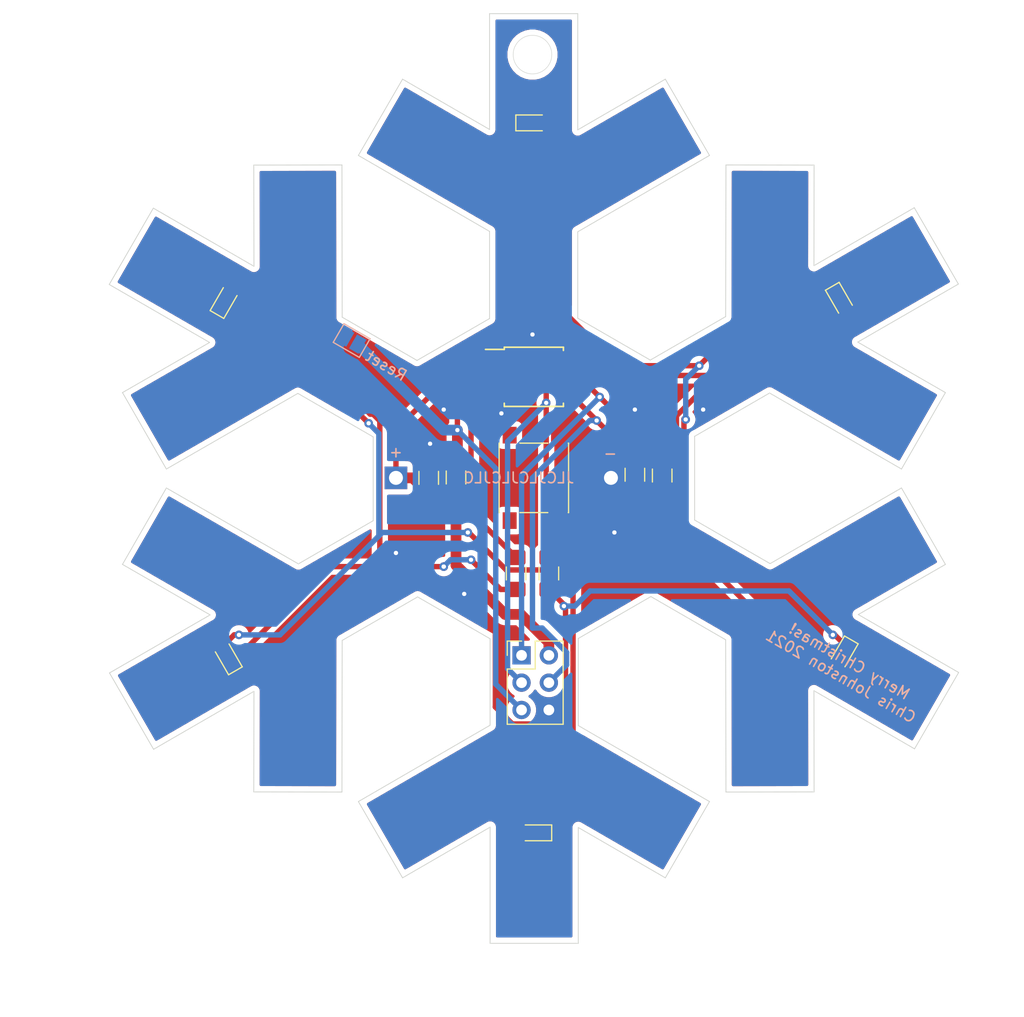
<source format=kicad_pcb>
(kicad_pcb (version 20171130) (host pcbnew 5.1.6-c6e7f7d~87~ubuntu19.10.1)

  (general
    (thickness 1.6)
    (drawings 18)
    (tracks 169)
    (zones 0)
    (modules 18)
    (nets 13)
  )

  (page A4)
  (layers
    (0 F.Cu signal)
    (31 B.Cu signal)
    (32 B.Adhes user)
    (33 F.Adhes user)
    (34 B.Paste user)
    (35 F.Paste user)
    (36 B.SilkS user)
    (37 F.SilkS user)
    (38 B.Mask user)
    (39 F.Mask user)
    (40 Dwgs.User user hide)
    (41 Cmts.User user)
    (42 Eco1.User user)
    (43 Eco2.User user)
    (44 Edge.Cuts user)
    (45 Margin user)
    (46 B.CrtYd user)
    (47 F.CrtYd user)
    (48 B.Fab user)
    (49 F.Fab user)
  )

  (setup
    (last_trace_width 0.5)
    (user_trace_width 0.5)
    (user_trace_width 1)
    (trace_clearance 0.2)
    (zone_clearance 0.508)
    (zone_45_only no)
    (trace_min 0.2)
    (via_size 0.8)
    (via_drill 0.4)
    (via_min_size 0.4)
    (via_min_drill 0.3)
    (uvia_size 0.3)
    (uvia_drill 0.1)
    (uvias_allowed no)
    (uvia_min_size 0.2)
    (uvia_min_drill 0.1)
    (edge_width 0.05)
    (segment_width 0.2)
    (pcb_text_width 0.3)
    (pcb_text_size 1.5 1.5)
    (mod_edge_width 0.12)
    (mod_text_size 1 1)
    (mod_text_width 0.15)
    (pad_size 1.425 1.75)
    (pad_drill 0)
    (pad_to_mask_clearance 0.05)
    (aux_axis_origin 0 0)
    (visible_elements FFFFFF7F)
    (pcbplotparams
      (layerselection 0x010fc_ffffffff)
      (usegerberextensions false)
      (usegerberattributes true)
      (usegerberadvancedattributes true)
      (creategerberjobfile true)
      (excludeedgelayer true)
      (linewidth 0.100000)
      (plotframeref false)
      (viasonmask false)
      (mode 1)
      (useauxorigin false)
      (hpglpennumber 1)
      (hpglpenspeed 20)
      (hpglpendiameter 15.000000)
      (psnegative false)
      (psa4output false)
      (plotreference true)
      (plotvalue true)
      (plotinvisibletext false)
      (padsonsilk false)
      (subtractmaskfromsilk false)
      (outputformat 1)
      (mirror false)
      (drillshape 0)
      (scaleselection 1)
      (outputdirectory "gerber"))
  )

  (net 0 "")
  (net 1 GND)
  (net 2 VCC)
  (net 3 rst)
  (net 4 mosi)
  (net 5 sck)
  (net 6 miso)
  (net 7 row_a)
  (net 8 col_a)
  (net 9 col_b)
  (net 10 col_c)
  (net 11 "Net-(SW1-Pad1)")
  (net 12 "Net-(R3-Pad1)")

  (net_class Default "This is the default net class."
    (clearance 0.2)
    (trace_width 0.25)
    (via_dia 0.8)
    (via_drill 0.4)
    (uvia_dia 0.3)
    (uvia_drill 0.1)
    (add_net GND)
    (add_net "Net-(R3-Pad1)")
    (add_net "Net-(SW1-Pad1)")
    (add_net VCC)
    (add_net col_a)
    (add_net col_b)
    (add_net col_c)
    (add_net miso)
    (add_net mosi)
    (add_net row_a)
    (add_net rst)
    (add_net sck)
  )

  (module Battery:BatteryHolder_ComfortableElectronic_CH273-2450_1x2450 (layer B.Cu) (tedit 61904BF4) (tstamp 618F8062)
    (at 132.08 69.85)
    (descr "Comfortable Electronic CR2450 battery holder, http://www.comf.com.tw/ProductDetail.asp?no=148")
    (tags "Comfortable Electronic CR2450")
    (path /6188B619)
    (fp_text reference BT1 (at 0.1 6.62) (layer B.SilkS) hide
      (effects (font (size 1 1) (thickness 0.15)) (justify mirror))
    )
    (fp_text value Battery (at 13.47 -2.54) (layer B.Fab)
      (effects (font (size 1 1) (thickness 0.15)) (justify mirror))
    )
    (fp_text user %R (at 14 0) (layer B.Fab)
      (effects (font (size 1 1) (thickness 0.1)) (justify mirror))
    )
    (pad 2 thru_hole circle (at 20 0 90) (size 2.1 2.1) (drill 1.3) (layers *.Cu *.Mask)
      (net 1 GND))
    (pad 1 thru_hole rect (at 0 0 90) (size 2.1 2.1) (drill 1.3) (layers *.Cu *.Mask)
      (net 2 VCC))
    (model ${KISYS3DMOD}/Battery.3dshapes/BatteryHolder_ComfortableElectronic_CH273-2450_1x2450.wrl
      (at (xyz 0 0 0))
      (scale (xyz 1 1 1))
      (rotate (xyz 0 0 0))
    )
  )

  (module Button_Switch_SMD:SW_Push_1P1T_NO_6x6mm_H9.5mm (layer F.Cu) (tedit 5CA1CA7F) (tstamp 618FFE6F)
    (at 144.907 69.85 90)
    (descr "tactile push button, 6x6mm e.g. PTS645xx series, height=9.5mm")
    (tags "tact sw push 6mm smd")
    (path /61943953)
    (attr smd)
    (fp_text reference SW1 (at 0 -4.05 90) (layer F.SilkS) hide
      (effects (font (size 1 1) (thickness 0.15)))
    )
    (fp_text value SW_Push (at 0 4.15 90) (layer F.Fab)
      (effects (font (size 1 1) (thickness 0.15)))
    )
    (fp_text user %R (at 0 -4.05 90) (layer F.Fab) hide
      (effects (font (size 1 1) (thickness 0.15)))
    )
    (fp_line (start -3 -3) (end -3 3) (layer F.Fab) (width 0.1))
    (fp_line (start -3 3) (end 3 3) (layer F.Fab) (width 0.1))
    (fp_line (start 3 3) (end 3 -3) (layer F.Fab) (width 0.1))
    (fp_line (start 3 -3) (end -3 -3) (layer F.Fab) (width 0.1))
    (fp_line (start 5 3.25) (end 5 -3.25) (layer F.CrtYd) (width 0.05))
    (fp_line (start -5 -3.25) (end -5 3.25) (layer F.CrtYd) (width 0.05))
    (fp_line (start -5 3.25) (end 5 3.25) (layer F.CrtYd) (width 0.05))
    (fp_line (start -5 -3.25) (end 5 -3.25) (layer F.CrtYd) (width 0.05))
    (fp_line (start 3.23 -3.23) (end 3.23 -3.2) (layer F.SilkS) (width 0.12))
    (fp_line (start 3.23 3.23) (end 3.23 3.2) (layer F.SilkS) (width 0.12))
    (fp_line (start -3.23 3.23) (end -3.23 3.2) (layer F.SilkS) (width 0.12))
    (fp_line (start -3.23 -3.2) (end -3.23 -3.23) (layer F.SilkS) (width 0.12))
    (fp_line (start 3.23 -1.3) (end 3.23 1.3) (layer F.SilkS) (width 0.12))
    (fp_line (start -3.23 -3.23) (end 3.23 -3.23) (layer F.SilkS) (width 0.12))
    (fp_line (start -3.23 -1.3) (end -3.23 1.3) (layer F.SilkS) (width 0.12))
    (fp_line (start -3.23 3.23) (end 3.23 3.23) (layer F.SilkS) (width 0.12))
    (fp_circle (center 0 0) (end 1.75 -0.05) (layer F.Fab) (width 0.1))
    (pad 2 smd rect (at 3.975 2.25 90) (size 1.55 1.3) (layers F.Cu F.Paste F.Mask)
      (net 1 GND))
    (pad 1 smd rect (at 3.975 -2.25 90) (size 1.55 1.3) (layers F.Cu F.Paste F.Mask)
      (net 11 "Net-(SW1-Pad1)"))
    (pad 1 smd rect (at -3.975 -2.25 90) (size 1.55 1.3) (layers F.Cu F.Paste F.Mask)
      (net 11 "Net-(SW1-Pad1)"))
    (pad 2 smd rect (at -3.975 2.25 90) (size 1.55 1.3) (layers F.Cu F.Paste F.Mask)
      (net 1 GND))
    (model ${KISYS3DMOD}/Button_Switch_SMD.3dshapes/SW_PUSH_6mm_H9.5mm.wrl
      (at (xyz 0 0 0))
      (scale (xyz 1 1 1))
      (rotate (xyz 0 0 0))
    )
  )

  (module snow:snowflake (layer F.Cu) (tedit 618F7BE0) (tstamp 6190783A)
    (at 105.41 26.67)
    (descr "Imported from snowflake.svg")
    (tags svg2mod)
    (attr virtual)
    (fp_text reference svg2mod (at 0 -3.048) (layer F.SilkS) hide
      (effects (font (size 1.524 1.524) (thickness 0.3048)))
    )
    (fp_text value G*** (at 0 89.525408) (layer F.SilkS) hide
      (effects (font (size 1.524 1.524) (thickness 0.3048)))
    )
    (fp_line (start 35.379752 0) (end 35.379752 10.773502) (layer Edge.Cuts) (width 0.075591))
    (fp_line (start 35.379752 10.773502) (end 27.285156 6.093685) (layer Edge.Cuts) (width 0.075591))
    (fp_line (start 27.285156 6.093685) (end 23.175846 13.187825) (layer Edge.Cuts) (width 0.075591))
    (fp_line (start 23.175846 13.187825) (end 35.379752 20.257161) (layer Edge.Cuts) (width 0.075591))
    (fp_line (start 35.379752 20.257161) (end 35.379752 28.357959) (layer Edge.Cuts) (width 0.075591))
    (fp_line (start 35.379752 28.357959) (end 28.628226 32.255912) (layer Edge.Cuts) (width 0.075591))
    (fp_line (start 28.628226 32.255912) (end 21.671028 28.236002) (layer Edge.Cuts) (width 0.075591))
    (fp_line (start 21.671028 28.236002) (end 21.646224 14.072526) (layer Edge.Cuts) (width 0.075591))
    (fp_line (start 21.646224 14.072526) (end 13.44414 14.089062) (layer Edge.Cuts) (width 0.075591))
    (fp_line (start 13.44414 14.089062) (end 13.460677 23.498307) (layer Edge.Cuts) (width 0.075591))
    (fp_line (start 13.460677 23.498307) (end 4.101042 18.090885) (layer Edge.Cuts) (width 0.075591))
    (fp_line (start 4.101042 18.090885) (end 0 25.193294) (layer Edge.Cuts) (width 0.075591))
    (fp_line (start 0 25.193294) (end 9.334831 30.584179) (layer Edge.Cuts) (width 0.075591))
    (fp_line (start 9.334831 30.584179) (end 1.231966 35.24746) (layer Edge.Cuts) (width 0.075591))
    (fp_line (start 1.231966 35.24746) (end 5.316471 42.358137) (layer Edge.Cuts) (width 0.075591))
    (fp_line (start 5.316471 42.358137) (end 17.545182 35.321875) (layer Edge.Cuts) (width 0.075591))
    (fp_line (start 17.545182 35.321875) (end 24.555607 39.370722) (layer Edge.Cuts) (width 0.075591))
    (fp_line (start 24.555607 39.370722) (end 24.555607 47.162495) (layer Edge.Cuts) (width 0.075591))
    (fp_line (start 24.555607 47.162495) (end 17.594791 51.180338) (layer Edge.Cuts) (width 0.075591))
    (fp_line (start 17.594791 51.180338) (end 5.316471 44.11927) (layer Edge.Cuts) (width 0.075591))
    (fp_line (start 5.316471 44.11927) (end 1.231966 51.229947) (layer Edge.Cuts) (width 0.075591))
    (fp_line (start 1.231966 51.229947) (end 9.38444 55.926301) (layer Edge.Cuts) (width 0.075591))
    (fp_line (start 9.38444 55.926301) (end 0.024805 61.325455) (layer Edge.Cuts) (width 0.075591))
    (fp_line (start 0.024805 61.325455) (end 4.125846 68.427864) (layer Edge.Cuts) (width 0.075591))
    (fp_line (start 4.125846 68.427864) (end 13.460677 63.036978) (layer Edge.Cuts) (width 0.075591))
    (fp_line (start 13.460677 63.036978) (end 13.44414 72.388345) (layer Edge.Cuts) (width 0.075591))
    (fp_line (start 13.44414 72.388345) (end 21.646224 72.404882) (layer Edge.Cuts) (width 0.075591))
    (fp_line (start 21.646224 72.404882) (end 21.671028 58.299283) (layer Edge.Cuts) (width 0.075591))
    (fp_line (start 21.671028 58.299283) (end 28.684037 54.253534) (layer Edge.Cuts) (width 0.075591))
    (fp_line (start 28.684037 54.253534) (end 35.429362 58.14787) (layer Edge.Cuts) (width 0.075591))
    (fp_line (start 35.429362 58.14787) (end 35.429362 66.187174) (layer Edge.Cuts) (width 0.075591))
    (fp_line (start 35.429362 66.187174) (end 23.175846 73.289582) (layer Edge.Cuts) (width 0.075591))
    (fp_line (start 23.175846 73.289582) (end 27.285156 80.383723) (layer Edge.Cuts) (width 0.075591))
    (fp_line (start 27.285156 80.383723) (end 35.429362 75.670832) (layer Edge.Cuts) (width 0.075591))
    (fp_line (start 35.429362 75.670832) (end 35.429362 86.477408) (layer Edge.Cuts) (width 0.075591))
    (fp_line (start 35.429362 86.477408) (end 43.631445 86.477408) (layer Edge.Cuts) (width 0.075591))
    (fp_line (start 43.631445 86.477408) (end 43.631445 75.703905) (layer Edge.Cuts) (width 0.075591))
    (fp_line (start 43.631445 75.703905) (end 51.726041 80.383723) (layer Edge.Cuts) (width 0.075591))
    (fp_line (start 51.726041 80.383723) (end 55.835351 73.289582) (layer Edge.Cuts) (width 0.075591))
    (fp_line (start 55.835351 73.289582) (end 43.631445 66.220247) (layer Edge.Cuts) (width 0.075591))
    (fp_line (start 43.631445 66.220247) (end 43.631445 58.118933) (layer Edge.Cuts) (width 0.075591))
    (fp_line (start 43.631445 58.118933) (end 50.382455 54.221496) (layer Edge.Cuts) (width 0.075591))
    (fp_line (start 50.382455 54.221496) (end 57.340169 58.241406) (layer Edge.Cuts) (width 0.075591))
    (fp_line (start 57.340169 58.241406) (end 57.36496 72.404882) (layer Edge.Cuts) (width 0.075591))
    (fp_line (start 57.36496 72.404882) (end 65.567043 72.388345) (layer Edge.Cuts) (width 0.075591))
    (fp_line (start 65.567043 72.388345) (end 65.550507 62.979101) (layer Edge.Cuts) (width 0.075591))
    (fp_line (start 65.550507 62.979101) (end 74.910142 68.386523) (layer Edge.Cuts) (width 0.075591))
    (fp_line (start 74.910142 68.386523) (end 79.011184 61.284114) (layer Edge.Cuts) (width 0.075591))
    (fp_line (start 79.011184 61.284114) (end 69.676353 55.893228) (layer Edge.Cuts) (width 0.075591))
    (fp_line (start 69.676353 55.893228) (end 77.779218 51.229947) (layer Edge.Cuts) (width 0.075591))
    (fp_line (start 77.779218 51.229947) (end 73.694712 44.11927) (layer Edge.Cuts) (width 0.075591))
    (fp_line (start 73.694712 44.11927) (end 61.47427 51.155533) (layer Edge.Cuts) (width 0.075591))
    (fp_line (start 61.47427 51.155533) (end 54.455578 47.104617) (layer Edge.Cuts) (width 0.075591))
    (fp_line (start 54.455578 47.104617) (end 54.455578 39.313363) (layer Edge.Cuts) (width 0.075591))
    (fp_line (start 54.455578 39.313363) (end 61.42466 35.288802) (layer Edge.Cuts) (width 0.075591))
    (fp_line (start 61.42466 35.288802) (end 73.694712 42.358137) (layer Edge.Cuts) (width 0.075591))
    (fp_line (start 73.694712 42.358137) (end 77.779218 35.24746) (layer Edge.Cuts) (width 0.075591))
    (fp_line (start 77.779218 35.24746) (end 69.626744 30.551106) (layer Edge.Cuts) (width 0.075591))
    (fp_line (start 69.626744 30.551106) (end 78.986379 25.151953) (layer Edge.Cuts) (width 0.075591))
    (fp_line (start 78.986379 25.151953) (end 74.885337 18.049544) (layer Edge.Cuts) (width 0.075591))
    (fp_line (start 74.885337 18.049544) (end 65.550507 23.440429) (layer Edge.Cuts) (width 0.075591))
    (fp_line (start 65.550507 23.440429) (end 65.567043 14.089062) (layer Edge.Cuts) (width 0.075591))
    (fp_line (start 65.567043 14.089062) (end 57.36496 14.072526) (layer Edge.Cuts) (width 0.075591))
    (fp_line (start 57.36496 14.072526) (end 57.340169 28.178125) (layer Edge.Cuts) (width 0.075591))
    (fp_line (start 57.340169 28.178125) (end 50.327676 32.223874) (layer Edge.Cuts) (width 0.075591))
    (fp_line (start 50.327676 32.223874) (end 43.581835 28.329019) (layer Edge.Cuts) (width 0.075591))
    (fp_line (start 43.581835 28.329019) (end 43.581835 20.290234) (layer Edge.Cuts) (width 0.075591))
    (fp_line (start 43.581835 20.290234) (end 55.835351 13.187825) (layer Edge.Cuts) (width 0.075591))
    (fp_line (start 55.835351 13.187825) (end 51.726041 6.093685) (layer Edge.Cuts) (width 0.075591))
    (fp_line (start 51.726041 6.093685) (end 43.581835 10.806575) (layer Edge.Cuts) (width 0.075591))
    (fp_line (start 43.581835 10.806575) (end 43.581835 0) (layer Edge.Cuts) (width 0.075591))
    (fp_line (start 43.581835 0) (end 35.379752 0) (layer Edge.Cuts) (width 0.075591))
  )

  (module Resistor_SMD:R_1206_3216Metric_Pad1.42x1.75mm_HandSolder (layer F.Cu) (tedit 5B301BBD) (tstamp 618FEF8A)
    (at 154.305 69.5595 90)
    (descr "Resistor SMD 1206 (3216 Metric), square (rectangular) end terminal, IPC_7351 nominal with elongated pad for handsoldering. (Body size source: http://www.tortai-tech.com/upload/download/2011102023233369053.pdf), generated with kicad-footprint-generator")
    (tags "resistor handsolder")
    (path /6192FCB4)
    (attr smd)
    (fp_text reference R4 (at 3.2115 0 180) (layer F.SilkS) hide
      (effects (font (size 1 1) (thickness 0.15)))
    )
    (fp_text value R (at 0 1.82 90) (layer F.Fab)
      (effects (font (size 1 1) (thickness 0.15)))
    )
    (fp_text user %R (at 0 0 90) (layer F.Fab)
      (effects (font (size 0.8 0.8) (thickness 0.12)))
    )
    (fp_line (start -1.6 0.8) (end -1.6 -0.8) (layer F.Fab) (width 0.1))
    (fp_line (start -1.6 -0.8) (end 1.6 -0.8) (layer F.Fab) (width 0.1))
    (fp_line (start 1.6 -0.8) (end 1.6 0.8) (layer F.Fab) (width 0.1))
    (fp_line (start 1.6 0.8) (end -1.6 0.8) (layer F.Fab) (width 0.1))
    (fp_line (start -0.602064 -0.91) (end 0.602064 -0.91) (layer F.SilkS) (width 0.12))
    (fp_line (start -0.602064 0.91) (end 0.602064 0.91) (layer F.SilkS) (width 0.12))
    (fp_line (start -2.45 1.12) (end -2.45 -1.12) (layer F.CrtYd) (width 0.05))
    (fp_line (start -2.45 -1.12) (end 2.45 -1.12) (layer F.CrtYd) (width 0.05))
    (fp_line (start 2.45 -1.12) (end 2.45 1.12) (layer F.CrtYd) (width 0.05))
    (fp_line (start 2.45 1.12) (end -2.45 1.12) (layer F.CrtYd) (width 0.05))
    (pad 2 smd roundrect (at 1.4875 0 90) (size 1.425 1.75) (layers F.Cu F.Paste F.Mask) (roundrect_rratio 0.175439)
      (net 4 mosi))
    (pad 1 smd roundrect (at -1.4875 0 90) (size 1.425 1.75) (layers F.Cu F.Paste F.Mask) (roundrect_rratio 0.175439)
      (net 7 row_a))
    (model ${KISYS3DMOD}/Resistor_SMD.3dshapes/R_1206_3216Metric.wrl
      (at (xyz 0 0 0))
      (scale (xyz 1 1 1))
      (rotate (xyz 0 0 0))
    )
  )

  (module Resistor_SMD:R_1206_3216Metric_Pad1.42x1.75mm_HandSolder (layer F.Cu) (tedit 5B301BBD) (tstamp 618FEF79)
    (at 143.256 78.74 270)
    (descr "Resistor SMD 1206 (3216 Metric), square (rectangular) end terminal, IPC_7351 nominal with elongated pad for handsoldering. (Body size source: http://www.tortai-tech.com/upload/download/2011102023233369053.pdf), generated with kicad-footprint-generator")
    (tags "resistor handsolder")
    (path /6192F840)
    (attr smd)
    (fp_text reference R3 (at -3.302 -0.127 180) (layer F.SilkS) hide
      (effects (font (size 1 1) (thickness 0.15)))
    )
    (fp_text value R (at 0 1.82 90) (layer F.Fab)
      (effects (font (size 1 1) (thickness 0.15)))
    )
    (fp_text user %R (at 0 0 270) (layer F.Fab)
      (effects (font (size 0.8 0.8) (thickness 0.12)))
    )
    (fp_line (start -1.6 0.8) (end -1.6 -0.8) (layer F.Fab) (width 0.1))
    (fp_line (start -1.6 -0.8) (end 1.6 -0.8) (layer F.Fab) (width 0.1))
    (fp_line (start 1.6 -0.8) (end 1.6 0.8) (layer F.Fab) (width 0.1))
    (fp_line (start 1.6 0.8) (end -1.6 0.8) (layer F.Fab) (width 0.1))
    (fp_line (start -0.602064 -0.91) (end 0.602064 -0.91) (layer F.SilkS) (width 0.12))
    (fp_line (start -0.602064 0.91) (end 0.602064 0.91) (layer F.SilkS) (width 0.12))
    (fp_line (start -2.45 1.12) (end -2.45 -1.12) (layer F.CrtYd) (width 0.05))
    (fp_line (start -2.45 -1.12) (end 2.45 -1.12) (layer F.CrtYd) (width 0.05))
    (fp_line (start 2.45 -1.12) (end 2.45 1.12) (layer F.CrtYd) (width 0.05))
    (fp_line (start 2.45 1.12) (end -2.45 1.12) (layer F.CrtYd) (width 0.05))
    (pad 2 smd roundrect (at 1.4875 0 270) (size 1.425 1.75) (layers F.Cu F.Paste F.Mask) (roundrect_rratio 0.175439)
      (net 10 col_c))
    (pad 1 smd roundrect (at -1.4875 0 270) (size 1.425 1.75) (layers F.Cu F.Paste F.Mask) (roundrect_rratio 0.175439)
      (net 12 "Net-(R3-Pad1)"))
    (model ${KISYS3DMOD}/Resistor_SMD.3dshapes/R_1206_3216Metric.wrl
      (at (xyz 0 0 0))
      (scale (xyz 1 1 1))
      (rotate (xyz 0 0 0))
    )
  )

  (module Resistor_SMD:R_1206_3216Metric_Pad1.42x1.75mm_HandSolder (layer F.Cu) (tedit 5B301BBD) (tstamp 61905D8F)
    (at 146.304 78.74 90)
    (descr "Resistor SMD 1206 (3216 Metric), square (rectangular) end terminal, IPC_7351 nominal with elongated pad for handsoldering. (Body size source: http://www.tortai-tech.com/upload/download/2011102023233369053.pdf), generated with kicad-footprint-generator")
    (tags "resistor handsolder")
    (path /6192F436)
    (attr smd)
    (fp_text reference R2 (at 3.175 0 180) (layer F.SilkS) hide
      (effects (font (size 1 1) (thickness 0.15)))
    )
    (fp_text value R (at 0 1.82 270) (layer F.Fab)
      (effects (font (size 1 1) (thickness 0.15)))
    )
    (fp_text user %R (at 0 0 90) (layer F.Fab)
      (effects (font (size 0.8 0.8) (thickness 0.12)))
    )
    (fp_line (start -1.6 0.8) (end -1.6 -0.8) (layer F.Fab) (width 0.1))
    (fp_line (start -1.6 -0.8) (end 1.6 -0.8) (layer F.Fab) (width 0.1))
    (fp_line (start 1.6 -0.8) (end 1.6 0.8) (layer F.Fab) (width 0.1))
    (fp_line (start 1.6 0.8) (end -1.6 0.8) (layer F.Fab) (width 0.1))
    (fp_line (start -0.602064 -0.91) (end 0.602064 -0.91) (layer F.SilkS) (width 0.12))
    (fp_line (start -0.602064 0.91) (end 0.602064 0.91) (layer F.SilkS) (width 0.12))
    (fp_line (start -2.45 1.12) (end -2.45 -1.12) (layer F.CrtYd) (width 0.05))
    (fp_line (start -2.45 -1.12) (end 2.45 -1.12) (layer F.CrtYd) (width 0.05))
    (fp_line (start 2.45 -1.12) (end 2.45 1.12) (layer F.CrtYd) (width 0.05))
    (fp_line (start 2.45 1.12) (end -2.45 1.12) (layer F.CrtYd) (width 0.05))
    (pad 2 smd roundrect (at 1.4875 0 90) (size 1.425 1.75) (layers F.Cu F.Paste F.Mask) (roundrect_rratio 0.175439)
      (net 5 sck))
    (pad 1 smd roundrect (at -1.4875 0 90) (size 1.425 1.75) (layers F.Cu F.Paste F.Mask) (roundrect_rratio 0.175439)
      (net 9 col_b))
    (model ${KISYS3DMOD}/Resistor_SMD.3dshapes/R_1206_3216Metric.wrl
      (at (xyz 0 0 0))
      (scale (xyz 1 1 1))
      (rotate (xyz 0 0 0))
    )
  )

  (module Resistor_SMD:R_1206_3216Metric_Pad1.42x1.75mm_HandSolder (layer F.Cu) (tedit 5B301BBD) (tstamp 61905D2C)
    (at 156.845 69.6325 90)
    (descr "Resistor SMD 1206 (3216 Metric), square (rectangular) end terminal, IPC_7351 nominal with elongated pad for handsoldering. (Body size source: http://www.tortai-tech.com/upload/download/2011102023233369053.pdf), generated with kicad-footprint-generator")
    (tags "resistor handsolder")
    (path /6192ECF3)
    (attr smd)
    (fp_text reference R1 (at 3.2115 -0.127 180) (layer F.SilkS) hide
      (effects (font (size 1 1) (thickness 0.15)))
    )
    (fp_text value R (at 0 1.82 90) (layer F.Fab)
      (effects (font (size 1 1) (thickness 0.15)))
    )
    (fp_text user %R (at 0 0 270) (layer F.Fab)
      (effects (font (size 0.8 0.8) (thickness 0.12)))
    )
    (fp_line (start -1.6 0.8) (end -1.6 -0.8) (layer F.Fab) (width 0.1))
    (fp_line (start -1.6 -0.8) (end 1.6 -0.8) (layer F.Fab) (width 0.1))
    (fp_line (start 1.6 -0.8) (end 1.6 0.8) (layer F.Fab) (width 0.1))
    (fp_line (start 1.6 0.8) (end -1.6 0.8) (layer F.Fab) (width 0.1))
    (fp_line (start -0.602064 -0.91) (end 0.602064 -0.91) (layer F.SilkS) (width 0.12))
    (fp_line (start -0.602064 0.91) (end 0.602064 0.91) (layer F.SilkS) (width 0.12))
    (fp_line (start -2.45 1.12) (end -2.45 -1.12) (layer F.CrtYd) (width 0.05))
    (fp_line (start -2.45 -1.12) (end 2.45 -1.12) (layer F.CrtYd) (width 0.05))
    (fp_line (start 2.45 -1.12) (end 2.45 1.12) (layer F.CrtYd) (width 0.05))
    (fp_line (start 2.45 1.12) (end -2.45 1.12) (layer F.CrtYd) (width 0.05))
    (pad 2 smd roundrect (at 1.4875 0 90) (size 1.425 1.75) (layers F.Cu F.Paste F.Mask) (roundrect_rratio 0.175439)
      (net 6 miso))
    (pad 1 smd roundrect (at -1.4875 0 90) (size 1.425 1.75) (layers F.Cu F.Paste F.Mask) (roundrect_rratio 0.175439)
      (net 8 col_a))
    (model ${KISYS3DMOD}/Resistor_SMD.3dshapes/R_1206_3216Metric.wrl
      (at (xyz 0 0 0))
      (scale (xyz 1 1 1))
      (rotate (xyz 0 0 0))
    )
  )

  (module LED_SMD:LED_0603_1608Metric_Pad1.05x0.95mm_HandSolder (layer F.Cu) (tedit 5B4B45C9) (tstamp 618F8133)
    (at 116.2615 53.217228 60)
    (descr "LED SMD 0603 (1608 Metric), square (rectangular) end terminal, IPC_7351 nominal, (Body size source: http://www.tortai-tech.com/upload/download/2011102023233369053.pdf), generated with kicad-footprint-generator")
    (tags "LED handsolder")
    (path /618FC275)
    (attr smd)
    (fp_text reference D6 (at 0 -1.43 60) (layer F.SilkS) hide
      (effects (font (size 1 1) (thickness 0.15)))
    )
    (fp_text value LED (at 0 1.43 60) (layer F.Fab)
      (effects (font (size 1 1) (thickness 0.15)))
    )
    (fp_text user %R (at 0 0 60) (layer F.Fab)
      (effects (font (size 0.4 0.4) (thickness 0.06)))
    )
    (fp_line (start 0.8 -0.4) (end -0.5 -0.4) (layer F.Fab) (width 0.1))
    (fp_line (start -0.5 -0.4) (end -0.8 -0.1) (layer F.Fab) (width 0.1))
    (fp_line (start -0.8 -0.1) (end -0.8 0.4) (layer F.Fab) (width 0.1))
    (fp_line (start -0.8 0.4) (end 0.8 0.4) (layer F.Fab) (width 0.1))
    (fp_line (start 0.8 0.4) (end 0.8 -0.4) (layer F.Fab) (width 0.1))
    (fp_line (start 0.8 -0.735) (end -1.66 -0.735) (layer F.SilkS) (width 0.12))
    (fp_line (start -1.66 -0.735) (end -1.66 0.735) (layer F.SilkS) (width 0.12))
    (fp_line (start -1.66 0.735) (end 0.8 0.735) (layer F.SilkS) (width 0.12))
    (fp_line (start -1.65 0.73) (end -1.65 -0.73) (layer F.CrtYd) (width 0.05))
    (fp_line (start -1.65 -0.73) (end 1.65 -0.73) (layer F.CrtYd) (width 0.05))
    (fp_line (start 1.65 -0.73) (end 1.65 0.73) (layer F.CrtYd) (width 0.05))
    (fp_line (start 1.65 0.73) (end -1.65 0.73) (layer F.CrtYd) (width 0.05))
    (pad 2 smd roundrect (at 0.875 0 60) (size 1.05 0.95) (layers F.Cu F.Paste F.Mask) (roundrect_rratio 0.25)
      (net 10 col_c))
    (pad 1 smd roundrect (at -0.875 0 60) (size 1.05 0.95) (layers F.Cu F.Paste F.Mask) (roundrect_rratio 0.25)
      (net 7 row_a))
    (model ${KISYS3DMOD}/LED_SMD.3dshapes/LED_0603_1608Metric.wrl
      (at (xyz 0 0 0))
      (scale (xyz 1 1 1))
      (rotate (xyz 0 0 0))
    )
  )

  (module LED_SMD:LED_0603_1608Metric_Pad1.05x0.95mm_HandSolder (layer F.Cu) (tedit 5B4B45C9) (tstamp 618F8120)
    (at 116.318 86.36 120)
    (descr "LED SMD 0603 (1608 Metric), square (rectangular) end terminal, IPC_7351 nominal, (Body size source: http://www.tortai-tech.com/upload/download/2011102023233369053.pdf), generated with kicad-footprint-generator")
    (tags "LED handsolder")
    (path /618FBE72)
    (attr smd)
    (fp_text reference D5 (at 0 -1.43 120) (layer F.SilkS) hide
      (effects (font (size 1 1) (thickness 0.15)))
    )
    (fp_text value LED (at 0 1.43 120) (layer F.Fab)
      (effects (font (size 1 1) (thickness 0.15)))
    )
    (fp_text user %R (at 0 0 120) (layer F.Fab)
      (effects (font (size 0.4 0.4) (thickness 0.06)))
    )
    (fp_line (start 0.8 -0.4) (end -0.5 -0.4) (layer F.Fab) (width 0.1))
    (fp_line (start -0.5 -0.4) (end -0.8 -0.1) (layer F.Fab) (width 0.1))
    (fp_line (start -0.8 -0.1) (end -0.8 0.4) (layer F.Fab) (width 0.1))
    (fp_line (start -0.8 0.4) (end 0.8 0.4) (layer F.Fab) (width 0.1))
    (fp_line (start 0.8 0.4) (end 0.8 -0.4) (layer F.Fab) (width 0.1))
    (fp_line (start 0.8 -0.735) (end -1.66 -0.735) (layer F.SilkS) (width 0.12))
    (fp_line (start -1.66 -0.735) (end -1.66 0.735) (layer F.SilkS) (width 0.12))
    (fp_line (start -1.66 0.735) (end 0.8 0.735) (layer F.SilkS) (width 0.12))
    (fp_line (start -1.65 0.73) (end -1.65 -0.73) (layer F.CrtYd) (width 0.05))
    (fp_line (start -1.65 -0.73) (end 1.65 -0.73) (layer F.CrtYd) (width 0.05))
    (fp_line (start 1.65 -0.73) (end 1.65 0.73) (layer F.CrtYd) (width 0.05))
    (fp_line (start 1.65 0.73) (end -1.65 0.73) (layer F.CrtYd) (width 0.05))
    (pad 2 smd roundrect (at 0.875 0 120) (size 1.05 0.95) (layers F.Cu F.Paste F.Mask) (roundrect_rratio 0.25)
      (net 7 row_a))
    (pad 1 smd roundrect (at -0.875 0 120) (size 1.05 0.95) (layers F.Cu F.Paste F.Mask) (roundrect_rratio 0.25)
      (net 10 col_c))
    (model ${KISYS3DMOD}/LED_SMD.3dshapes/LED_0603_1608Metric.wrl
      (at (xyz 0 0 0))
      (scale (xyz 1 1 1))
      (rotate (xyz 0 0 0))
    )
  )

  (module LED_SMD:LED_0603_1608Metric_Pad1.05x0.95mm_HandSolder (layer F.Cu) (tedit 5B4B45C9) (tstamp 618FE3EC)
    (at 144.907 102.87 180)
    (descr "LED SMD 0603 (1608 Metric), square (rectangular) end terminal, IPC_7351 nominal, (Body size source: http://www.tortai-tech.com/upload/download/2011102023233369053.pdf), generated with kicad-footprint-generator")
    (tags "LED handsolder")
    (path /618F9FF0)
    (attr smd)
    (fp_text reference D4 (at 0 -1.43) (layer F.SilkS) hide
      (effects (font (size 1 1) (thickness 0.15)))
    )
    (fp_text value LED (at 0 1.43) (layer F.Fab)
      (effects (font (size 1 1) (thickness 0.15)))
    )
    (fp_text user %R (at 0 0) (layer F.Fab)
      (effects (font (size 0.4 0.4) (thickness 0.06)))
    )
    (fp_line (start 0.8 -0.4) (end -0.5 -0.4) (layer F.Fab) (width 0.1))
    (fp_line (start -0.5 -0.4) (end -0.8 -0.1) (layer F.Fab) (width 0.1))
    (fp_line (start -0.8 -0.1) (end -0.8 0.4) (layer F.Fab) (width 0.1))
    (fp_line (start -0.8 0.4) (end 0.8 0.4) (layer F.Fab) (width 0.1))
    (fp_line (start 0.8 0.4) (end 0.8 -0.4) (layer F.Fab) (width 0.1))
    (fp_line (start 0.8 -0.735) (end -1.66 -0.735) (layer F.SilkS) (width 0.12))
    (fp_line (start -1.66 -0.735) (end -1.66 0.735) (layer F.SilkS) (width 0.12))
    (fp_line (start -1.66 0.735) (end 0.8 0.735) (layer F.SilkS) (width 0.12))
    (fp_line (start -1.65 0.73) (end -1.65 -0.73) (layer F.CrtYd) (width 0.05))
    (fp_line (start -1.65 -0.73) (end 1.65 -0.73) (layer F.CrtYd) (width 0.05))
    (fp_line (start 1.65 -0.73) (end 1.65 0.73) (layer F.CrtYd) (width 0.05))
    (fp_line (start 1.65 0.73) (end -1.65 0.73) (layer F.CrtYd) (width 0.05))
    (pad 2 smd roundrect (at 0.875 0 180) (size 1.05 0.95) (layers F.Cu F.Paste F.Mask) (roundrect_rratio 0.25)
      (net 9 col_b))
    (pad 1 smd roundrect (at -0.875 0 180) (size 1.05 0.95) (layers F.Cu F.Paste F.Mask) (roundrect_rratio 0.25)
      (net 7 row_a))
    (model ${KISYS3DMOD}/LED_SMD.3dshapes/LED_0603_1608Metric.wrl
      (at (xyz 0 0 0))
      (scale (xyz 1 1 1))
      (rotate (xyz 0 0 0))
    )
  )

  (module LED_SMD:LED_0603_1608Metric_Pad1.05x0.95mm_HandSolder (layer F.Cu) (tedit 5B4B45C9) (tstamp 6190633E)
    (at 173.609 86.36 240)
    (descr "LED SMD 0603 (1608 Metric), square (rectangular) end terminal, IPC_7351 nominal, (Body size source: http://www.tortai-tech.com/upload/download/2011102023233369053.pdf), generated with kicad-footprint-generator")
    (tags "LED handsolder")
    (path /618F8A2C)
    (attr smd)
    (fp_text reference D3 (at 0 -1.43 60) (layer F.SilkS) hide
      (effects (font (size 1 1) (thickness 0.15)))
    )
    (fp_text value LED (at 0 1.43 60) (layer F.Fab)
      (effects (font (size 1 1) (thickness 0.15)))
    )
    (fp_text user %R (at 0 0 60) (layer F.Fab)
      (effects (font (size 0.4 0.4) (thickness 0.06)))
    )
    (fp_line (start 0.8 -0.4) (end -0.5 -0.4) (layer F.Fab) (width 0.1))
    (fp_line (start -0.5 -0.4) (end -0.8 -0.1) (layer F.Fab) (width 0.1))
    (fp_line (start -0.8 -0.1) (end -0.8 0.4) (layer F.Fab) (width 0.1))
    (fp_line (start -0.8 0.4) (end 0.8 0.4) (layer F.Fab) (width 0.1))
    (fp_line (start 0.8 0.4) (end 0.8 -0.4) (layer F.Fab) (width 0.1))
    (fp_line (start 0.8 -0.735) (end -1.66 -0.735) (layer F.SilkS) (width 0.12))
    (fp_line (start -1.66 -0.735) (end -1.66 0.735) (layer F.SilkS) (width 0.12))
    (fp_line (start -1.66 0.735) (end 0.8 0.735) (layer F.SilkS) (width 0.12))
    (fp_line (start -1.65 0.73) (end -1.65 -0.73) (layer F.CrtYd) (width 0.05))
    (fp_line (start -1.65 -0.73) (end 1.65 -0.73) (layer F.CrtYd) (width 0.05))
    (fp_line (start 1.65 -0.73) (end 1.65 0.73) (layer F.CrtYd) (width 0.05))
    (fp_line (start 1.65 0.73) (end -1.65 0.73) (layer F.CrtYd) (width 0.05))
    (pad 2 smd roundrect (at 0.875 0 240) (size 1.05 0.95) (layers F.Cu F.Paste F.Mask) (roundrect_rratio 0.25)
      (net 7 row_a))
    (pad 1 smd roundrect (at -0.875 0 240) (size 1.05 0.95) (layers F.Cu F.Paste F.Mask) (roundrect_rratio 0.25)
      (net 9 col_b))
    (model ${KISYS3DMOD}/LED_SMD.3dshapes/LED_0603_1608Metric.wrl
      (at (xyz 0 0 0))
      (scale (xyz 1 1 1))
      (rotate (xyz 0 0 0))
    )
  )

  (module LED_SMD:LED_0603_1608Metric_Pad1.05x0.95mm_HandSolder (layer F.Cu) (tedit 5B4B45C9) (tstamp 61906285)
    (at 173.496 53.467 300)
    (descr "LED SMD 0603 (1608 Metric), square (rectangular) end terminal, IPC_7351 nominal, (Body size source: http://www.tortai-tech.com/upload/download/2011102023233369053.pdf), generated with kicad-footprint-generator")
    (tags "LED handsolder")
    (path /618F9B5D)
    (attr smd)
    (fp_text reference D2 (at 0 -1.43 120) (layer F.SilkS) hide
      (effects (font (size 1 1) (thickness 0.15)))
    )
    (fp_text value LED (at 0 1.43 120) (layer F.Fab)
      (effects (font (size 1 1) (thickness 0.15)))
    )
    (fp_text user %R (at 0 0 120) (layer F.Fab)
      (effects (font (size 0.4 0.4) (thickness 0.06)))
    )
    (fp_line (start 0.8 -0.4) (end -0.5 -0.4) (layer F.Fab) (width 0.1))
    (fp_line (start -0.5 -0.4) (end -0.8 -0.1) (layer F.Fab) (width 0.1))
    (fp_line (start -0.8 -0.1) (end -0.8 0.4) (layer F.Fab) (width 0.1))
    (fp_line (start -0.8 0.4) (end 0.8 0.4) (layer F.Fab) (width 0.1))
    (fp_line (start 0.8 0.4) (end 0.8 -0.4) (layer F.Fab) (width 0.1))
    (fp_line (start 0.8 -0.735) (end -1.66 -0.735) (layer F.SilkS) (width 0.12))
    (fp_line (start -1.66 -0.735) (end -1.66 0.735) (layer F.SilkS) (width 0.12))
    (fp_line (start -1.66 0.735) (end 0.8 0.735) (layer F.SilkS) (width 0.12))
    (fp_line (start -1.65 0.73) (end -1.65 -0.73) (layer F.CrtYd) (width 0.05))
    (fp_line (start -1.65 -0.73) (end 1.65 -0.73) (layer F.CrtYd) (width 0.05))
    (fp_line (start 1.65 -0.73) (end 1.65 0.73) (layer F.CrtYd) (width 0.05))
    (fp_line (start 1.65 0.73) (end -1.65 0.73) (layer F.CrtYd) (width 0.05))
    (pad 2 smd roundrect (at 0.875 0 300) (size 1.05 0.95) (layers F.Cu F.Paste F.Mask) (roundrect_rratio 0.25)
      (net 8 col_a))
    (pad 1 smd roundrect (at -0.875 0 300) (size 1.05 0.95) (layers F.Cu F.Paste F.Mask) (roundrect_rratio 0.25)
      (net 7 row_a))
    (model ${KISYS3DMOD}/LED_SMD.3dshapes/LED_0603_1608Metric.wrl
      (at (xyz 0 0 0))
      (scale (xyz 1 1 1))
      (rotate (xyz 0 0 0))
    )
  )

  (module LED_SMD:LED_0603_1608Metric_Pad1.05x0.95mm_HandSolder (layer F.Cu) (tedit 5B4B45C9) (tstamp 618F8088)
    (at 144.893 36.83)
    (descr "LED SMD 0603 (1608 Metric), square (rectangular) end terminal, IPC_7351 nominal, (Body size source: http://www.tortai-tech.com/upload/download/2011102023233369053.pdf), generated with kicad-footprint-generator")
    (tags "LED handsolder")
    (path /618F8593)
    (attr smd)
    (fp_text reference D1 (at 0 -1.43) (layer F.SilkS) hide
      (effects (font (size 1 1) (thickness 0.15)))
    )
    (fp_text value LED (at 0 1.43) (layer F.Fab)
      (effects (font (size 1 1) (thickness 0.15)))
    )
    (fp_text user %R (at 0 0) (layer F.Fab)
      (effects (font (size 0.4 0.4) (thickness 0.06)))
    )
    (fp_line (start 0.8 -0.4) (end -0.5 -0.4) (layer F.Fab) (width 0.1))
    (fp_line (start -0.5 -0.4) (end -0.8 -0.1) (layer F.Fab) (width 0.1))
    (fp_line (start -0.8 -0.1) (end -0.8 0.4) (layer F.Fab) (width 0.1))
    (fp_line (start -0.8 0.4) (end 0.8 0.4) (layer F.Fab) (width 0.1))
    (fp_line (start 0.8 0.4) (end 0.8 -0.4) (layer F.Fab) (width 0.1))
    (fp_line (start 0.8 -0.735) (end -1.66 -0.735) (layer F.SilkS) (width 0.12))
    (fp_line (start -1.66 -0.735) (end -1.66 0.735) (layer F.SilkS) (width 0.12))
    (fp_line (start -1.66 0.735) (end 0.8 0.735) (layer F.SilkS) (width 0.12))
    (fp_line (start -1.65 0.73) (end -1.65 -0.73) (layer F.CrtYd) (width 0.05))
    (fp_line (start -1.65 -0.73) (end 1.65 -0.73) (layer F.CrtYd) (width 0.05))
    (fp_line (start 1.65 -0.73) (end 1.65 0.73) (layer F.CrtYd) (width 0.05))
    (fp_line (start 1.65 0.73) (end -1.65 0.73) (layer F.CrtYd) (width 0.05))
    (pad 2 smd roundrect (at 0.875 0) (size 1.05 0.95) (layers F.Cu F.Paste F.Mask) (roundrect_rratio 0.25)
      (net 7 row_a))
    (pad 1 smd roundrect (at -0.875 0) (size 1.05 0.95) (layers F.Cu F.Paste F.Mask) (roundrect_rratio 0.25)
      (net 8 col_a))
    (model ${KISYS3DMOD}/LED_SMD.3dshapes/LED_0603_1608Metric.wrl
      (at (xyz 0 0 0))
      (scale (xyz 1 1 1))
      (rotate (xyz 0 0 0))
    )
  )

  (module Capacitor_SMD:C_1206_3216Metric_Pad1.42x1.75mm_HandSolder (layer F.Cu) (tedit 5B301BBE) (tstamp 619000A7)
    (at 135.128 69.85 90)
    (descr "Capacitor SMD 1206 (3216 Metric), square (rectangular) end terminal, IPC_7351 nominal with elongated pad for handsoldering. (Body size source: http://www.tortai-tech.com/upload/download/2011102023233369053.pdf), generated with kicad-footprint-generator")
    (tags "capacitor handsolder")
    (path /618FDEB9)
    (attr smd)
    (fp_text reference C1 (at -3.175 0 180) (layer F.SilkS) hide
      (effects (font (size 1 1) (thickness 0.15)))
    )
    (fp_text value "1 uf" (at 0 1.82 90) (layer F.Fab)
      (effects (font (size 1 1) (thickness 0.15)))
    )
    (fp_text user %R (at 0 0 90) (layer F.Fab)
      (effects (font (size 0.8 0.8) (thickness 0.12)))
    )
    (fp_line (start -1.6 0.8) (end -1.6 -0.8) (layer F.Fab) (width 0.1))
    (fp_line (start -1.6 -0.8) (end 1.6 -0.8) (layer F.Fab) (width 0.1))
    (fp_line (start 1.6 -0.8) (end 1.6 0.8) (layer F.Fab) (width 0.1))
    (fp_line (start 1.6 0.8) (end -1.6 0.8) (layer F.Fab) (width 0.1))
    (fp_line (start -0.602064 -0.91) (end 0.602064 -0.91) (layer F.SilkS) (width 0.12))
    (fp_line (start -0.602064 0.91) (end 0.602064 0.91) (layer F.SilkS) (width 0.12))
    (fp_line (start -2.45 1.12) (end -2.45 -1.12) (layer F.CrtYd) (width 0.05))
    (fp_line (start -2.45 -1.12) (end 2.45 -1.12) (layer F.CrtYd) (width 0.05))
    (fp_line (start 2.45 -1.12) (end 2.45 1.12) (layer F.CrtYd) (width 0.05))
    (fp_line (start 2.45 1.12) (end -2.45 1.12) (layer F.CrtYd) (width 0.05))
    (pad 2 smd roundrect (at 1.4875 0 90) (size 1.425 1.75) (layers F.Cu F.Paste F.Mask) (roundrect_rratio 0.175439)
      (net 1 GND))
    (pad 1 smd roundrect (at -1.4875 0 90) (size 1.425 1.75) (layers F.Cu F.Paste F.Mask) (roundrect_rratio 0.175439)
      (net 2 VCC))
    (model ${KISYS3DMOD}/Capacitor_SMD.3dshapes/C_1206_3216Metric.wrl
      (at (xyz 0 0 0))
      (scale (xyz 1 1 1))
      (rotate (xyz 0 0 0))
    )
  )

  (module Package_SO:SOIJ-8_5.3x5.3mm_P1.27mm (layer F.Cu) (tedit 5A02F2D3) (tstamp 6190619E)
    (at 144.907 60.452)
    (descr "8-Lead Plastic Small Outline (SM) - Medium, 5.28 mm Body [SOIC] (see Microchip Packaging Specification 00000049BS.pdf)")
    (tags "SOIC 1.27")
    (path /61889538)
    (attr smd)
    (fp_text reference U1 (at 0 -3.68) (layer F.SilkS) hide
      (effects (font (size 1 1) (thickness 0.15)))
    )
    (fp_text value ATtiny85V-10SU (at 0 3.68) (layer F.Fab)
      (effects (font (size 1 1) (thickness 0.15)))
    )
    (fp_line (start -2.75 -2.55) (end -4.5 -2.55) (layer F.SilkS) (width 0.15))
    (fp_line (start -2.75 2.755) (end 2.75 2.755) (layer F.SilkS) (width 0.15))
    (fp_line (start -2.75 -2.755) (end 2.75 -2.755) (layer F.SilkS) (width 0.15))
    (fp_line (start -2.75 2.755) (end -2.75 2.455) (layer F.SilkS) (width 0.15))
    (fp_line (start 2.75 2.755) (end 2.75 2.455) (layer F.SilkS) (width 0.15))
    (fp_line (start 2.75 -2.755) (end 2.75 -2.455) (layer F.SilkS) (width 0.15))
    (fp_line (start -2.75 -2.755) (end -2.75 -2.55) (layer F.SilkS) (width 0.15))
    (fp_line (start -4.75 2.95) (end 4.75 2.95) (layer F.CrtYd) (width 0.05))
    (fp_line (start -4.75 -2.95) (end 4.75 -2.95) (layer F.CrtYd) (width 0.05))
    (fp_line (start 4.75 -2.95) (end 4.75 2.95) (layer F.CrtYd) (width 0.05))
    (fp_line (start -4.75 -2.95) (end -4.75 2.95) (layer F.CrtYd) (width 0.05))
    (fp_line (start -2.65 -1.65) (end -1.65 -2.65) (layer F.Fab) (width 0.15))
    (fp_line (start -2.65 2.65) (end -2.65 -1.65) (layer F.Fab) (width 0.15))
    (fp_line (start 2.65 2.65) (end -2.65 2.65) (layer F.Fab) (width 0.15))
    (fp_line (start 2.65 -2.65) (end 2.65 2.65) (layer F.Fab) (width 0.15))
    (fp_line (start -1.65 -2.65) (end 2.65 -2.65) (layer F.Fab) (width 0.15))
    (fp_text user %R (at 0 0) (layer F.Fab)
      (effects (font (size 1 1) (thickness 0.15)))
    )
    (pad 1 smd rect (at -3.65 -1.905) (size 1.7 0.65) (layers F.Cu F.Paste F.Mask)
      (net 3 rst))
    (pad 2 smd rect (at -3.65 -0.635) (size 1.7 0.65) (layers F.Cu F.Paste F.Mask)
      (net 12 "Net-(R3-Pad1)"))
    (pad 3 smd rect (at -3.65 0.635) (size 1.7 0.65) (layers F.Cu F.Paste F.Mask)
      (net 11 "Net-(SW1-Pad1)"))
    (pad 4 smd rect (at -3.65 1.905) (size 1.7 0.65) (layers F.Cu F.Paste F.Mask)
      (net 1 GND))
    (pad 5 smd rect (at 3.65 1.905) (size 1.7 0.65) (layers F.Cu F.Paste F.Mask)
      (net 4 mosi))
    (pad 6 smd rect (at 3.65 0.635) (size 1.7 0.65) (layers F.Cu F.Paste F.Mask)
      (net 6 miso))
    (pad 7 smd rect (at 3.65 -0.635) (size 1.7 0.65) (layers F.Cu F.Paste F.Mask)
      (net 5 sck))
    (pad 8 smd rect (at 3.65 -1.905) (size 1.7 0.65) (layers F.Cu F.Paste F.Mask)
      (net 2 VCC))
    (model ${KISYS3DMOD}/Package_SO.3dshapes/SOIJ-8_5.3x5.3mm_P1.27mm.wrl
      (at (xyz 0 0 0))
      (scale (xyz 1 1 1))
      (rotate (xyz 0 0 0))
    )
  )

  (module Jumper:SolderJumper-2_P1.3mm_Open_Pad1.0x1.5mm (layer B.Cu) (tedit 5A3EABFC) (tstamp 618F8181)
    (at 127.961083 57.079 150)
    (descr "SMD Solder Jumper, 1x1.5mm Pads, 0.3mm gap, open")
    (tags "solder jumper open")
    (path /6188E591)
    (attr virtual)
    (fp_text reference Reset (at -3.97569 -0.426263 150) (layer B.SilkS)
      (effects (font (size 1 1) (thickness 0.15)) (justify mirror))
    )
    (fp_text value TestPoint_2Pole (at 0 -1.9 150) (layer B.Fab)
      (effects (font (size 1 1) (thickness 0.15)) (justify mirror))
    )
    (fp_line (start -1.4 -1) (end -1.4 1) (layer B.SilkS) (width 0.12))
    (fp_line (start 1.4 -1) (end -1.4 -1) (layer B.SilkS) (width 0.12))
    (fp_line (start 1.4 1) (end 1.4 -1) (layer B.SilkS) (width 0.12))
    (fp_line (start -1.4 1) (end 1.4 1) (layer B.SilkS) (width 0.12))
    (fp_line (start -1.65 1.25) (end 1.65 1.25) (layer B.CrtYd) (width 0.05))
    (fp_line (start -1.65 1.25) (end -1.65 -1.25) (layer B.CrtYd) (width 0.05))
    (fp_line (start 1.65 -1.25) (end 1.65 1.25) (layer B.CrtYd) (width 0.05))
    (fp_line (start 1.65 -1.25) (end -1.65 -1.25) (layer B.CrtYd) (width 0.05))
    (pad 1 smd rect (at -0.65 0 150) (size 1 1.5) (layers B.Cu B.Mask)
      (net 3 rst))
    (pad 2 smd rect (at 0.65 0 150) (size 1 1.5) (layers B.Cu B.Mask)
      (net 1 GND))
  )

  (module Resistor_SMD:R_1206_3216Metric_Pad1.42x1.75mm_HandSolder (layer F.Cu) (tedit 5B301BBD) (tstamp 61904E62)
    (at 137.668 69.8135 90)
    (descr "Resistor SMD 1206 (3216 Metric), square (rectangular) end terminal, IPC_7351 nominal with elongated pad for handsoldering. (Body size source: http://www.tortai-tech.com/upload/download/2011102023233369053.pdf), generated with kicad-footprint-generator")
    (tags "resistor handsolder")
    (path /6189837D)
    (attr smd)
    (fp_text reference R5 (at 3.3385 0.127 180) (layer F.SilkS) hide
      (effects (font (size 1 1) (thickness 0.15)))
    )
    (fp_text value 10k (at 0 1.82 90) (layer F.Fab)
      (effects (font (size 1 1) (thickness 0.15)))
    )
    (fp_text user %R (at 0 0 90) (layer F.Fab)
      (effects (font (size 0.8 0.8) (thickness 0.12)))
    )
    (fp_line (start -1.6 0.8) (end -1.6 -0.8) (layer F.Fab) (width 0.1))
    (fp_line (start -1.6 -0.8) (end 1.6 -0.8) (layer F.Fab) (width 0.1))
    (fp_line (start 1.6 -0.8) (end 1.6 0.8) (layer F.Fab) (width 0.1))
    (fp_line (start 1.6 0.8) (end -1.6 0.8) (layer F.Fab) (width 0.1))
    (fp_line (start -0.602064 -0.91) (end 0.602064 -0.91) (layer F.SilkS) (width 0.12))
    (fp_line (start -0.602064 0.91) (end 0.602064 0.91) (layer F.SilkS) (width 0.12))
    (fp_line (start -2.45 1.12) (end -2.45 -1.12) (layer F.CrtYd) (width 0.05))
    (fp_line (start -2.45 -1.12) (end 2.45 -1.12) (layer F.CrtYd) (width 0.05))
    (fp_line (start 2.45 -1.12) (end 2.45 1.12) (layer F.CrtYd) (width 0.05))
    (fp_line (start 2.45 1.12) (end -2.45 1.12) (layer F.CrtYd) (width 0.05))
    (pad 2 smd roundrect (at 1.4875 0 90) (size 1.425 1.75) (layers F.Cu F.Paste F.Mask) (roundrect_rratio 0.175439)
      (net 3 rst))
    (pad 1 smd roundrect (at -1.4875 0 90) (size 1.425 1.75) (layers F.Cu F.Paste F.Mask) (roundrect_rratio 0.175439)
      (net 2 VCC))
    (model ${KISYS3DMOD}/Resistor_SMD.3dshapes/R_1206_3216Metric.wrl
      (at (xyz 0 0 0))
      (scale (xyz 1 1 1))
      (rotate (xyz 0 0 0))
    )
  )

  (module Connector_PinHeader_2.54mm:PinHeader_2x03_P2.54mm_Vertical (layer F.Cu) (tedit 59FED5CC) (tstamp 618F8162)
    (at 143.764 86.36)
    (descr "Through hole straight pin header, 2x03, 2.54mm pitch, double rows")
    (tags "Through hole pin header THT 2x03 2.54mm double row")
    (path /6188A076)
    (fp_text reference J1 (at 1.27 -2.33) (layer F.SilkS) hide
      (effects (font (size 1 1) (thickness 0.15)))
    )
    (fp_text value AVR-ISP-6 (at 1.27 7.41) (layer F.Fab)
      (effects (font (size 1 1) (thickness 0.15)))
    )
    (fp_text user %R (at 1.27 2.54 90) (layer F.Fab)
      (effects (font (size 1 1) (thickness 0.15)))
    )
    (fp_line (start 0 -1.27) (end 3.81 -1.27) (layer F.Fab) (width 0.1))
    (fp_line (start 3.81 -1.27) (end 3.81 6.35) (layer F.Fab) (width 0.1))
    (fp_line (start 3.81 6.35) (end -1.27 6.35) (layer F.Fab) (width 0.1))
    (fp_line (start -1.27 6.35) (end -1.27 0) (layer F.Fab) (width 0.1))
    (fp_line (start -1.27 0) (end 0 -1.27) (layer F.Fab) (width 0.1))
    (fp_line (start -1.33 6.41) (end 3.87 6.41) (layer F.SilkS) (width 0.12))
    (fp_line (start -1.33 1.27) (end -1.33 6.41) (layer F.SilkS) (width 0.12))
    (fp_line (start 3.87 -1.33) (end 3.87 6.41) (layer F.SilkS) (width 0.12))
    (fp_line (start -1.33 1.27) (end 1.27 1.27) (layer F.SilkS) (width 0.12))
    (fp_line (start 1.27 1.27) (end 1.27 -1.33) (layer F.SilkS) (width 0.12))
    (fp_line (start 1.27 -1.33) (end 3.87 -1.33) (layer F.SilkS) (width 0.12))
    (fp_line (start -1.33 0) (end -1.33 -1.33) (layer F.SilkS) (width 0.12))
    (fp_line (start -1.33 -1.33) (end 0 -1.33) (layer F.SilkS) (width 0.12))
    (fp_line (start -1.8 -1.8) (end -1.8 6.85) (layer F.CrtYd) (width 0.05))
    (fp_line (start -1.8 6.85) (end 4.35 6.85) (layer F.CrtYd) (width 0.05))
    (fp_line (start 4.35 6.85) (end 4.35 -1.8) (layer F.CrtYd) (width 0.05))
    (fp_line (start 4.35 -1.8) (end -1.8 -1.8) (layer F.CrtYd) (width 0.05))
    (pad 6 thru_hole oval (at 2.54 5.08) (size 1.7 1.7) (drill 1) (layers *.Cu *.Mask)
      (net 1 GND))
    (pad 5 thru_hole oval (at 0 5.08) (size 1.7 1.7) (drill 1) (layers *.Cu *.Mask)
      (net 3 rst))
    (pad 4 thru_hole oval (at 2.54 2.54) (size 1.7 1.7) (drill 1) (layers *.Cu *.Mask)
      (net 4 mosi))
    (pad 3 thru_hole oval (at 0 2.54) (size 1.7 1.7) (drill 1) (layers *.Cu *.Mask)
      (net 5 sck))
    (pad 2 thru_hole oval (at 2.54 0) (size 1.7 1.7) (drill 1) (layers *.Cu *.Mask)
      (net 2 VCC))
    (pad 1 thru_hole rect (at 0 0) (size 1.7 1.7) (drill 1) (layers *.Cu *.Mask)
      (net 6 miso))
    (model ${KISYS3DMOD}/Connector_PinHeader_2.54mm.3dshapes/PinHeader_2x03_P2.54mm_Vertical.wrl
      (at (xyz 0 0 0))
      (scale (xyz 1 1 1))
      (rotate (xyz 0 0 0))
    )
  )

  (gr_text JLCJLCJLCJLC (at 143.51 69.85) (layer B.SilkS)
    (effects (font (size 1 1) (thickness 0.15)) (justify mirror))
  )
  (gr_text "Merry Christmas!\nChris Johnston 2021" (at 173.863 87.63 -30) (layer B.SilkS)
    (effects (font (size 1 1) (thickness 0.15)) (justify mirror))
  )
  (gr_text + (at 132.08 67.437) (layer B.SilkS)
    (effects (font (size 1 1) (thickness 0.15)) (justify mirror))
  )
  (gr_text - (at 152.019 67.564) (layer B.SilkS)
    (effects (font (size 1 1) (thickness 0.15)) (justify mirror))
  )
  (gr_line (start 144.907 102.87) (end 144.907 36.83) (layer Dwgs.User) (width 0.15) (tstamp 61906463))
  (gr_line (start 116.332 86.36) (end 173.482 86.36) (layer Dwgs.User) (width 0.15))
  (gr_line (start 116.459 53.086) (end 173.482 53.086) (layer Dwgs.User) (width 0.15))
  (gr_circle (center 144.907 69.85) (end 144.907 36.83) (layer Dwgs.User) (width 0.15))
  (dimension 34.180529 (width 0.15) (layer Dwgs.User)
    (gr_text "34.181 mm" (at 127.816735 129.697) (layer Dwgs.User)
      (effects (font (size 1 1) (thickness 0.15)))
    )
    (feature1 (pts (xy 144.907 69.028137) (xy 144.907 128.983421)))
    (feature2 (pts (xy 110.726471 69.028137) (xy 110.726471 128.983421)))
    (crossbar (pts (xy 110.726471 128.397) (xy 144.907 128.397)))
    (arrow1a (pts (xy 144.907 128.397) (xy 143.780496 128.983421)))
    (arrow1b (pts (xy 144.907 128.397) (xy 143.780496 127.810579)))
    (arrow2a (pts (xy 110.726471 128.397) (xy 111.852975 128.983421)))
    (arrow2b (pts (xy 110.726471 128.397) (xy 111.852975 127.810579)))
  )
  (dimension 68.378241 (width 0.15) (layer Dwgs.User)
    (gr_text "68.378 mm" (at 144.915591 123.22) (layer Dwgs.User)
      (effects (font (size 1 1) (thickness 0.15)))
    )
    (feature1 (pts (xy 179.104712 69.028137) (xy 179.104712 122.506421)))
    (feature2 (pts (xy 110.726471 69.028137) (xy 110.726471 122.506421)))
    (crossbar (pts (xy 110.726471 121.92) (xy 179.104712 121.92)))
    (arrow1a (pts (xy 179.104712 121.92) (xy 177.978208 122.506421)))
    (arrow1b (pts (xy 179.104712 121.92) (xy 177.978208 121.333579)))
    (arrow2a (pts (xy 110.726471 121.92) (xy 111.852975 122.506421)))
    (arrow2b (pts (xy 110.726471 121.92) (xy 111.852975 121.333579)))
  )
  (dimension 43.18 (width 0.15) (layer Dwgs.User)
    (gr_text "43.180 mm" (at 200.563 48.26 270) (layer Dwgs.User)
      (effects (font (size 1 1) (thickness 0.15)))
    )
    (feature1 (pts (xy 143.637 69.85) (xy 199.849421 69.85)))
    (feature2 (pts (xy 143.637 26.67) (xy 199.849421 26.67)))
    (crossbar (pts (xy 199.263 26.67) (xy 199.263 69.85)))
    (arrow1a (pts (xy 199.263 69.85) (xy 198.676579 68.723496)))
    (arrow1b (pts (xy 199.263 69.85) (xy 199.849421 68.723496)))
    (arrow2a (pts (xy 199.263 26.67) (xy 198.676579 27.796504)))
    (arrow2b (pts (xy 199.263 26.67) (xy 199.849421 27.796504)))
  )
  (dimension 86.487 (width 0.15) (layer Dwgs.User)
    (gr_text "86.487 mm" (at 256.316 69.9135 270) (layer Dwgs.User)
      (effects (font (size 1 1) (thickness 0.15)))
    )
    (feature1 (pts (xy 143.764 113.157) (xy 255.602421 113.157)))
    (feature2 (pts (xy 143.764 26.67) (xy 255.602421 26.67)))
    (crossbar (pts (xy 255.016 26.67) (xy 255.016 113.157)))
    (arrow1a (pts (xy 255.016 113.157) (xy 254.429579 112.030496)))
    (arrow1b (pts (xy 255.016 113.157) (xy 255.602421 112.030496)))
    (arrow2a (pts (xy 255.016 26.67) (xy 254.429579 27.796504)))
    (arrow2b (pts (xy 255.016 26.67) (xy 255.602421 27.796504)))
  )
  (dimension 2.286 (width 0.15) (layer Dwgs.User)
    (gr_text "2.286 mm" (at 141.859 34.066) (layer Dwgs.User)
      (effects (font (size 1 1) (thickness 0.15)))
    )
    (feature1 (pts (xy 140.716 30.48) (xy 140.716 33.352421)))
    (feature2 (pts (xy 143.002 30.48) (xy 143.002 33.352421)))
    (crossbar (pts (xy 143.002 32.766) (xy 140.716 32.766)))
    (arrow1a (pts (xy 140.716 32.766) (xy 141.842504 32.179579)))
    (arrow1b (pts (xy 140.716 32.766) (xy 141.842504 33.352421)))
    (arrow2a (pts (xy 143.002 32.766) (xy 141.875496 32.179579)))
    (arrow2b (pts (xy 143.002 32.766) (xy 141.875496 33.352421)))
  )
  (dimension 2.267949 (width 0.15) (layer Dwgs.User)
    (gr_text "2.268 mm" (at 147.710025 34.066) (layer Dwgs.User)
      (effects (font (size 1 1) (thickness 0.15)))
    )
    (feature1 (pts (xy 148.844 30.48) (xy 148.844 33.352421)))
    (feature2 (pts (xy 146.576051 30.48) (xy 146.576051 33.352421)))
    (crossbar (pts (xy 146.576051 32.766) (xy 148.844 32.766)))
    (arrow1a (pts (xy 148.844 32.766) (xy 147.717496 33.352421)))
    (arrow1b (pts (xy 148.844 32.766) (xy 147.717496 32.179579)))
    (arrow2a (pts (xy 146.576051 32.766) (xy 147.702555 33.352421)))
    (arrow2b (pts (xy 146.576051 32.766) (xy 147.702555 32.179579)))
  )
  (dimension 2.032 (width 0.15) (layer Dwgs.User)
    (gr_text "2.032 mm" (at 152.176 27.686 90) (layer Dwgs.User)
      (effects (font (size 1 1) (thickness 0.15)))
    )
    (feature1 (pts (xy 144.78 26.67) (xy 151.462421 26.67)))
    (feature2 (pts (xy 144.78 28.702) (xy 151.462421 28.702)))
    (crossbar (pts (xy 150.876 28.702) (xy 150.876 26.67)))
    (arrow1a (pts (xy 150.876 26.67) (xy 151.462421 27.796504)))
    (arrow1b (pts (xy 150.876 26.67) (xy 150.289579 27.796504)))
    (arrow2a (pts (xy 150.876 28.702) (xy 151.462421 27.575496)))
    (arrow2b (pts (xy 150.876 28.702) (xy 150.289579 27.575496)))
  )
  (gr_circle (center 144.78 30.48) (end 146.05 31.75) (layer Edge.Cuts) (width 0.05))
  (gr_text "use the ones i have already\n" (at 161.29 116.84) (layer Dwgs.User)
    (effects (font (size 1 1) (thickness 0.15)))
  )
  (gr_text "todo make this not through hole button" (at 167.64 111.76) (layer Dwgs.User)
    (effects (font (size 1 1) (thickness 0.15)))
  )

  (segment (start 141.327167 91.162167) (end 141.327167 83.542167) (width 0.5) (layer F.Cu) (net 1))
  (segment (start 142.905001 92.740001) (end 141.327167 91.162167) (width 0.5) (layer F.Cu) (net 1))
  (segment (start 145.003999 92.740001) (end 142.905001 92.740001) (width 0.5) (layer F.Cu) (net 1))
  (segment (start 146.304 91.44) (end 145.003999 92.740001) (width 0.5) (layer F.Cu) (net 1))
  (segment (start 141.327167 83.542167) (end 138.43 80.645) (width 0.5) (layer F.Cu) (net 1))
  (via (at 138.43 80.645) (size 0.8) (drill 0.4) (layers F.Cu B.Cu) (net 1))
  (segment (start 139.915001 79.159999) (end 139.915001 69.430001) (width 0.5) (layer B.Cu) (net 1))
  (segment (start 138.43 80.645) (end 139.915001 79.159999) (width 0.5) (layer B.Cu) (net 1))
  (segment (start 139.915001 69.430001) (end 137.16 66.675) (width 0.5) (layer B.Cu) (net 1))
  (segment (start 137.16 66.675) (end 135.255 66.675) (width 0.5) (layer B.Cu) (net 1))
  (segment (start 126.849128 57.303038) (end 127.398166 56.754) (width 0.5) (layer B.Cu) (net 1))
  (segment (start 126.849128 58.269128) (end 126.849128 57.303038) (width 0.5) (layer B.Cu) (net 1))
  (segment (start 135.255 66.675) (end 126.849128 58.269128) (width 0.5) (layer B.Cu) (net 1))
  (via (at 135.255 66.675) (size 0.8) (drill 0.4) (layers F.Cu B.Cu) (net 1))
  (segment (start 135.255 68.2355) (end 135.128 68.3625) (width 1) (layer F.Cu) (net 1))
  (segment (start 135.255 66.675) (end 135.255 68.2355) (width 1) (layer F.Cu) (net 1))
  (segment (start 141.257 62.357) (end 141.257 63.432038) (width 0.5) (layer F.Cu) (net 1))
  (segment (start 141.257 63.432038) (end 141.782481 63.957519) (width 0.5) (layer F.Cu) (net 1))
  (via (at 141.888541 63.851459) (size 0.8) (drill 0.4) (layers F.Cu B.Cu) (net 1))
  (segment (start 141.782481 63.957519) (end 141.888541 63.851459) (width 0.5) (layer F.Cu) (net 1))
  (segment (start 135.255 66.675) (end 135.255 64.77) (width 0.5) (layer F.Cu) (net 1))
  (segment (start 135.255 64.77) (end 136.525 63.5) (width 0.5) (layer F.Cu) (net 1))
  (via (at 136.525 63.5) (size 0.8) (drill 0.4) (layers F.Cu B.Cu) (net 1))
  (segment (start 141.537082 63.5) (end 141.888541 63.851459) (width 0.5) (layer B.Cu) (net 1))
  (segment (start 136.525 63.5) (end 141.537082 63.5) (width 0.5) (layer B.Cu) (net 1))
  (via (at 144.78 56.515) (size 0.8) (drill 0.4) (layers F.Cu B.Cu) (net 1))
  (via (at 160.655 63.5) (size 0.8) (drill 0.4) (layers F.Cu B.Cu) (net 1))
  (via (at 152.4 74.93) (size 0.8) (drill 0.4) (layers F.Cu B.Cu) (net 1))
  (via (at 132.08 76.835) (size 0.8) (drill 0.4) (layers F.Cu B.Cu) (net 1))
  (via (at 154.305 63.5) (size 0.8) (drill 0.4) (layers F.Cu B.Cu) (net 1))
  (segment (start 133.6405 69.85) (end 135.128 71.3375) (width 1) (layer F.Cu) (net 2))
  (segment (start 132.08 69.85) (end 133.6405 69.85) (width 1) (layer F.Cu) (net 2))
  (segment (start 135.1645 71.301) (end 135.128 71.3375) (width 1) (layer F.Cu) (net 2))
  (segment (start 137.668 71.301) (end 135.1645 71.301) (width 1) (layer F.Cu) (net 2))
  (segment (start 132.08 65.384038) (end 139.692039 57.771999) (width 0.5) (layer F.Cu) (net 2))
  (segment (start 132.08 69.85) (end 132.08 65.384038) (width 0.5) (layer F.Cu) (net 2))
  (segment (start 147.781999 57.771999) (end 148.557 58.547) (width 0.5) (layer F.Cu) (net 2))
  (segment (start 139.692039 57.771999) (end 147.781999 57.771999) (width 0.5) (layer F.Cu) (net 2))
  (segment (start 137.668 71.301) (end 137.668 77.978) (width 1) (layer F.Cu) (net 2))
  (segment (start 137.668 77.978) (end 142.24 82.55) (width 1) (layer F.Cu) (net 2))
  (segment (start 146.304 85.157919) (end 146.304 86.36) (width 1) (layer F.Cu) (net 2))
  (segment (start 143.696081 82.55) (end 146.304 85.157919) (width 1) (layer F.Cu) (net 2))
  (segment (start 142.24 82.55) (end 143.696081 82.55) (width 1) (layer F.Cu) (net 2))
  (segment (start 128.524 57.404) (end 129.54 58.42) (width 1) (layer B.Cu) (net 3))
  (segment (start 129.54 58.42) (end 136.525 65.405) (width 1) (layer B.Cu) (net 3))
  (segment (start 136.525 65.405) (end 137.795 65.405) (width 1) (layer B.Cu) (net 3))
  (via (at 137.795 65.405) (size 0.8) (drill 0.4) (layers F.Cu B.Cu) (net 3))
  (segment (start 137.795 68.199) (end 137.668 68.326) (width 1) (layer F.Cu) (net 3))
  (segment (start 137.795 65.405) (end 137.795 68.199) (width 1) (layer F.Cu) (net 3))
  (segment (start 137.795 60.659) (end 137.795 65.405) (width 0.5) (layer F.Cu) (net 3))
  (segment (start 139.907 58.547) (end 137.795 60.659) (width 0.5) (layer F.Cu) (net 3))
  (segment (start 141.257 58.547) (end 139.907 58.547) (width 0.5) (layer F.Cu) (net 3))
  (segment (start 141.36284 68.97284) (end 137.795 65.405) (width 0.5) (layer B.Cu) (net 3))
  (segment (start 141.36284 89.03884) (end 141.36284 68.97284) (width 0.5) (layer B.Cu) (net 3))
  (segment (start 143.764 91.44) (end 141.36284 89.03884) (width 0.5) (layer B.Cu) (net 3))
  (segment (start 148.557 62.357) (end 148.59 62.357) (width 0.5) (layer F.Cu) (net 4))
  (segment (start 150.749 64.516) (end 154.305 68.072) (width 0.5) (layer F.Cu) (net 4))
  (segment (start 148.59 62.357) (end 150.749 64.516) (width 0.5) (layer F.Cu) (net 4))
  (via (at 150.749 64.516) (size 0.8) (drill 0.4) (layers F.Cu B.Cu) (net 4))
  (segment (start 145.688002 83.82) (end 147.955 86.086998) (width 0.5) (layer B.Cu) (net 4))
  (segment (start 144.78 83.82) (end 145.688002 83.82) (width 0.5) (layer B.Cu) (net 4))
  (segment (start 144.78 69.85) (end 144.78 83.82) (width 0.5) (layer B.Cu) (net 4))
  (segment (start 147.955 87.249) (end 146.304 88.9) (width 0.5) (layer B.Cu) (net 4))
  (segment (start 147.955 86.086998) (end 147.955 87.249) (width 0.5) (layer B.Cu) (net 4))
  (segment (start 150.114 64.516) (end 144.78 69.85) (width 0.5) (layer B.Cu) (net 4))
  (segment (start 150.749 64.516) (end 150.114 64.516) (width 0.5) (layer B.Cu) (net 4))
  (segment (start 146.056999 77.005499) (end 146.304 77.2525) (width 0.5) (layer F.Cu) (net 5))
  (segment (start 147.841998 59.817) (end 146.056999 61.601999) (width 0.5) (layer F.Cu) (net 5))
  (segment (start 148.557 59.817) (end 147.841998 59.817) (width 0.5) (layer F.Cu) (net 5))
  (via (at 146.056999 62.871999) (size 0.8) (drill 0.4) (layers F.Cu B.Cu) (net 5))
  (segment (start 142.463999 66.464999) (end 146.056999 62.871999) (width 0.5) (layer B.Cu) (net 5))
  (segment (start 142.463999 87.599999) (end 142.463999 66.464999) (width 0.5) (layer B.Cu) (net 5))
  (segment (start 143.764 88.9) (end 142.463999 87.599999) (width 0.5) (layer B.Cu) (net 5))
  (segment (start 146.056999 62.871999) (end 146.056999 77.005499) (width 0.5) (layer F.Cu) (net 5))
  (segment (start 146.056999 61.601999) (end 146.056999 62.871999) (width 0.5) (layer F.Cu) (net 5))
  (segment (start 149.787 61.087) (end 151.03 62.33) (width 0.5) (layer F.Cu) (net 6))
  (via (at 151.03 62.33) (size 0.8) (drill 0.4) (layers F.Cu B.Cu) (net 6))
  (segment (start 148.557 61.087) (end 149.787 61.087) (width 0.5) (layer F.Cu) (net 6))
  (segment (start 151.03 62.33) (end 156.845 68.145) (width 0.5) (layer F.Cu) (net 6))
  (segment (start 143.764 69.596) (end 143.764 86.36) (width 0.5) (layer B.Cu) (net 6))
  (segment (start 151.03 62.33) (end 143.764 69.596) (width 0.5) (layer B.Cu) (net 6))
  (segment (start 154.305 71.047) (end 156.283 73.025) (width 0.5) (layer F.Cu) (net 7))
  (segment (start 158.87002 71.172446) (end 158.87002 64.369942) (width 0.5) (layer F.Cu) (net 7))
  (segment (start 157.017466 73.025) (end 158.87002 71.172446) (width 0.5) (layer F.Cu) (net 7))
  (segment (start 156.283 73.025) (end 157.017466 73.025) (width 0.5) (layer F.Cu) (net 7))
  (segment (start 173.819188 52.709228) (end 173.0585 52.709228) (width 0.5) (layer F.Cu) (net 7))
  (segment (start 152.720329 59.417373) (end 160.292627 59.417373) (width 0.5) (layer F.Cu) (net 7))
  (segment (start 145.768 52.465044) (end 152.720329 59.417373) (width 0.5) (layer F.Cu) (net 7))
  (segment (start 145.768 36.83) (end 145.768 52.465044) (width 0.5) (layer F.Cu) (net 7))
  (segment (start 167.000772 52.709228) (end 173.0585 52.709228) (width 0.5) (layer F.Cu) (net 7))
  (segment (start 160.292627 59.417373) (end 167.000772 52.709228) (width 0.5) (layer F.Cu) (net 7))
  (segment (start 158.87002 71.172446) (end 158.87002 75.68502) (width 0.5) (layer F.Cu) (net 7))
  (segment (start 170.302772 87.117772) (end 173.1715 87.117772) (width 0.5) (layer F.Cu) (net 7))
  (segment (start 158.87002 75.68502) (end 170.302772 87.117772) (width 0.5) (layer F.Cu) (net 7))
  (segment (start 148.55364 76.79836) (end 154.305 71.047) (width 0.5) (layer F.Cu) (net 7))
  (segment (start 148.55364 99.62336) (end 148.55364 76.79836) (width 0.5) (layer F.Cu) (net 7))
  (segment (start 145.782 102.395) (end 148.55364 99.62336) (width 0.5) (layer F.Cu) (net 7))
  (segment (start 145.782 102.87) (end 145.782 102.395) (width 0.5) (layer F.Cu) (net 7))
  (segment (start 115.8805 85.602228) (end 115.532776 85.949952) (width 0.5) (layer F.Cu) (net 7))
  (segment (start 115.824 53.975) (end 118.745 53.975) (width 0.5) (layer F.Cu) (net 7))
  (segment (start 118.745 53.975) (end 129.54 64.77) (width 0.5) (layer F.Cu) (net 7))
  (via (at 129.54 64.77) (size 0.8) (drill 0.4) (layers F.Cu B.Cu) (net 7))
  (segment (start 129.54 64.77) (end 130.489092 65.719092) (width 0.5) (layer B.Cu) (net 7))
  (segment (start 142.341044 78.41501) (end 138.856034 74.93) (width 0.5) (layer F.Cu) (net 7))
  (segment (start 147.218956 78.41501) (end 142.341044 78.41501) (width 0.5) (layer F.Cu) (net 7))
  (segment (start 148.55364 77.080326) (end 147.218956 78.41501) (width 0.5) (layer F.Cu) (net 7))
  (segment (start 148.55364 76.79836) (end 148.55364 77.080326) (width 0.5) (layer F.Cu) (net 7))
  (via (at 138.768 74.93) (size 0.8) (drill 0.4) (layers F.Cu B.Cu) (net 7))
  (segment (start 138.856034 74.93) (end 138.768 74.93) (width 0.5) (layer F.Cu) (net 7))
  (segment (start 130.81 74.93) (end 130.489092 75.250908) (width 0.5) (layer B.Cu) (net 7))
  (segment (start 138.768 74.93) (end 130.81 74.93) (width 0.5) (layer B.Cu) (net 7))
  (segment (start 130.489092 65.719092) (end 130.489092 75.250908) (width 0.5) (layer B.Cu) (net 7))
  (via (at 159.033541 64.418541) (size 0.8) (drill 0.4) (layers F.Cu B.Cu) (net 7))
  (segment (start 158.984942 64.369942) (end 159.033541 64.418541) (width 0.5) (layer F.Cu) (net 7))
  (segment (start 158.87002 64.369942) (end 158.984942 64.369942) (width 0.5) (layer F.Cu) (net 7))
  (via (at 160.292627 59.417373) (size 0.8) (drill 0.4) (layers F.Cu B.Cu) (net 7))
  (segment (start 159.033541 60.676459) (end 160.292627 59.417373) (width 0.5) (layer B.Cu) (net 7))
  (segment (start 159.033541 64.418541) (end 159.033541 60.676459) (width 0.5) (layer B.Cu) (net 7))
  (segment (start 130.489092 75.250908) (end 121.285 84.455) (width 0.5) (layer B.Cu) (net 7))
  (segment (start 121.285 84.455) (end 117.475 84.455) (width 0.5) (layer B.Cu) (net 7))
  (via (at 117.475 84.455) (size 0.8) (drill 0.4) (layers F.Cu B.Cu) (net 7))
  (segment (start 117.027728 84.455) (end 115.8805 85.602228) (width 0.5) (layer F.Cu) (net 7))
  (segment (start 117.475 84.455) (end 117.027728 84.455) (width 0.5) (layer F.Cu) (net 7))
  (segment (start 158.17001 69.79499) (end 158.17001 64.07999) (width 0.5) (layer F.Cu) (net 8))
  (segment (start 156.845 71.12) (end 158.17001 69.79499) (width 0.5) (layer F.Cu) (net 8))
  (segment (start 168.025228 54.224772) (end 173.9335 54.224772) (width 0.5) (layer F.Cu) (net 8))
  (segment (start 144.018 36.83) (end 144.018 51.943) (width 0.5) (layer F.Cu) (net 8))
  (segment (start 144.018 51.943) (end 152.4 60.325) (width 0.5) (layer F.Cu) (net 8))
  (segment (start 152.4 60.325) (end 161.925 60.325) (width 0.5) (layer F.Cu) (net 8))
  (segment (start 161.925 60.325) (end 168.025228 54.224772) (width 0.5) (layer F.Cu) (net 8))
  (segment (start 158.17001 64.07999) (end 161.925 60.325) (width 0.5) (layer F.Cu) (net 8))
  (segment (start 146.304 80.2275) (end 147.85363 81.77713) (width 0.5) (layer F.Cu) (net 9))
  (segment (start 147.85363 99.04837) (end 144.032 102.87) (width 0.5) (layer F.Cu) (net 9))
  (segment (start 147.85363 81.77713) (end 147.85363 99.04837) (width 0.5) (layer F.Cu) (net 9))
  (via (at 147.70364 81.77713) (size 0.8) (drill 0.4) (layers F.Cu B.Cu) (net 9))
  (segment (start 147.85363 81.77713) (end 147.70364 81.77713) (width 0.5) (layer F.Cu) (net 9))
  (segment (start 147.70364 81.77713) (end 148.72787 81.77713) (width 0.5) (layer B.Cu) (net 9))
  (segment (start 150.136961 80.368039) (end 168.633039 80.368039) (width 0.5) (layer B.Cu) (net 9))
  (segment (start 148.72787 81.77713) (end 150.136961 80.368039) (width 0.5) (layer B.Cu) (net 9))
  (via (at 172.72 84.455) (size 0.8) (drill 0.4) (layers F.Cu B.Cu) (net 9))
  (segment (start 168.633039 80.368039) (end 172.72 84.455) (width 0.5) (layer B.Cu) (net 9))
  (segment (start 172.899272 84.455) (end 174.0465 85.602228) (width 0.5) (layer F.Cu) (net 9))
  (segment (start 172.72 84.455) (end 172.899272 84.455) (width 0.5) (layer F.Cu) (net 9))
  (segment (start 143.256 80.2275) (end 141.8225 80.2275) (width 0.5) (layer F.Cu) (net 10))
  (via (at 139.065 77.47) (size 0.8) (drill 0.4) (layers F.Cu B.Cu) (net 10))
  (segment (start 141.8225 80.2275) (end 139.065 77.47) (width 0.5) (layer F.Cu) (net 10))
  (via (at 136.525 78.105) (size 0.8) (drill 0.4) (layers F.Cu B.Cu) (net 10))
  (segment (start 137.16 77.47) (end 136.525 78.105) (width 0.5) (layer B.Cu) (net 10))
  (segment (start 139.065 77.47) (end 137.16 77.47) (width 0.5) (layer B.Cu) (net 10))
  (via (at 136.525 78.105) (size 0.8) (drill 0.4) (layers F.Cu B.Cu) (net 10))
  (segment (start 125.768272 78.105) (end 116.7555 87.117772) (width 0.5) (layer F.Cu) (net 10))
  (segment (start 136.525 78.105) (end 130.81 78.105) (width 0.5) (layer F.Cu) (net 10))
  (segment (start 130.579999 64.551997) (end 130.579999 77.700001) (width 0.5) (layer F.Cu) (net 10))
  (segment (start 129.948001 63.919999) (end 130.579999 64.551997) (width 0.5) (layer F.Cu) (net 10))
  (segment (start 129.679961 63.919999) (end 129.948001 63.919999) (width 0.5) (layer F.Cu) (net 10))
  (segment (start 118.219418 52.459456) (end 129.679961 63.919999) (width 0.5) (layer F.Cu) (net 10))
  (segment (start 130.579999 77.700001) (end 130.175 78.105) (width 0.5) (layer F.Cu) (net 10))
  (segment (start 116.699 52.459456) (end 118.219418 52.459456) (width 0.5) (layer F.Cu) (net 10))
  (segment (start 130.175 78.105) (end 125.768272 78.105) (width 0.5) (layer F.Cu) (net 10))
  (segment (start 130.81 78.105) (end 130.175 78.105) (width 0.5) (layer F.Cu) (net 10))
  (segment (start 139.956999 61.671999) (end 139.956999 63.121999) (width 0.5) (layer F.Cu) (net 11))
  (segment (start 140.541998 61.087) (end 139.956999 61.671999) (width 0.5) (layer F.Cu) (net 11))
  (segment (start 141.257 61.087) (end 140.541998 61.087) (width 0.5) (layer F.Cu) (net 11))
  (segment (start 142.657 65.822) (end 142.657 65.875) (width 0.5) (layer F.Cu) (net 11))
  (segment (start 139.956999 63.121999) (end 142.657 65.822) (width 0.5) (layer F.Cu) (net 11))
  (segment (start 140.541998 59.817) (end 139.065 61.293998) (width 0.5) (layer F.Cu) (net 12))
  (segment (start 141.257 59.817) (end 140.541998 59.817) (width 0.5) (layer F.Cu) (net 12))
  (segment (start 139.065 73.0615) (end 143.256 77.2525) (width 0.5) (layer F.Cu) (net 12))
  (segment (start 139.065 61.293998) (end 139.065 73.0615) (width 0.5) (layer F.Cu) (net 12))

  (zone (net 1) (net_name GND) (layer B.Cu) (tstamp 0) (hatch edge 0.508)
    (connect_pads yes (clearance 0.508))
    (min_thickness 0.254)
    (fill yes (arc_segments 32) (thermal_gap 0.508) (thermal_bridge_width 0.508))
    (polygon
      (pts
        (xy 190.5 120.015) (xy 95.25 120.015) (xy 95.25 25.4) (xy 190.5 25.4)
      )
    )
    (filled_polygon
      (pts
        (xy 148.36865 92.87878) (xy 148.36678 92.933492) (xy 148.374001 92.977624) (xy 148.378385 93.022137) (xy 148.384679 93.042885)
        (xy 148.38818 93.064283) (xy 148.403873 93.106159) (xy 148.416856 93.148959) (xy 148.427079 93.168085) (xy 148.434686 93.188384)
        (xy 148.458246 93.226393) (xy 148.47933 93.265839) (xy 148.493084 93.282599) (xy 148.504508 93.301029) (xy 148.535035 93.333716)
        (xy 148.563405 93.368286) (xy 148.580165 93.38204) (xy 148.594964 93.397887) (xy 148.631278 93.423988) (xy 148.665852 93.452362)
        (xy 148.714166 93.478186) (xy 160.325949 100.204524) (xy 156.890812 106.134803) (xy 149.425773 101.818959) (xy 149.417038 101.81179)
        (xy 149.368477 101.785834) (xy 149.349576 101.774906) (xy 149.339358 101.770269) (xy 149.300158 101.749316) (xy 149.279133 101.742938)
        (xy 149.259133 101.733862) (xy 149.215867 101.723747) (xy 149.173336 101.710845) (xy 149.151473 101.708692) (xy 149.130084 101.703691)
        (xy 149.085673 101.702211) (xy 149.041445 101.697855) (xy 149.01958 101.700008) (xy 148.99763 101.699277) (xy 148.953786 101.706489)
        (xy 148.909555 101.710845) (xy 148.888534 101.717222) (xy 148.866858 101.720787) (xy 148.825261 101.736415) (xy 148.782733 101.749316)
        (xy 148.763355 101.759674) (xy 148.742796 101.767398) (xy 148.70505 101.790839) (xy 148.665853 101.81179) (xy 148.648872 101.825726)
        (xy 148.63021 101.837315) (xy 148.59776 101.867672) (xy 148.563406 101.895865) (xy 148.549468 101.912848) (xy 148.533429 101.927853)
        (xy 148.507523 101.963959) (xy 148.479331 101.998312) (xy 148.468976 102.017684) (xy 148.45617 102.035533) (xy 148.437805 102.076002)
        (xy 148.416857 102.115192) (xy 148.410481 102.136211) (xy 148.401402 102.156217) (xy 148.391283 102.199497) (xy 148.378386 102.242014)
        (xy 148.376233 102.263869) (xy 148.371231 102.285266) (xy 148.36975 102.329693) (xy 148.368651 102.340856) (xy 148.368651 102.362686)
        (xy 148.366817 102.41772) (xy 148.368651 102.42887) (xy 148.36865 112.474613) (xy 141.512157 112.474613) (xy 141.512157 102.395652)
        (xy 141.514007 102.384376) (xy 141.512157 102.329533) (xy 141.512157 102.307783) (xy 141.511041 102.296454) (xy 141.509539 102.251922)
        (xy 141.504563 102.230676) (xy 141.502422 102.208941) (xy 141.489476 102.166264) (xy 141.479316 102.122886) (xy 141.470292 102.103022)
        (xy 141.463951 102.082119) (xy 141.442928 102.042787) (xy 141.4245 102.002224) (xy 141.411772 101.984499) (xy 141.401477 101.965239)
        (xy 141.373192 101.930773) (xy 141.347198 101.894575) (xy 141.331253 101.879671) (xy 141.317401 101.862792) (xy 141.28294 101.834511)
        (xy 141.25038 101.804076) (xy 141.23183 101.792566) (xy 141.214954 101.778717) (xy 141.17564 101.757703) (xy 141.137766 101.734204)
        (xy 141.11733 101.726536) (xy 141.098074 101.716243) (xy 141.055413 101.703302) (xy 141.013685 101.687644) (xy 140.992146 101.68411)
        (xy 140.971252 101.677772) (xy 140.926875 101.673401) (xy 140.882904 101.666187) (xy 140.861096 101.666923) (xy 140.839362 101.664782)
        (xy 140.794985 101.669153) (xy 140.75045 101.670655) (xy 140.729201 101.675632) (xy 140.707471 101.677772) (xy 140.66481 101.690713)
        (xy 140.621414 101.700877) (xy 140.60154 101.709906) (xy 140.580649 101.716243) (xy 140.54133 101.73726) (xy 140.530988 101.741958)
        (xy 140.512207 101.752826) (xy 140.463769 101.778717) (xy 140.454929 101.785972) (xy 132.94025 106.134569) (xy 129.505158 100.20437)
        (xy 141.166743 93.445059) (xy 141.214955 93.419289) (xy 141.249596 93.39086) (xy 141.285977 93.364696) (xy 141.300708 93.348915)
        (xy 141.317402 93.335214) (xy 141.345834 93.300569) (xy 141.376408 93.267814) (xy 141.387779 93.249459) (xy 141.401477 93.232767)
        (xy 141.422604 93.193241) (xy 141.4462 93.155151) (xy 141.45377 93.134935) (xy 141.463951 93.115887) (xy 141.476961 93.072998)
        (xy 141.492673 93.031037) (xy 141.496154 93.009729) (xy 141.502422 92.989065) (xy 141.506815 92.944459) (xy 141.514038 92.900242)
        (xy 141.512157 92.845618) (xy 141.512157 90.439735) (xy 142.293461 91.22104) (xy 142.279 91.29374) (xy 142.279 91.58626)
        (xy 142.336068 91.873158) (xy 142.44801 92.143411) (xy 142.610525 92.386632) (xy 142.817368 92.593475) (xy 143.060589 92.75599)
        (xy 143.330842 92.867932) (xy 143.61774 92.925) (xy 143.91026 92.925) (xy 144.197158 92.867932) (xy 144.467411 92.75599)
        (xy 144.710632 92.593475) (xy 144.917475 92.386632) (xy 145.07999 92.143411) (xy 145.191932 91.873158) (xy 145.249 91.58626)
        (xy 145.249 91.29374) (xy 145.191932 91.006842) (xy 145.07999 90.736589) (xy 144.917475 90.493368) (xy 144.710632 90.286525)
        (xy 144.53624 90.17) (xy 144.710632 90.053475) (xy 144.917475 89.846632) (xy 145.034 89.67224) (xy 145.150525 89.846632)
        (xy 145.357368 90.053475) (xy 145.600589 90.21599) (xy 145.870842 90.327932) (xy 146.15774 90.385) (xy 146.45026 90.385)
        (xy 146.737158 90.327932) (xy 147.007411 90.21599) (xy 147.250632 90.053475) (xy 147.457475 89.846632) (xy 147.61999 89.603411)
        (xy 147.731932 89.333158) (xy 147.789 89.04626) (xy 147.789 88.75374) (xy 147.774539 88.68104) (xy 148.368651 88.086928)
      )
    )
    (filled_polygon
      (pts
        (xy 148.31904 37.421751) (xy 148.317189 37.433032) (xy 148.31904 37.487905) (xy 148.31904 37.509623) (xy 148.320154 37.520936)
        (xy 148.321657 37.565485) (xy 148.326635 37.58674) (xy 148.328775 37.608465) (xy 148.341715 37.651122) (xy 148.35188 37.694522)
        (xy 148.360909 37.714397) (xy 148.367246 37.735287) (xy 148.388259 37.774599) (xy 148.406696 37.815183) (xy 148.41943 37.832916)
        (xy 148.42972 37.852167) (xy 148.457999 37.886626) (xy 148.483999 37.922832) (xy 148.499944 37.937736) (xy 148.513795 37.954614)
        (xy 148.548258 37.982897) (xy 148.580817 38.013331) (xy 148.599364 38.024839) (xy 148.616242 38.03869) (xy 148.655564 38.059708)
        (xy 148.693431 38.083203) (xy 148.713864 38.09087) (xy 148.733122 38.101164) (xy 148.775789 38.114107) (xy 148.817512 38.129763)
        (xy 148.83905 38.133297) (xy 148.859944 38.139635) (xy 148.904311 38.144005) (xy 148.948292 38.151221) (xy 148.970108 38.150485)
        (xy 148.991835 38.152625) (xy 149.036197 38.148256) (xy 149.080745 38.146753) (xy 149.102 38.141775) (xy 149.123725 38.139635)
        (xy 149.166382 38.126695) (xy 149.209782 38.11653) (xy 149.229656 38.107501) (xy 149.250547 38.101164) (xy 149.289866 38.080147)
        (xy 149.300208 38.075449) (xy 149.318989 38.064581) (xy 149.367427 38.03869) (xy 149.376267 38.031435) (xy 156.890948 33.68284)
        (xy 160.326038 39.613037) (xy 148.664477 46.372337) (xy 148.616243 46.398119) (xy 148.581596 46.426553) (xy 148.54522 46.452713)
        (xy 148.53049 46.468494) (xy 148.513796 46.482194) (xy 148.485364 46.516839) (xy 148.454789 46.549595) (xy 148.443418 46.567951)
        (xy 148.429721 46.584641) (xy 148.408596 46.624163) (xy 148.384997 46.662258) (xy 148.377426 46.682477) (xy 148.367247 46.701521)
        (xy 148.354239 46.744401) (xy 148.338524 46.786372) (xy 148.335043 46.807685) (xy 148.328776 46.828343) (xy 148.324384 46.872936)
        (xy 148.317159 46.917167) (xy 148.319041 46.97182) (xy 148.31904 54.988017) (xy 148.317232 55.043223) (xy 148.324438 55.086874)
        (xy 148.328775 55.130909) (xy 148.335208 55.152117) (xy 148.338818 55.173983) (xy 148.354402 55.21539) (xy 148.367246 55.257731)
        (xy 148.377695 55.277279) (xy 148.3855 55.298018) (xy 148.408862 55.335589) (xy 148.42972 55.374611) (xy 148.443779 55.391742)
        (xy 148.455482 55.410563) (xy 148.485724 55.442853) (xy 148.513795 55.477058) (xy 148.53093 55.491121) (xy 148.546077 55.507293)
        (xy 148.582035 55.533061) (xy 148.616242 55.561134) (xy 148.664974 55.587182) (xy 155.391671 59.470985) (xy 155.438478 59.500111)
        (xy 155.479968 59.515742) (xy 155.520356 59.534042) (xy 155.541842 59.539052) (xy 155.562498 59.546834) (xy 155.606251 59.554071)
        (xy 155.649422 59.564138) (xy 155.671477 59.56486) (xy 155.693251 59.568462) (xy 155.737571 59.567025) (xy 155.78188 59.568476)
        (xy 155.803651 59.564882) (xy 155.825709 59.564167) (xy 155.868892 59.554113) (xy 155.91264 59.546891) (xy 155.933293 59.539118)
        (xy 155.954785 59.534114) (xy 155.995184 59.515825) (xy 156.036675 59.500209) (xy 156.083483 59.471102) (xy 163.076455 55.436616)
        (xy 163.124773 55.410899) (xy 163.15939 55.382592) (xy 163.195761 55.356546) (xy 163.210587 55.340726) (xy 163.227368 55.327004)
        (xy 163.2558 55.292483) (xy 163.286387 55.259846) (xy 163.297843 55.241437) (xy 163.311623 55.224705) (xy 163.332774 55.185302)
        (xy 163.356406 55.147324) (xy 163.36405 55.127035) (xy 163.374302 55.107935) (xy 163.387358 55.065166) (xy 163.403129 55.023304)
        (xy 163.406667 55.001912) (xy 163.412996 54.981181) (xy 163.417458 54.93668) (xy 163.424757 54.892551) (xy 163.422982 54.837818)
        (xy 163.446571 41.416676) (xy 170.30306 41.430499) (xy 170.28781 50.054715) (xy 170.2859 50.066291) (xy 170.287693 50.120871)
        (xy 170.287655 50.142288) (xy 170.288778 50.153899) (xy 170.290251 50.198747) (xy 170.295142 50.219714) (xy 170.297215 50.241147)
        (xy 170.310167 50.284116) (xy 170.32036 50.32781) (xy 170.329247 50.347418) (xy 170.335462 50.368037) (xy 170.35655 50.407657)
        (xy 170.37507 50.44852) (xy 170.387611 50.466017) (xy 170.397729 50.485027) (xy 170.426139 50.519769) (xy 170.452277 50.556237)
        (xy 170.467992 50.570952) (xy 170.481623 50.587622) (xy 170.516258 50.616149) (xy 170.549015 50.646822) (xy 170.567305 50.658192)
        (xy 170.583921 50.671878) (xy 170.623455 50.6931) (xy 170.661567 50.716793) (xy 170.681717 50.724375) (xy 170.70069 50.734559)
        (xy 170.743607 50.747661) (xy 170.785607 50.763463) (xy 170.806854 50.766968) (xy 170.827444 50.773254) (xy 170.872089 50.777731)
        (xy 170.916369 50.785036) (xy 170.937891 50.784329) (xy 170.959312 50.786477) (xy 171.003972 50.782158) (xy 171.048825 50.780685)
        (xy 171.069792 50.775794) (xy 171.091225 50.773721) (xy 171.134194 50.760769) (xy 171.177888 50.750576) (xy 171.197496 50.741689)
        (xy 171.218115 50.735474) (xy 171.257735 50.714386) (xy 171.268351 50.709575) (xy 171.286882 50.698873) (xy 171.335105 50.673207)
        (xy 171.344191 50.665777) (xy 180.049145 45.638648) (xy 183.477171 51.575493) (xy 174.747954 56.610987) (xy 174.73715 56.615065)
        (xy 174.690646 56.644045) (xy 174.671936 56.654838) (xy 174.662603 56.661521) (xy 174.624674 56.685157) (xy 174.608837 56.700018)
        (xy 174.591182 56.71266) (xy 174.560624 56.745262) (xy 174.528033 56.775846) (xy 174.515399 56.793513) (xy 174.500551 56.809354)
        (xy 174.476942 56.847289) (xy 174.450942 56.883646) (xy 174.441997 56.903438) (xy 174.430525 56.921872) (xy 174.414768 56.963689)
        (xy 174.396363 57.004415) (xy 174.391453 57.025566) (xy 174.383795 57.045889) (xy 174.3765 57.089977) (xy 174.366393 57.133511)
        (xy 174.365703 57.155221) (xy 174.362159 57.17664) (xy 174.363604 57.221301) (xy 174.362185 57.265972) (xy 174.365743 57.287392)
        (xy 174.366445 57.309099) (xy 174.376577 57.352624) (xy 174.383899 57.39671) (xy 174.391569 57.41703) (xy 174.396492 57.438177)
        (xy 174.414921 57.478892) (xy 174.430703 57.5207) (xy 174.442186 57.539126) (xy 174.451142 57.558913) (xy 174.477161 57.595251)
        (xy 174.500795 57.633176) (xy 174.515656 57.649012) (xy 174.528298 57.666668) (xy 174.5609 57.697226) (xy 174.591484 57.729817)
        (xy 174.60915 57.74245) (xy 174.624992 57.757299) (xy 174.662935 57.780913) (xy 174.672272 57.78759) (xy 174.690983 57.798369)
        (xy 174.73751 57.827325) (xy 174.748318 57.831398) (xy 182.271121 62.165021) (xy 178.856864 68.108869) (xy 167.180296 61.381467)
        (xy 167.133607 61.352441) (xy 167.091946 61.336765) (xy 167.05139 61.318434) (xy 167.030068 61.313483) (xy 167.009567 61.305769)
        (xy 166.965635 61.298521) (xy 166.922296 61.288457) (xy 166.900416 61.28776) (xy 166.878806 61.284195) (xy 166.834316 61.285656)
        (xy 166.789835 61.28424) (xy 166.768234 61.287826) (xy 166.746348 61.288545) (xy 166.703004 61.298656) (xy 166.659095 61.305946)
        (xy 166.638609 61.313678) (xy 166.617285 61.318652) (xy 166.576743 61.337026) (xy 166.535103 61.352742) (xy 166.488444 61.381815)
        (xy 159.538673 65.395224) (xy 159.489986 65.421248) (xy 159.455763 65.449334) (xy 159.419775 65.475128) (xy 159.404648 65.491282)
        (xy 159.387539 65.505323) (xy 159.359455 65.539544) (xy 159.329189 65.571865) (xy 159.317501 65.590666) (xy 159.303464 65.60777)
        (xy 159.282596 65.646812) (xy 159.259217 65.684417) (xy 159.251423 65.705131) (xy 159.24099 65.72465) (xy 159.228139 65.767013)
        (xy 159.212546 65.808456) (xy 159.208943 65.830296) (xy 159.202519 65.851472) (xy 159.198179 65.895534) (xy 159.190972 65.939218)
        (xy 159.192784 65.994405) (xy 159.192783 73.763681) (xy 159.190982 73.818928) (xy 159.198186 73.862524) (xy 159.202518 73.906507)
        (xy 159.208967 73.927768) (xy 159.212589 73.949684) (xy 159.22816 73.991037) (xy 159.240989 74.033329) (xy 159.251462 74.052923)
        (xy 159.25929 74.073712) (xy 159.282632 74.111238) (xy 159.303463 74.150209) (xy 159.317555 74.16738) (xy 159.32929 74.186246)
        (xy 159.359502 74.218493) (xy 159.387538 74.252656) (xy 159.404715 74.266752) (xy 159.4199 74.282961) (xy 159.455816 74.30869)
        (xy 159.489985 74.336732) (xy 159.538773 74.36281) (xy 166.53804 78.402515) (xy 166.584546 78.43151) (xy 166.626345 78.447298)
        (xy 166.667052 78.465736) (xy 166.688208 78.470666) (xy 166.708525 78.47834) (xy 166.752593 78.485669) (xy 166.796122 78.495812)
        (xy 166.81784 78.49652) (xy 166.839259 78.500082) (xy 166.883913 78.498673) (xy 166.928581 78.500129) (xy 166.950011 78.496588)
        (xy 166.971721 78.495903) (xy 167.015245 78.485809) (xy 167.059337 78.478523) (xy 167.079669 78.470867) (xy 167.100823 78.465961)
        (xy 167.141541 78.447569) (xy 167.183365 78.431821) (xy 167.229905 78.402872) (xy 178.856772 71.708377) (xy 182.270982 77.652143)
        (xy 174.7982 81.952805) (xy 174.787413 81.956864) (xy 174.740854 81.985809) (xy 174.722117 81.996592) (xy 174.712798 82.003251)
        (xy 174.674861 82.026835) (xy 174.658992 82.041695) (xy 174.641305 82.054332) (xy 174.610726 82.08689) (xy 174.578123 82.11742)
        (xy 174.565459 82.135088) (xy 174.550576 82.150935) (xy 174.526934 82.188838) (xy 174.500916 82.225137) (xy 174.491943 82.244933)
        (xy 174.480436 82.263382) (xy 174.464643 82.305169) (xy 174.446206 82.345846) (xy 174.441268 82.367014) (xy 174.433581 82.387352)
        (xy 174.426244 82.431413) (xy 174.416097 82.47491) (xy 174.415383 82.49664) (xy 174.411813 82.518081) (xy 174.413213 82.56272)
        (xy 174.411746 82.607366) (xy 174.415285 82.628816) (xy 174.415966 82.650544) (xy 174.426047 82.694052) (xy 174.433319 82.738128)
        (xy 174.440976 82.758478) (xy 174.445882 82.779652) (xy 174.464259 82.82036) (xy 174.479989 82.862168) (xy 174.491466 82.88063)
        (xy 174.500411 82.900444) (xy 174.526377 82.936785) (xy 174.54996 82.97472) (xy 174.56482 82.990589) (xy 174.577457 83.008276)
        (xy 174.610015 83.038855) (xy 174.640545 83.071458) (xy 174.658214 83.084123) (xy 174.67406 83.099005) (xy 174.711956 83.122643)
        (xy 174.72127 83.129319) (xy 174.739997 83.140134) (xy 174.786507 83.169145) (xy 174.797289 83.17322) (xy 183.502139 88.200292)
        (xy 180.074009 94.137315) (xy 171.344239 89.093791) (xy 171.335111 89.086327) (xy 171.286954 89.060695) (xy 171.268457 89.050009)
        (xy 171.25778 89.045167) (xy 171.218121 89.024059) (xy 171.197565 89.017863) (xy 171.178002 89.008992) (xy 171.134241 88.998775)
        (xy 171.091232 88.985811) (xy 171.069858 88.983744) (xy 171.048944 88.978861) (xy 171.004034 88.977378) (xy 170.959319 88.973053)
        (xy 170.937954 88.975195) (xy 170.916488 88.974486) (xy 170.872156 88.981792) (xy 170.827451 88.986274) (xy 170.806911 88.992544)
        (xy 170.785723 88.996036) (xy 170.743674 89.011849) (xy 170.700697 89.024968) (xy 170.681771 89.035127) (xy 170.661675 89.042684)
        (xy 170.62352 89.066394) (xy 170.583927 89.087647) (xy 170.56735 89.1013) (xy 170.54911 89.112635) (xy 170.516315 89.143333)
        (xy 170.481628 89.171902) (xy 170.468029 89.188532) (xy 170.452356 89.203203) (xy 170.426178 89.239712) (xy 170.397733 89.274497)
        (xy 170.387644 89.293452) (xy 170.375129 89.310906) (xy 170.35657 89.351834) (xy 170.335465 89.391487) (xy 170.329269 89.412043)
        (xy 170.320398 89.431606) (xy 170.310181 89.475367) (xy 170.297217 89.518376) (xy 170.29515 89.539751) (xy 170.290267 89.560664)
        (xy 170.288784 89.605562) (xy 170.287655 89.617235) (xy 170.287693 89.638607) (xy 170.285892 89.69312) (xy 170.287809 89.704751)
        (xy 170.303068 98.386908) (xy 163.446575 98.400732) (xy 163.422983 84.921892) (xy 163.424784 84.867398) (xy 163.41748 84.823074)
        (xy 163.412997 84.778355) (xy 163.406728 84.757817) (xy 163.403237 84.736633) (xy 163.387424 84.694579) (xy 163.374304 84.651601)
        (xy 163.364147 84.632679) (xy 163.356591 84.612584) (xy 163.332875 84.574419) (xy 163.311625 84.53483) (xy 163.297977 84.518258)
        (xy 163.286642 84.500018) (xy 163.255937 84.467214) (xy 163.227371 84.43253) (xy 163.210748 84.418937) (xy 163.196076 84.403262)
        (xy 163.159554 84.377073) (xy 163.124777 84.348635) (xy 163.076652 84.32302) (xy 157.763086 81.253039) (xy 168.266461 81.253039)
        (xy 171.713465 84.700044) (xy 171.724774 84.756898) (xy 171.802795 84.945256) (xy 171.916063 85.114774) (xy 172.060226 85.258937)
        (xy 172.229744 85.372205) (xy 172.418102 85.450226) (xy 172.618061 85.49) (xy 172.821939 85.49) (xy 173.021898 85.450226)
        (xy 173.210256 85.372205) (xy 173.379774 85.258937) (xy 173.523937 85.114774) (xy 173.637205 84.945256) (xy 173.715226 84.756898)
        (xy 173.755 84.556939) (xy 173.755 84.353061) (xy 173.715226 84.153102) (xy 173.637205 83.964744) (xy 173.523937 83.795226)
        (xy 173.379774 83.651063) (xy 173.210256 83.537795) (xy 173.021898 83.459774) (xy 172.965044 83.448465) (xy 169.289573 79.772995)
        (xy 169.261856 79.739222) (xy 169.127098 79.628628) (xy 168.973352 79.54645) (xy 168.806529 79.495844) (xy 168.676516 79.483039)
        (xy 168.676508 79.483039) (xy 168.633039 79.478758) (xy 168.58957 79.483039) (xy 150.18043 79.483039) (xy 150.136961 79.478758)
        (xy 150.093492 79.483039) (xy 150.093484 79.483039) (xy 149.963471 79.495844) (xy 149.796647 79.54645) (xy 149.642902 79.628628)
        (xy 149.541914 79.711507) (xy 149.541912 79.711509) (xy 149.508144 79.739222) (xy 149.480431 79.77299) (xy 148.361292 80.89213)
        (xy 148.242094 80.89213) (xy 148.193896 80.859925) (xy 148.005538 80.781904) (xy 147.805579 80.74213) (xy 147.601701 80.74213)
        (xy 147.401742 80.781904) (xy 147.213384 80.859925) (xy 147.043866 80.973193) (xy 146.899703 81.117356) (xy 146.786435 81.286874)
        (xy 146.708414 81.475232) (xy 146.66864 81.675191) (xy 146.66864 81.879069) (xy 146.708414 82.079028) (xy 146.786435 82.267386)
        (xy 146.899703 82.436904) (xy 147.043866 82.581067) (xy 147.213384 82.694335) (xy 147.401742 82.772356) (xy 147.601701 82.81213)
        (xy 147.805579 82.81213) (xy 148.005538 82.772356) (xy 148.193896 82.694335) (xy 148.242094 82.66213) (xy 148.684401 82.66213)
        (xy 148.72787 82.666411) (xy 148.771339 82.66213) (xy 148.771347 82.66213) (xy 148.90136 82.649325) (xy 149.068183 82.598719)
        (xy 149.221929 82.516541) (xy 149.356687 82.405947) (xy 149.384404 82.372174) (xy 150.50354 81.253039) (xy 153.820545 81.253039)
        (xy 148.714588 84.200769) (xy 148.665853 84.226818) (xy 148.631664 84.254876) (xy 148.595709 84.280639) (xy 148.58055 84.296824)
        (xy 148.563406 84.310893) (xy 148.535344 84.345087) (xy 148.505111 84.377365) (xy 148.4934 84.396196) (xy 148.479331 84.41334)
        (xy 148.458479 84.452352) (xy 148.435124 84.489907) (xy 148.427313 84.510659) (xy 148.416857 84.53022) (xy 148.404018 84.572543)
        (xy 148.388436 84.61394) (xy 148.384822 84.635825) (xy 148.378386 84.657042) (xy 148.374052 84.701049) (xy 148.366844 84.744698)
        (xy 148.368651 84.799937) (xy 148.368651 85.24907) (xy 146.344536 83.224956) (xy 146.316819 83.191183) (xy 146.182061 83.080589)
        (xy 146.028315 82.998411) (xy 145.861492 82.947805) (xy 145.731479 82.935) (xy 145.731471 82.935) (xy 145.688002 82.930719)
        (xy 145.665 82.932984) (xy 145.665 70.216578) (xy 150.392832 65.488747) (xy 150.447102 65.511226) (xy 150.647061 65.551)
        (xy 150.850939 65.551) (xy 151.050898 65.511226) (xy 151.239256 65.433205) (xy 151.408774 65.319937) (xy 151.552937 65.175774)
        (xy 151.666205 65.006256) (xy 151.744226 64.817898) (xy 151.784 64.617939) (xy 151.784 64.414061) (xy 151.764615 64.316602)
        (xy 157.998541 64.316602) (xy 157.998541 64.52048) (xy 158.038315 64.720439) (xy 158.116336 64.908797) (xy 158.229604 65.078315)
        (xy 158.373767 65.222478) (xy 158.543285 65.335746) (xy 158.731643 65.413767) (xy 158.931602 65.453541) (xy 159.13548 65.453541)
        (xy 159.335439 65.413767) (xy 159.523797 65.335746) (xy 159.693315 65.222478) (xy 159.837478 65.078315) (xy 159.950746 64.908797)
        (xy 160.028767 64.720439) (xy 160.068541 64.52048) (xy 160.068541 64.316602) (xy 160.028767 64.116643) (xy 159.950746 63.928285)
        (xy 159.918541 63.880087) (xy 159.918541 61.043037) (xy 160.537671 60.423908) (xy 160.594525 60.412599) (xy 160.782883 60.334578)
        (xy 160.952401 60.22131) (xy 161.096564 60.077147) (xy 161.209832 59.907629) (xy 161.287853 59.719271) (xy 161.327627 59.519312)
        (xy 161.327627 59.315434) (xy 161.287853 59.115475) (xy 161.209832 58.927117) (xy 161.096564 58.757599) (xy 160.952401 58.613436)
        (xy 160.782883 58.500168) (xy 160.594525 58.422147) (xy 160.394566 58.382373) (xy 160.190688 58.382373) (xy 159.990729 58.422147)
        (xy 159.802371 58.500168) (xy 159.632853 58.613436) (xy 159.48869 58.757599) (xy 159.375422 58.927117) (xy 159.297401 59.115475)
        (xy 159.286092 59.172329) (xy 158.438492 60.01993) (xy 158.404725 60.047642) (xy 158.377012 60.08141) (xy 158.377009 60.081413)
        (xy 158.294131 60.1824) (xy 158.211953 60.336146) (xy 158.161346 60.502969) (xy 158.14426 60.676459) (xy 158.148542 60.719938)
        (xy 158.148541 63.880086) (xy 158.116336 63.928285) (xy 158.038315 64.116643) (xy 157.998541 64.316602) (xy 151.764615 64.316602)
        (xy 151.744226 64.214102) (xy 151.666205 64.025744) (xy 151.552937 63.856226) (xy 151.408774 63.712063) (xy 151.239256 63.598795)
        (xy 151.079116 63.532463) (xy 151.275044 63.336535) (xy 151.331898 63.325226) (xy 151.520256 63.247205) (xy 151.689774 63.133937)
        (xy 151.833937 62.989774) (xy 151.947205 62.820256) (xy 152.025226 62.631898) (xy 152.065 62.431939) (xy 152.065 62.228061)
        (xy 152.025226 62.028102) (xy 151.947205 61.839744) (xy 151.833937 61.670226) (xy 151.689774 61.526063) (xy 151.520256 61.412795)
        (xy 151.331898 61.334774) (xy 151.131939 61.295) (xy 150.928061 61.295) (xy 150.728102 61.334774) (xy 150.539744 61.412795)
        (xy 150.370226 61.526063) (xy 150.226063 61.670226) (xy 150.112795 61.839744) (xy 150.034774 62.028102) (xy 150.023465 62.084956)
        (xy 143.348999 68.759423) (xy 143.348999 66.831577) (xy 146.302043 63.878534) (xy 146.358897 63.867225) (xy 146.547255 63.789204)
        (xy 146.716773 63.675936) (xy 146.860936 63.531773) (xy 146.974204 63.362255) (xy 147.052225 63.173897) (xy 147.091999 62.973938)
        (xy 147.091999 62.77006) (xy 147.052225 62.570101) (xy 146.974204 62.381743) (xy 146.860936 62.212225) (xy 146.716773 62.068062)
        (xy 146.547255 61.954794) (xy 146.358897 61.876773) (xy 146.158938 61.836999) (xy 145.95506 61.836999) (xy 145.755101 61.876773)
        (xy 145.566743 61.954794) (xy 145.397225 62.068062) (xy 145.253062 62.212225) (xy 145.139794 62.381743) (xy 145.061773 62.570101)
        (xy 145.050464 62.626955) (xy 141.86895 65.80847) (xy 141.835183 65.836182) (xy 141.80747 65.86995) (xy 141.807467 65.869953)
        (xy 141.724589 65.97094) (xy 141.642411 66.124686) (xy 141.591804 66.291509) (xy 141.574718 66.464999) (xy 141.579 66.508478)
        (xy 141.579 67.937421) (xy 138.923355 65.281777) (xy 138.913577 65.182501) (xy 138.848676 64.968553) (xy 138.743284 64.771377)
        (xy 138.601449 64.598551) (xy 138.428623 64.456716) (xy 138.231447 64.351324) (xy 138.017499 64.286423) (xy 137.850752 64.27)
        (xy 136.995133 64.27) (xy 130.381992 57.656861) (xy 130.381988 57.656856) (xy 130.224454 57.499322) (xy 133.692225 59.503021)
        (xy 133.739214 59.532241) (xy 133.780502 59.547781) (xy 133.820698 59.56601) (xy 133.842401 59.571078) (xy 133.863249 59.578925)
        (xy 133.906777 59.586112) (xy 133.949754 59.596148) (xy 133.972026 59.596885) (xy 133.994008 59.600514) (xy 134.038109 59.59907)
        (xy 134.082211 59.600529) (xy 134.104197 59.596907) (xy 134.126465 59.596178) (xy 134.169433 59.58616) (xy 134.212977 59.578986)
        (xy 134.233833 59.571144) (xy 134.255532 59.566085) (xy 134.295729 59.547872) (xy 134.337028 59.532344) (xy 134.384051 59.503126)
        (xy 141.116627 55.616114) (xy 141.165345 55.590074) (xy 141.19954 55.562011) (xy 141.2355 55.536243) (xy 141.250653 55.520064)
        (xy 141.267792 55.505999) (xy 141.295856 55.471803) (xy 141.326097 55.439515) (xy 141.337805 55.420687) (xy 141.351867 55.403552)
        (xy 141.372721 55.364537) (xy 141.396081 55.326971) (xy 141.403889 55.306226) (xy 141.414341 55.286672) (xy 141.427182 55.244342)
        (xy 141.442766 55.202937) (xy 141.446378 55.181061) (xy 141.452812 55.15985) (xy 141.457148 55.115824) (xy 141.464354 55.072178)
        (xy 141.462547 55.016964) (xy 141.462547 46.938627) (xy 141.464417 46.883915) (xy 141.457196 46.839783) (xy 141.452812 46.79527)
        (xy 141.446518 46.774522) (xy 141.443017 46.753124) (xy 141.427324 46.711248) (xy 141.414341 46.668448) (xy 141.404118 46.649322)
        (xy 141.396511 46.629023) (xy 141.372951 46.591014) (xy 141.351867 46.551568) (xy 141.338113 46.534809) (xy 141.326689 46.516378)
        (xy 141.296159 46.483688) (xy 141.267791 46.449121) (xy 141.251033 46.435368) (xy 141.236232 46.41952) (xy 141.199911 46.393414)
        (xy 141.165344 46.365046) (xy 141.117053 46.339234) (xy 129.505247 39.612882) (xy 132.940386 33.682605) (xy 140.405429 37.998452)
        (xy 140.41416 38.005617) (xy 140.462694 38.031559) (xy 140.48162 38.042501) (xy 140.491851 38.047144) (xy 140.53104 38.068091)
        (xy 140.552059 38.074467) (xy 140.572063 38.083545) (xy 140.615338 38.093662) (xy 140.657862 38.106562) (xy 140.679721 38.108715)
        (xy 140.701112 38.113716) (xy 140.745525 38.115196) (xy 140.789752 38.119552) (xy 140.811617 38.117399) (xy 140.833567 38.11813)
        (xy 140.87741 38.110919) (xy 140.921643 38.106562) (xy 140.942665 38.100185) (xy 140.964339 38.09662) (xy 141.005932 38.080993)
        (xy 141.048465 38.068091) (xy 141.067845 38.057732) (xy 141.088401 38.050009) (xy 141.126141 38.026572) (xy 141.165345 38.005617)
        (xy 141.182329 37.991679) (xy 141.200987 37.980092) (xy 141.233433 37.94974) (xy 141.267792 37.921542) (xy 141.28173 37.904558)
        (xy 141.297769 37.889554) (xy 141.323675 37.853448) (xy 141.351867 37.819095) (xy 141.362222 37.799723) (xy 141.375028 37.781874)
        (xy 141.393391 37.741409) (xy 141.414341 37.702215) (xy 141.420719 37.68119) (xy 141.429795 37.66119) (xy 141.43991 37.617924)
        (xy 141.452812 37.575393) (xy 141.454965 37.55353) (xy 141.459966 37.532141) (xy 141.461446 37.48773) (xy 141.462547 37.476551)
        (xy 141.462547 37.454691) (xy 141.46438 37.399686) (xy 141.462547 37.388542) (xy 141.462547 30.237305) (xy 142.315872 30.237305)
        (xy 142.315872 30.722695) (xy 142.410567 31.19876) (xy 142.596318 31.647202) (xy 142.865987 32.05079) (xy 143.20921 32.394013)
        (xy 143.612798 32.663682) (xy 144.06124 32.849433) (xy 144.537305 32.944128) (xy 145.022695 32.944128) (xy 145.49876 32.849433)
        (xy 145.947202 32.663682) (xy 146.35079 32.394013) (xy 146.694013 32.05079) (xy 146.963682 31.647202) (xy 147.149433 31.19876)
        (xy 147.244128 30.722695) (xy 147.244128 30.237305) (xy 147.149433 29.76124) (xy 146.963682 29.312798) (xy 146.694013 28.90921)
        (xy 146.35079 28.565987) (xy 145.947202 28.296318) (xy 145.49876 28.110567) (xy 145.022695 28.015872) (xy 144.537305 28.015872)
        (xy 144.06124 28.110567) (xy 143.612798 28.296318) (xy 143.20921 28.565987) (xy 142.865987 28.90921) (xy 142.596318 29.312798)
        (xy 142.410567 29.76124) (xy 142.315872 30.237305) (xy 141.462547 30.237305) (xy 141.462547 27.342795) (xy 148.319041 27.342795)
      )
    )
    (filled_polygon
      (pts
        (xy 126.408214 54.895485) (xy 126.406411 54.949987) (xy 126.413716 54.994327) (xy 126.4182 55.039054) (xy 126.424466 55.059579)
        (xy 126.427954 55.080753) (xy 126.443773 55.122825) (xy 126.456894 55.165808) (xy 126.467043 55.184716) (xy 126.474596 55.204804)
        (xy 126.498316 55.242979) (xy 126.519572 55.282579) (xy 126.533214 55.299143) (xy 126.544541 55.317372) (xy 126.575249 55.350181)
        (xy 126.603826 55.384878) (xy 126.620445 55.398468) (xy 126.635104 55.41413) (xy 126.671619 55.440315) (xy 126.70642 55.468774)
        (xy 126.75457 55.494402) (xy 127.924277 56.170266) (xy 127.9134 56.185445) (xy 127.1634 57.484483) (xy 127.111777 57.598418)
        (xy 127.083374 57.720234) (xy 127.079281 57.845251) (xy 127.099657 57.968664) (xy 127.143718 58.085731) (xy 127.209771 58.191953)
        (xy 127.295277 58.283247) (xy 127.396951 58.356106) (xy 128.262977 58.856106) (xy 128.376911 58.907729) (xy 128.436488 58.92162)
        (xy 128.776856 59.261988) (xy 128.776861 59.261992) (xy 135.683013 66.168146) (xy 135.718551 66.211449) (xy 135.761854 66.246987)
        (xy 135.761856 66.246989) (xy 135.891377 66.353284) (xy 136.088553 66.458676) (xy 136.302501 66.523577) (xy 136.525 66.545491)
        (xy 136.580752 66.54) (xy 137.678422 66.54) (xy 140.477841 69.33942) (xy 140.47784 83.832277) (xy 134.440065 80.346438)
        (xy 134.393254 80.317307) (xy 134.351747 80.301668) (xy 134.31134 80.28336) (xy 134.289868 80.278354) (xy 134.269236 80.27058)
        (xy 134.225472 80.263339) (xy 134.182273 80.253267) (xy 134.160236 80.252546) (xy 134.138484 80.248947) (xy 134.094143 80.250383)
        (xy 134.049816 80.248933) (xy 134.028065 80.252524) (xy 134.006024 80.253238) (xy 133.962821 80.263296) (xy 133.919057 80.270521)
        (xy 133.898423 80.278288) (xy 133.876948 80.283287) (xy 133.836527 80.301585) (xy 133.795023 80.317207) (xy 133.74823 80.346305)
        (xy 126.754767 84.380778) (xy 126.706425 84.406509) (xy 126.671812 84.434813) (xy 126.635452 84.460849) (xy 126.620622 84.476672)
        (xy 126.60383 84.490403) (xy 126.575399 84.524923) (xy 126.544823 84.557546) (xy 126.533363 84.575961) (xy 126.519575 84.592702)
        (xy 126.498423 84.632107) (xy 126.474801 84.670066) (xy 126.467156 84.690355) (xy 126.456895 84.709472) (xy 126.443838 84.752246)
        (xy 126.428074 84.794084) (xy 126.424534 84.815482) (xy 126.418201 84.836227) (xy 126.41374 84.880718) (xy 126.406441 84.924836)
        (xy 126.408215 84.979588) (xy 126.384614 98.400732) (xy 119.528123 98.386908) (xy 119.543374 89.762693) (xy 119.545284 89.751117)
        (xy 119.543491 89.696537) (xy 119.543529 89.675119) (xy 119.542406 89.663508) (xy 119.540933 89.61866) (xy 119.536042 89.597693)
        (xy 119.533969 89.57626) (xy 119.521018 89.533293) (xy 119.510824 89.489596) (xy 119.501936 89.469985) (xy 119.495722 89.44937)
        (xy 119.47464 89.40976) (xy 119.456115 89.368887) (xy 119.443571 89.351386) (xy 119.433455 89.33238) (xy 119.405046 89.297638)
        (xy 119.378907 89.26117) (xy 119.363195 89.246457) (xy 119.349561 89.229784) (xy 119.314917 89.20125) (xy 119.282169 89.170585)
        (xy 119.263884 89.159218) (xy 119.247263 89.145528) (xy 119.207721 89.124302) (xy 119.169617 89.100614) (xy 119.149468 89.093033)
        (xy 119.130494 89.082848) (xy 119.087572 89.069745) (xy 119.045577 89.053944) (xy 119.024336 89.05044) (xy 119.00374 89.044152)
        (xy 118.959079 89.039674) (xy 118.914815 89.032371) (xy 118.8933 89.033078) (xy 118.871872 89.030929) (xy 118.827202 89.035249)
        (xy 118.782358 89.036722) (xy 118.761391 89.041613) (xy 118.739959 89.043686) (xy 118.696993 89.056637) (xy 118.653295 89.066831)
        (xy 118.633683 89.075719) (xy 118.613069 89.081933) (xy 118.573466 89.103012) (xy 118.562832 89.107831) (xy 118.544267 89.118552)
        (xy 118.496079 89.1442) (xy 118.487 89.151624) (xy 109.782039 94.17876) (xy 106.354013 88.241915) (xy 115.083235 83.206418)
        (xy 115.094034 83.202342) (xy 115.140517 83.173375) (xy 115.159248 83.16257) (xy 115.168592 83.155879) (xy 115.20651 83.13225)
        (xy 115.222341 83.117394) (xy 115.240001 83.104749) (xy 115.270567 83.072138) (xy 115.303151 83.041561) (xy 115.315782 83.023899)
        (xy 115.330633 83.008054) (xy 115.354247 82.970112) (xy 115.380242 82.933761) (xy 115.389185 82.913972) (xy 115.400659 82.895536)
        (xy 115.416418 82.853713) (xy 115.434821 82.812992) (xy 115.439731 82.791843) (xy 115.447389 82.771519) (xy 115.454685 82.727428)
        (xy 115.464791 82.683896) (xy 115.465481 82.662187) (xy 115.469025 82.640768) (xy 115.46758 82.596111) (xy 115.468999 82.551434)
        (xy 115.46544 82.530007) (xy 115.464738 82.508308) (xy 115.454609 82.464795) (xy 115.447285 82.420696) (xy 115.439614 82.400374)
        (xy 115.434692 82.37923) (xy 115.416267 82.338525) (xy 115.400481 82.296706) (xy 115.388994 82.278272) (xy 115.380041 82.258494)
        (xy 115.354034 82.222172) (xy 115.330389 82.18423) (xy 115.315522 82.168387) (xy 115.302886 82.15074) (xy 115.270297 82.120194)
        (xy 115.2397 82.087589) (xy 115.222029 82.074952) (xy 115.206192 82.060108) (xy 115.168259 82.036501) (xy 115.158912 82.029816)
        (xy 115.140179 82.019025) (xy 115.093674 81.990082) (xy 115.082871 81.986011) (xy 107.560062 77.652386) (xy 110.974586 71.708073)
        (xy 122.659361 78.427803) (xy 122.705718 78.456636) (xy 122.747675 78.472433) (xy 122.788571 78.490879) (xy 122.809572 78.495738)
        (xy 122.829747 78.503334) (xy 122.873998 78.510644) (xy 122.917689 78.520753) (xy 122.939237 78.521422) (xy 122.960504 78.524935)
        (xy 123.005321 78.523473) (xy 123.050154 78.524864) (xy 123.07142 78.521316) (xy 123.092962 78.520613) (xy 123.13663 78.510436)
        (xy 123.180876 78.503054) (xy 123.201042 78.495425) (xy 123.222032 78.490533) (xy 123.262879 78.472031) (xy 123.304831 78.456159)
        (xy 123.351191 78.427221) (xy 129.604093 74.817993) (xy 129.604093 74.884328) (xy 120.918422 83.57) (xy 118.013454 83.57)
        (xy 117.965256 83.537795) (xy 117.776898 83.459774) (xy 117.576939 83.42) (xy 117.373061 83.42) (xy 117.173102 83.459774)
        (xy 116.984744 83.537795) (xy 116.815226 83.651063) (xy 116.671063 83.795226) (xy 116.557795 83.964744) (xy 116.479774 84.153102)
        (xy 116.44 84.353061) (xy 116.44 84.556939) (xy 116.479774 84.756898) (xy 116.557795 84.945256) (xy 116.671063 85.114774)
        (xy 116.815226 85.258937) (xy 116.984744 85.372205) (xy 117.173102 85.450226) (xy 117.373061 85.49) (xy 117.576939 85.49)
        (xy 117.776898 85.450226) (xy 117.965256 85.372205) (xy 118.013454 85.34) (xy 121.241531 85.34) (xy 121.285 85.344281)
        (xy 121.328469 85.34) (xy 121.328477 85.34) (xy 121.45849 85.327195) (xy 121.625313 85.276589) (xy 121.779059 85.194411)
        (xy 121.913817 85.083817) (xy 121.941534 85.050044) (xy 128.988517 78.003061) (xy 135.49 78.003061) (xy 135.49 78.206939)
        (xy 135.529774 78.406898) (xy 135.607795 78.595256) (xy 135.721063 78.764774) (xy 135.865226 78.908937) (xy 136.034744 79.022205)
        (xy 136.223102 79.100226) (xy 136.423061 79.14) (xy 136.626939 79.14) (xy 136.826898 79.100226) (xy 137.015256 79.022205)
        (xy 137.184774 78.908937) (xy 137.328937 78.764774) (xy 137.442205 78.595256) (xy 137.520226 78.406898) (xy 137.530549 78.355)
        (xy 138.526546 78.355) (xy 138.574744 78.387205) (xy 138.763102 78.465226) (xy 138.963061 78.505) (xy 139.166939 78.505)
        (xy 139.366898 78.465226) (xy 139.555256 78.387205) (xy 139.724774 78.273937) (xy 139.868937 78.129774) (xy 139.982205 77.960256)
        (xy 140.060226 77.771898) (xy 140.1 77.571939) (xy 140.1 77.368061) (xy 140.060226 77.168102) (xy 139.982205 76.979744)
        (xy 139.868937 76.810226) (xy 139.724774 76.666063) (xy 139.555256 76.552795) (xy 139.366898 76.474774) (xy 139.166939 76.435)
        (xy 138.963061 76.435) (xy 138.763102 76.474774) (xy 138.574744 76.552795) (xy 138.526546 76.585) (xy 137.203469 76.585)
        (xy 137.16 76.580719) (xy 137.116531 76.585) (xy 137.116523 76.585) (xy 136.98651 76.597805) (xy 136.819686 76.648411)
        (xy 136.665941 76.730589) (xy 136.564953 76.813468) (xy 136.564951 76.81347) (xy 136.531183 76.841183) (xy 136.50347 76.874951)
        (xy 136.279956 77.098465) (xy 136.223102 77.109774) (xy 136.034744 77.187795) (xy 135.865226 77.301063) (xy 135.721063 77.445226)
        (xy 135.607795 77.614744) (xy 135.529774 77.803102) (xy 135.49 78.003061) (xy 128.988517 78.003061) (xy 131.084141 75.907438)
        (xy 131.117909 75.879725) (xy 131.145626 75.845952) (xy 131.176578 75.815) (xy 138.229546 75.815) (xy 138.277744 75.847205)
        (xy 138.466102 75.925226) (xy 138.666061 75.965) (xy 138.869939 75.965) (xy 139.069898 75.925226) (xy 139.258256 75.847205)
        (xy 139.427774 75.733937) (xy 139.571937 75.589774) (xy 139.685205 75.420256) (xy 139.763226 75.231898) (xy 139.803 75.031939)
        (xy 139.803 74.828061) (xy 139.763226 74.628102) (xy 139.685205 74.439744) (xy 139.571937 74.270226) (xy 139.427774 74.126063)
        (xy 139.258256 74.012795) (xy 139.069898 73.934774) (xy 138.869939 73.895) (xy 138.666061 73.895) (xy 138.466102 73.934774)
        (xy 138.277744 74.012795) (xy 138.229546 74.045) (xy 131.374092 74.045) (xy 131.374092 71.538072) (xy 133.13 71.538072)
        (xy 133.254482 71.525812) (xy 133.37418 71.489502) (xy 133.484494 71.430537) (xy 133.581185 71.351185) (xy 133.660537 71.254494)
        (xy 133.719502 71.14418) (xy 133.755812 71.024482) (xy 133.768072 70.9) (xy 133.768072 68.8) (xy 133.755812 68.675518)
        (xy 133.719502 68.55582) (xy 133.660537 68.445506) (xy 133.581185 68.348815) (xy 133.484494 68.269463) (xy 133.37418 68.210498)
        (xy 133.254482 68.174188) (xy 133.13 68.161928) (xy 131.374092 68.161928) (xy 131.374092 65.762561) (xy 131.378373 65.719092)
        (xy 131.374092 65.675623) (xy 131.374092 65.675615) (xy 131.361287 65.545602) (xy 131.310681 65.378779) (xy 131.228503 65.225033)
        (xy 131.117909 65.090275) (xy 131.084142 65.062563) (xy 130.546535 64.524957) (xy 130.535226 64.468102) (xy 130.457205 64.279744)
        (xy 130.343937 64.110226) (xy 130.199774 63.966063) (xy 130.030256 63.852795) (xy 129.841898 63.774774) (xy 129.641939 63.735)
        (xy 129.438061 63.735) (xy 129.238102 63.774774) (xy 129.049744 63.852795) (xy 128.880226 63.966063) (xy 128.736063 64.110226)
        (xy 128.622795 64.279744) (xy 128.553104 64.447993) (xy 123.301591 61.415001) (xy 123.255084 61.385986) (xy 123.213284 61.370183)
        (xy 123.172585 61.351735) (xy 123.151436 61.3468) (xy 123.131118 61.339119) (xy 123.087038 61.331775) (xy 123.043523 61.321622)
        (xy 123.021814 61.320908) (xy 123.000391 61.317339) (xy 122.955725 61.318735) (xy 122.911066 61.317267) (xy 122.889639 61.320801)
        (xy 122.867926 61.32148) (xy 122.824394 61.331563) (xy 122.780304 61.338835) (xy 122.759973 61.346484) (xy 122.738816 61.351384)
        (xy 122.698084 61.369767) (xy 122.656262 61.385501) (xy 122.609727 61.414428) (xy 110.97451 68.109202) (xy 107.560201 62.165264)
        (xy 115.03299 57.864599) (xy 115.04377 57.860543) (xy 115.090301 57.831616) (xy 115.109067 57.820816) (xy 115.118399 57.814148)
        (xy 115.156323 57.790572) (xy 115.172188 57.775716) (xy 115.189879 57.763076) (xy 115.220468 57.730507) (xy 115.253061 57.699987)
        (xy 115.265719 57.682326) (xy 115.280608 57.666474) (xy 115.304256 57.628562) (xy 115.330268 57.59227) (xy 115.339241 57.572473)
        (xy 115.350747 57.554026) (xy 115.366541 57.512238) (xy 115.384978 57.47156) (xy 115.389915 57.450395) (xy 115.397603 57.430056)
        (xy 115.40494 57.38599) (xy 115.415087 57.342497) (xy 115.415801 57.320768) (xy 115.419371 57.299327) (xy 115.417971 57.254686)
        (xy 115.419438 57.21004) (xy 115.415899 57.18859) (xy 115.415218 57.166863) (xy 115.405137 57.123357) (xy 115.397865 57.079278)
        (xy 115.390208 57.058926) (xy 115.385302 57.037755) (xy 115.366928 56.997054) (xy 115.351195 56.955238) (xy 115.339715 56.936771)
        (xy 115.330773 56.916964) (xy 115.304815 56.880634) (xy 115.281224 56.842686) (xy 115.266361 56.826813) (xy 115.253727 56.809131)
        (xy 115.221176 56.77856) (xy 115.190639 56.745948) (xy 115.172966 56.733281) (xy 115.157124 56.718402) (xy 115.119236 56.694769)
        (xy 115.109913 56.688087) (xy 115.091166 56.67726) (xy 115.044677 56.648263) (xy 115.033902 56.64419) (xy 106.329045 51.617117)
        (xy 109.757176 45.680093) (xy 118.486948 50.723619) (xy 118.496073 50.731081) (xy 118.544227 50.756711) (xy 118.562726 50.767399)
        (xy 118.5734 50.772239) (xy 118.613063 50.79335) (xy 118.633628 50.799549) (xy 118.653181 50.808415) (xy 118.696922 50.818627)
        (xy 118.739952 50.831598) (xy 118.761332 50.833666) (xy 118.782239 50.838547) (xy 118.827135 50.84003) (xy 118.871865 50.844356)
        (xy 118.893236 50.842213) (xy 118.914696 50.842922) (xy 118.959023 50.835617) (xy 119.003733 50.831134) (xy 119.024273 50.824864)
        (xy 119.045461 50.821372) (xy 119.08751 50.805559) (xy 119.130487 50.79244) (xy 119.149413 50.782281) (xy 119.169509 50.774724)
        (xy 119.207664 50.751014) (xy 119.247257 50.729761) (xy 119.263834 50.716108) (xy 119.282074 50.704773) (xy 119.314869 50.674075)
        (xy 119.349556 50.645506) (xy 119.363155 50.628876) (xy 119.378828 50.614205) (xy 119.405004 50.577699) (xy 119.433451 50.542911)
        (xy 119.443542 50.523951) (xy 119.456054 50.506502) (xy 119.474605 50.465591) (xy 119.495719 50.425922) (xy 119.501918 50.405357)
        (xy 119.510785 50.385802) (xy 119.520999 50.342053) (xy 119.533967 50.299032) (xy 119.536035 50.277656) (xy 119.540917 50.256744)
        (xy 119.5424 50.211846) (xy 119.543529 50.200173) (xy 119.543491 50.178801) (xy 119.545292 50.124287) (xy 119.543375 50.112656)
        (xy 119.528115 41.430499) (xy 126.384609 41.416676)
      )
    )
  )
  (zone (net 1) (net_name GND) (layer F.Cu) (tstamp 0) (hatch edge 0.508)
    (connect_pads yes (clearance 0.508))
    (min_thickness 0.254)
    (fill yes (arc_segments 32) (thermal_gap 0.508) (thermal_bridge_width 0.508))
    (polygon
      (pts
        (xy 190.5 120.015) (xy 95.25 120.015) (xy 95.25 25.4) (xy 190.5 25.4)
      )
    )
    (filled_polygon
      (pts
        (xy 122.659361 78.427803) (xy 122.705718 78.456636) (xy 122.747675 78.472433) (xy 122.788571 78.490879) (xy 122.809572 78.495738)
        (xy 122.829747 78.503334) (xy 122.873998 78.510644) (xy 122.917689 78.520753) (xy 122.939237 78.521422) (xy 122.960504 78.524935)
        (xy 123.005321 78.523473) (xy 123.050154 78.524864) (xy 123.07142 78.521316) (xy 123.092962 78.520613) (xy 123.13663 78.510436)
        (xy 123.180876 78.503054) (xy 123.201042 78.495425) (xy 123.222032 78.490533) (xy 123.262879 78.472031) (xy 123.304831 78.456159)
        (xy 123.351191 78.427221) (xy 129.695 74.765521) (xy 129.695 77.22) (xy 125.811737 77.22) (xy 125.768271 77.215719)
        (xy 125.724805 77.22) (xy 125.724795 77.22) (xy 125.594782 77.232805) (xy 125.427959 77.283411) (xy 125.274213 77.365589)
        (xy 125.274211 77.36559) (xy 125.274212 77.36559) (xy 125.173225 77.448468) (xy 125.173223 77.44847) (xy 125.139455 77.476183)
        (xy 125.111742 77.509951) (xy 118.469747 84.151946) (xy 118.392205 83.964744) (xy 118.278937 83.795226) (xy 118.134774 83.651063)
        (xy 117.965256 83.537795) (xy 117.776898 83.459774) (xy 117.576939 83.42) (xy 117.373061 83.42) (xy 117.173102 83.459774)
        (xy 116.984744 83.537795) (xy 116.928298 83.575511) (xy 116.854238 83.582805) (xy 116.687415 83.633411) (xy 116.533669 83.715589)
        (xy 116.533667 83.71559) (xy 116.533668 83.71559) (xy 116.432681 83.798468) (xy 116.432679 83.79847) (xy 116.398911 83.826183)
        (xy 116.371198 83.859951) (xy 115.865973 84.365177) (xy 115.828146 84.366415) (xy 115.660988 84.405391) (xy 115.504645 84.476228)
        (xy 115.093283 84.713728) (xy 114.953764 84.813706) (xy 114.836431 84.938982) (xy 114.745792 85.084741) (xy 114.685331 85.245382)
        (xy 114.657372 85.414731) (xy 114.662988 85.586282) (xy 114.687015 85.689325) (xy 114.660581 85.776462) (xy 114.643495 85.949952)
        (xy 114.660581 86.123442) (xy 114.711188 86.290265) (xy 114.793366 86.444011) (xy 114.903959 86.578769) (xy 115.038717 86.689362)
        (xy 115.192463 86.77154) (xy 115.359286 86.822147) (xy 115.532776 86.839233) (xy 115.547645 86.837769) (xy 115.532372 86.930275)
        (xy 115.537988 87.101826) (xy 115.576964 87.268984) (xy 115.647802 87.425326) (xy 115.935302 87.92329) (xy 116.035279 88.062809)
        (xy 116.160555 88.180142) (xy 116.306313 88.270781) (xy 116.466954 88.331242) (xy 116.636304 88.359201) (xy 116.807854 88.353585)
        (xy 116.975012 88.314609) (xy 117.131355 88.243772) (xy 117.542717 88.006272) (xy 117.682236 87.906294) (xy 117.799569 87.781018)
        (xy 117.890208 87.635259) (xy 117.950669 87.474618) (xy 117.978628 87.305269) (xy 117.973586 87.151264) (xy 126.134851 78.99)
        (xy 130.131531 78.99) (xy 130.175 78.994281) (xy 130.218469 78.99) (xy 135.986546 78.99) (xy 136.034744 79.022205)
        (xy 136.223102 79.100226) (xy 136.423061 79.14) (xy 136.626939 79.14) (xy 136.826898 79.100226) (xy 137.015256 79.022205)
        (xy 137.070297 78.985428) (xy 141.398009 83.313141) (xy 141.433551 83.356449) (xy 141.606377 83.498284) (xy 141.803553 83.603676)
        (xy 142.017501 83.668577) (xy 142.184248 83.685) (xy 142.184257 83.685) (xy 142.239999 83.69049) (xy 142.295741 83.685)
        (xy 143.22595 83.685) (xy 144.412877 84.871928) (xy 142.914 84.871928) (xy 142.789518 84.884188) (xy 142.66982 84.920498)
        (xy 142.559506 84.979463) (xy 142.462815 85.058815) (xy 142.383463 85.155506) (xy 142.324498 85.26582) (xy 142.288188 85.385518)
        (xy 142.275928 85.51) (xy 142.275928 87.21) (xy 142.288188 87.334482) (xy 142.324498 87.45418) (xy 142.383463 87.564494)
        (xy 142.462815 87.661185) (xy 142.559506 87.740537) (xy 142.66982 87.799502) (xy 142.74238 87.821513) (xy 142.610525 87.953368)
        (xy 142.44801 88.196589) (xy 142.336068 88.466842) (xy 142.279 88.75374) (xy 142.279 89.04626) (xy 142.336068 89.333158)
        (xy 142.44801 89.603411) (xy 142.610525 89.846632) (xy 142.817368 90.053475) (xy 142.99176 90.17) (xy 142.817368 90.286525)
        (xy 142.610525 90.493368) (xy 142.44801 90.736589) (xy 142.336068 91.006842) (xy 142.279 91.29374) (xy 142.279 91.58626)
        (xy 142.336068 91.873158) (xy 142.44801 92.143411) (xy 142.610525 92.386632) (xy 142.817368 92.593475) (xy 143.060589 92.75599)
        (xy 143.330842 92.867932) (xy 143.61774 92.925) (xy 143.91026 92.925) (xy 144.197158 92.867932) (xy 144.467411 92.75599)
        (xy 144.710632 92.593475) (xy 144.917475 92.386632) (xy 145.07999 92.143411) (xy 145.191932 91.873158) (xy 145.249 91.58626)
        (xy 145.249 91.29374) (xy 145.191932 91.006842) (xy 145.07999 90.736589) (xy 144.917475 90.493368) (xy 144.710632 90.286525)
        (xy 144.53624 90.17) (xy 144.710632 90.053475) (xy 144.917475 89.846632) (xy 145.034 89.67224) (xy 145.150525 89.846632)
        (xy 145.357368 90.053475) (xy 145.600589 90.21599) (xy 145.870842 90.327932) (xy 146.15774 90.385) (xy 146.45026 90.385)
        (xy 146.737158 90.327932) (xy 146.96863 90.232053) (xy 146.968631 98.68179) (xy 143.893494 101.756928) (xy 143.7445 101.756928)
        (xy 143.573684 101.773752) (xy 143.409433 101.823577) (xy 143.258058 101.904488) (xy 143.125377 102.013377) (xy 143.016488 102.146058)
        (xy 142.935577 102.297433) (xy 142.885752 102.461684) (xy 142.868928 102.6325) (xy 142.868928 103.1075) (xy 142.885752 103.278316)
        (xy 142.935577 103.442567) (xy 143.016488 103.593942) (xy 143.125377 103.726623) (xy 143.258058 103.835512) (xy 143.409433 103.916423)
        (xy 143.573684 103.966248) (xy 143.7445 103.983072) (xy 144.3195 103.983072) (xy 144.490316 103.966248) (xy 144.654567 103.916423)
        (xy 144.805942 103.835512) (xy 144.907 103.752575) (xy 145.008058 103.835512) (xy 145.159433 103.916423) (xy 145.323684 103.966248)
        (xy 145.4945 103.983072) (xy 146.0695 103.983072) (xy 146.240316 103.966248) (xy 146.404567 103.916423) (xy 146.555942 103.835512)
        (xy 146.688623 103.726623) (xy 146.797512 103.593942) (xy 146.878423 103.442567) (xy 146.928248 103.278316) (xy 146.945072 103.1075)
        (xy 146.945072 102.6325) (xy 146.931713 102.496865) (xy 149.14869 100.279889) (xy 149.182457 100.252177) (xy 149.24335 100.17798)
        (xy 149.293051 100.117419) (xy 149.375228 99.963674) (xy 149.375229 99.963673) (xy 149.425835 99.79685) (xy 149.43864 99.666837)
        (xy 149.43864 99.666829) (xy 149.442921 99.62336) (xy 149.43864 99.579891) (xy 149.43864 93.897851) (xy 160.325949 100.204524)
        (xy 156.890812 106.134803) (xy 149.425773 101.818959) (xy 149.417038 101.81179) (xy 149.368477 101.785834) (xy 149.349576 101.774906)
        (xy 149.339358 101.770269) (xy 149.300158 101.749316) (xy 149.279133 101.742938) (xy 149.259133 101.733862) (xy 149.215867 101.723747)
        (xy 149.173336 101.710845) (xy 149.151473 101.708692) (xy 149.130084 101.703691) (xy 149.085673 101.702211) (xy 149.041445 101.697855)
        (xy 149.01958 101.700008) (xy 148.99763 101.699277) (xy 148.953786 101.706489) (xy 148.909555 101.710845) (xy 148.888534 101.717222)
        (xy 148.866858 101.720787) (xy 148.825261 101.736415) (xy 148.782733 101.749316) (xy 148.763355 101.759674) (xy 148.742796 101.767398)
        (xy 148.70505 101.790839) (xy 148.665853 101.81179) (xy 148.648872 101.825726) (xy 148.63021 101.837315) (xy 148.59776 101.867672)
        (xy 148.563406 101.895865) (xy 148.549468 101.912848) (xy 148.533429 101.927853) (xy 148.507523 101.963959) (xy 148.479331 101.998312)
        (xy 148.468976 102.017684) (xy 148.45617 102.035533) (xy 148.437805 102.076002) (xy 148.416857 102.115192) (xy 148.410481 102.136211)
        (xy 148.401402 102.156217) (xy 148.391283 102.199497) (xy 148.378386 102.242014) (xy 148.376233 102.263869) (xy 148.371231 102.285266)
        (xy 148.36975 102.329693) (xy 148.368651 102.340856) (xy 148.368651 102.362686) (xy 148.366817 102.41772) (xy 148.368651 102.42887)
        (xy 148.36865 112.474613) (xy 141.512157 112.474613) (xy 141.512157 102.395652) (xy 141.514007 102.384376) (xy 141.512157 102.329533)
        (xy 141.512157 102.307783) (xy 141.511041 102.296454) (xy 141.509539 102.251922) (xy 141.504563 102.230676) (xy 141.502422 102.208941)
        (xy 141.489476 102.166264) (xy 141.479316 102.122886) (xy 141.470292 102.103022) (xy 141.463951 102.082119) (xy 141.442928 102.042787)
        (xy 141.4245 102.002224) (xy 141.411772 101.984499) (xy 141.401477 101.965239) (xy 141.373192 101.930773) (xy 141.347198 101.894575)
        (xy 141.331253 101.879671) (xy 141.317401 101.862792) (xy 141.28294 101.834511) (xy 141.25038 101.804076) (xy 141.23183 101.792566)
        (xy 141.214954 101.778717) (xy 141.17564 101.757703) (xy 141.137766 101.734204) (xy 141.11733 101.726536) (xy 141.098074 101.716243)
        (xy 141.055413 101.703302) (xy 141.013685 101.687644) (xy 140.992146 101.68411) (xy 140.971252 101.677772) (xy 140.926875 101.673401)
        (xy 140.882904 101.666187) (xy 140.861096 101.666923) (xy 140.839362 101.664782) (xy 140.794985 101.669153) (xy 140.75045 101.670655)
        (xy 140.729201 101.675632) (xy 140.707471 101.677772) (xy 140.66481 101.690713) (xy 140.621414 101.700877) (xy 140.60154 101.709906)
        (xy 140.580649 101.716243) (xy 140.54133 101.73726) (xy 140.530988 101.741958) (xy 140.512207 101.752826) (xy 140.463769 101.778717)
        (xy 140.454929 101.785972) (xy 132.94025 106.134569) (xy 129.505158 100.20437) (xy 141.166743 93.445059) (xy 141.214955 93.419289)
        (xy 141.249596 93.39086) (xy 141.285977 93.364696) (xy 141.300708 93.348915) (xy 141.317402 93.335214) (xy 141.345834 93.300569)
        (xy 141.376408 93.267814) (xy 141.387779 93.249459) (xy 141.401477 93.232767) (xy 141.422604 93.193241) (xy 141.4462 93.155151)
        (xy 141.45377 93.134935) (xy 141.463951 93.115887) (xy 141.476961 93.072998) (xy 141.492673 93.031037) (xy 141.496154 93.009729)
        (xy 141.502422 92.989065) (xy 141.506815 92.944459) (xy 141.514038 92.900242) (xy 141.512157 92.845618) (xy 141.512157 84.828862)
        (xy 141.513964 84.773648) (xy 141.506758 84.730002) (xy 141.502422 84.685979) (xy 141.495987 84.664765) (xy 141.492375 84.642889)
        (xy 141.476791 84.601486) (xy 141.463951 84.559157) (xy 141.4535 84.539604) (xy 141.44569 84.518855) (xy 141.422328 84.481286)
        (xy 141.401477 84.442277) (xy 141.387416 84.425143) (xy 141.375705 84.406311) (xy 141.345457 84.374016) (xy 141.317401 84.33983)
        (xy 141.300267 84.325769) (xy 141.285108 84.309584) (xy 141.24914 84.28381) (xy 141.214954 84.255755) (xy 141.166251 84.229723)
        (xy 134.440065 80.346438) (xy 134.393254 80.317307) (xy 134.351747 80.301668) (xy 134.31134 80.28336) (xy 134.289868 80.278354)
        (xy 134.269236 80.27058) (xy 134.225472 80.263339) (xy 134.182273 80.253267) (xy 134.160236 80.252546) (xy 134.138484 80.248947)
        (xy 134.094143 80.250383) (xy 134.049816 80.248933) (xy 134.028065 80.252524) (xy 134.006024 80.253238) (xy 133.962821 80.263296)
        (xy 133.919057 80.270521) (xy 133.898423 80.278288) (xy 133.876948 80.283287) (xy 133.836527 80.301585) (xy 133.795023 80.317207)
        (xy 133.74823 80.346305) (xy 126.754767 84.380778) (xy 126.706425 84.406509) (xy 126.671812 84.434813) (xy 126.635452 84.460849)
        (xy 126.620622 84.476672) (xy 126.60383 84.490403) (xy 126.575399 84.524923) (xy 126.544823 84.557546) (xy 126.533363 84.575961)
        (xy 126.519575 84.592702) (xy 126.498423 84.632107) (xy 126.474801 84.670066) (xy 126.467156 84.690355) (xy 126.456895 84.709472)
        (xy 126.443838 84.752246) (xy 126.428074 84.794084) (xy 126.424534 84.815482) (xy 126.418201 84.836227) (xy 126.41374 84.880718)
        (xy 126.406441 84.924836) (xy 126.408215 84.979588) (xy 126.384614 98.400732) (xy 119.528123 98.386908) (xy 119.543374 89.762693)
        (xy 119.545284 89.751117) (xy 119.543491 89.696537) (xy 119.543529 89.675119) (xy 119.542406 89.663508) (xy 119.540933 89.61866)
        (xy 119.536042 89.597693) (xy 119.533969 89.57626) (xy 119.521018 89.533293) (xy 119.510824 89.489596) (xy 119.501936 89.469985)
        (xy 119.495722 89.44937) (xy 119.47464 89.40976) (xy 119.456115 89.368887) (xy 119.443571 89.351386) (xy 119.433455 89.33238)
        (xy 119.405046 89.297638) (xy 119.378907 89.26117) (xy 119.363195 89.246457) (xy 119.349561 89.229784) (xy 119.314917 89.20125)
        (xy 119.282169 89.170585) (xy 119.263884 89.159218) (xy 119.247263 89.145528) (xy 119.207721 89.124302) (xy 119.169617 89.100614)
        (xy 119.149468 89.093033) (xy 119.130494 89.082848) (xy 119.087572 89.069745) (xy 119.045577 89.053944) (xy 119.024336 89.05044)
        (xy 119.00374 89.044152) (xy 118.959079 89.039674) (xy 118.914815 89.032371) (xy 118.8933 89.033078) (xy 118.871872 89.030929)
        (xy 118.827202 89.035249) (xy 118.782358 89.036722) (xy 118.761391 89.041613) (xy 118.739959 89.043686) (xy 118.696993 89.056637)
        (xy 118.653295 89.066831) (xy 118.633683 89.075719) (xy 118.613069 89.081933) (xy 118.573466 89.103012) (xy 118.562832 89.107831)
        (xy 118.544267 89.118552) (xy 118.496079 89.1442) (xy 118.487 89.151624) (xy 109.782039 94.17876) (xy 106.354013 88.241915)
        (xy 115.083235 83.206418) (xy 115.094034 83.202342) (xy 115.140517 83.173375) (xy 115.159248 83.16257) (xy 115.168592 83.155879)
        (xy 115.20651 83.13225) (xy 115.222341 83.117394) (xy 115.240001 83.104749) (xy 115.270567 83.072138) (xy 115.303151 83.041561)
        (xy 115.315782 83.023899) (xy 115.330633 83.008054) (xy 115.354247 82.970112) (xy 115.380242 82.933761) (xy 115.389185 82.913972)
        (xy 115.400659 82.895536) (xy 115.416418 82.853713) (xy 115.434821 82.812992) (xy 115.439731 82.791843) (xy 115.447389 82.771519)
        (xy 115.454685 82.727428) (xy 115.464791 82.683896) (xy 115.465481 82.662187) (xy 115.469025 82.640768) (xy 115.46758 82.596111)
        (xy 115.468999 82.551434) (xy 115.46544 82.530007) (xy 115.464738 82.508308) (xy 115.454609 82.464795) (xy 115.447285 82.420696)
        (xy 115.439614 82.400374) (xy 115.434692 82.37923) (xy 115.416267 82.338525) (xy 115.400481 82.296706) (xy 115.388994 82.278272)
        (xy 115.380041 82.258494) (xy 115.354034 82.222172) (xy 115.330389 82.18423) (xy 115.315522 82.168387) (xy 115.302886 82.15074)
        (xy 115.270297 82.120194) (xy 115.2397 82.087589) (xy 115.222029 82.074952) (xy 115.206192 82.060108) (xy 115.168259 82.036501)
        (xy 115.158912 82.029816) (xy 115.140179 82.019025) (xy 115.093674 81.990082) (xy 115.082871 81.986011) (xy 107.560062 77.652386)
        (xy 110.974586 71.708073)
      )
    )
    (filled_polygon
      (pts
        (xy 182.270982 77.652143) (xy 174.7982 81.952805) (xy 174.787413 81.956864) (xy 174.740854 81.985809) (xy 174.722117 81.996592)
        (xy 174.712798 82.003251) (xy 174.674861 82.026835) (xy 174.658992 82.041695) (xy 174.641305 82.054332) (xy 174.610726 82.08689)
        (xy 174.578123 82.11742) (xy 174.565459 82.135088) (xy 174.550576 82.150935) (xy 174.526934 82.188838) (xy 174.500916 82.225137)
        (xy 174.491943 82.244933) (xy 174.480436 82.263382) (xy 174.464643 82.305169) (xy 174.446206 82.345846) (xy 174.441268 82.367014)
        (xy 174.433581 82.387352) (xy 174.426244 82.431413) (xy 174.416097 82.47491) (xy 174.415383 82.49664) (xy 174.411813 82.518081)
        (xy 174.413213 82.56272) (xy 174.411746 82.607366) (xy 174.415285 82.628816) (xy 174.415966 82.650544) (xy 174.426047 82.694052)
        (xy 174.433319 82.738128) (xy 174.440976 82.758478) (xy 174.445882 82.779652) (xy 174.464259 82.82036) (xy 174.479989 82.862168)
        (xy 174.491466 82.88063) (xy 174.500411 82.900444) (xy 174.526377 82.936785) (xy 174.54996 82.97472) (xy 174.56482 82.990589)
        (xy 174.577457 83.008276) (xy 174.610015 83.038855) (xy 174.640545 83.071458) (xy 174.658214 83.084123) (xy 174.67406 83.099005)
        (xy 174.711956 83.122643) (xy 174.72127 83.129319) (xy 174.739997 83.140134) (xy 174.786507 83.169145) (xy 174.797289 83.17322)
        (xy 183.502139 88.200292) (xy 180.074009 94.137315) (xy 171.344239 89.093791) (xy 171.335111 89.086327) (xy 171.286954 89.060695)
        (xy 171.268457 89.050009) (xy 171.25778 89.045167) (xy 171.218121 89.024059) (xy 171.197565 89.017863) (xy 171.178002 89.008992)
        (xy 171.134241 88.998775) (xy 171.091232 88.985811) (xy 171.069858 88.983744) (xy 171.048944 88.978861) (xy 171.004034 88.977378)
        (xy 170.959319 88.973053) (xy 170.937954 88.975195) (xy 170.916488 88.974486) (xy 170.872156 88.981792) (xy 170.827451 88.986274)
        (xy 170.806911 88.992544) (xy 170.785723 88.996036) (xy 170.743674 89.011849) (xy 170.700697 89.024968) (xy 170.681771 89.035127)
        (xy 170.661675 89.042684) (xy 170.62352 89.066394) (xy 170.583927 89.087647) (xy 170.56735 89.1013) (xy 170.54911 89.112635)
        (xy 170.516315 89.143333) (xy 170.481628 89.171902) (xy 170.468029 89.188532) (xy 170.452356 89.203203) (xy 170.426178 89.239712)
        (xy 170.397733 89.274497) (xy 170.387644 89.293452) (xy 170.375129 89.310906) (xy 170.35657 89.351834) (xy 170.335465 89.391487)
        (xy 170.329269 89.412043) (xy 170.320398 89.431606) (xy 170.310181 89.475367) (xy 170.297217 89.518376) (xy 170.29515 89.539751)
        (xy 170.290267 89.560664) (xy 170.288784 89.605562) (xy 170.287655 89.617235) (xy 170.287693 89.638607) (xy 170.285892 89.69312)
        (xy 170.287809 89.704751) (xy 170.303068 98.386908) (xy 163.446575 98.400732) (xy 163.422983 84.921892) (xy 163.424784 84.867398)
        (xy 163.41748 84.823074) (xy 163.412997 84.778355) (xy 163.406728 84.757817) (xy 163.403237 84.736633) (xy 163.387424 84.694579)
        (xy 163.374304 84.651601) (xy 163.364147 84.632679) (xy 163.356591 84.612584) (xy 163.332875 84.574419) (xy 163.311625 84.53483)
        (xy 163.297977 84.518258) (xy 163.286642 84.500018) (xy 163.255937 84.467214) (xy 163.227371 84.43253) (xy 163.210748 84.418937)
        (xy 163.196076 84.403262) (xy 163.159554 84.377073) (xy 163.124777 84.348635) (xy 163.076652 84.32302) (xy 156.138496 80.314411)
        (xy 156.091482 80.285174) (xy 156.050163 80.269621) (xy 156.009962 80.251391) (xy 155.988281 80.246329) (xy 155.967448 80.238487)
        (xy 155.923896 80.231295) (xy 155.880904 80.221257) (xy 155.858653 80.220522) (xy 155.83669 80.216895) (xy 155.792569 80.218338)
        (xy 155.748449 80.21688) (xy 155.726486 80.220499) (xy 155.704232 80.221227) (xy 155.661235 80.231251) (xy 155.617683 80.238428)
        (xy 155.596847 80.246263) (xy 155.575164 80.251318) (xy 155.534948 80.269538) (xy 155.493634 80.285073) (xy 155.446652 80.314268)
        (xy 149.43864 83.782765) (xy 149.43864 77.164938) (xy 154.206007 72.397572) (xy 154.403994 72.397572) (xy 155.62647 73.620049)
        (xy 155.654183 73.653817) (xy 155.687951 73.68153) (xy 155.687953 73.681532) (xy 155.69397 73.68647) (xy 155.788941 73.764411)
        (xy 155.942687 73.846589) (xy 156.10951 73.897195) (xy 156.239523 73.91) (xy 156.239533 73.91) (xy 156.282999 73.914281)
        (xy 156.326465 73.91) (xy 156.973997 73.91) (xy 157.017466 73.914281) (xy 157.060935 73.91) (xy 157.060943 73.91)
        (xy 157.190956 73.897195) (xy 157.357779 73.846589) (xy 157.511525 73.764411) (xy 157.646283 73.653817) (xy 157.674 73.620044)
        (xy 157.98502 73.309024) (xy 157.985021 75.641541) (xy 157.980739 75.68502) (xy 157.997825 75.85851) (xy 158.048432 76.025333)
        (xy 158.13061 76.179079) (xy 158.213488 76.280066) (xy 158.213491 76.280069) (xy 158.241204 76.313837) (xy 158.274972 76.34155)
        (xy 169.646242 87.712821) (xy 169.673955 87.746589) (xy 169.707723 87.774302) (xy 169.707725 87.774304) (xy 169.793868 87.845)
        (xy 169.808713 87.857183) (xy 169.962459 87.939361) (xy 170.078675 87.974615) (xy 170.129281 87.989967) (xy 170.144078 87.991424)
        (xy 170.259295 88.002772) (xy 170.259303 88.002772) (xy 170.302772 88.007053) (xy 170.346241 88.002772) (xy 172.379399 88.002772)
        (xy 172.384283 88.006272) (xy 172.795645 88.243772) (xy 172.951987 88.314609) (xy 173.119145 88.353585) (xy 173.290696 88.359201)
        (xy 173.460045 88.331242) (xy 173.620686 88.270781) (xy 173.766445 88.180142) (xy 173.891721 88.062809) (xy 173.991698 87.92329)
        (xy 174.279198 87.425326) (xy 174.350036 87.268983) (xy 174.389012 87.101825) (xy 174.394628 86.930275) (xy 174.373333 86.801288)
        (xy 174.495686 86.755237) (xy 174.641445 86.664598) (xy 174.766721 86.547265) (xy 174.866698 86.407746) (xy 175.154198 85.909782)
        (xy 175.225036 85.753439) (xy 175.264012 85.586281) (xy 175.269628 85.414731) (xy 175.241669 85.245381) (xy 175.181208 85.08474)
        (xy 175.090569 84.938982) (xy 174.973236 84.813706) (xy 174.833717 84.713728) (xy 174.422355 84.476228) (xy 174.266013 84.405391)
        (xy 174.098855 84.366415) (xy 174.061027 84.365177) (xy 173.590108 83.894257) (xy 173.523937 83.795226) (xy 173.379774 83.651063)
        (xy 173.210256 83.537795) (xy 173.021898 83.459774) (xy 172.821939 83.42) (xy 172.618061 83.42) (xy 172.418102 83.459774)
        (xy 172.229744 83.537795) (xy 172.060226 83.651063) (xy 171.916063 83.795226) (xy 171.802795 83.964744) (xy 171.724774 84.153102)
        (xy 171.685 84.353061) (xy 171.685 84.556939) (xy 171.724774 84.756898) (xy 171.802795 84.945256) (xy 171.916063 85.114774)
        (xy 172.060226 85.258937) (xy 172.229744 85.372205) (xy 172.418102 85.450226) (xy 172.618061 85.49) (xy 172.682694 85.49)
        (xy 172.828414 85.63572) (xy 172.823372 85.789725) (xy 172.844667 85.918712) (xy 172.722314 85.964763) (xy 172.576555 86.055402)
        (xy 172.451279 86.172735) (xy 172.408257 86.232772) (xy 170.669351 86.232772) (xy 159.75502 75.318442) (xy 159.75502 74.487619)
        (xy 166.53804 78.402515) (xy 166.584546 78.43151) (xy 166.626345 78.447298) (xy 166.667052 78.465736) (xy 166.688208 78.470666)
        (xy 166.708525 78.47834) (xy 166.752593 78.485669) (xy 166.796122 78.495812) (xy 166.81784 78.49652) (xy 166.839259 78.500082)
        (xy 166.883913 78.498673) (xy 166.928581 78.500129) (xy 166.950011 78.496588) (xy 166.971721 78.495903) (xy 167.015245 78.485809)
        (xy 167.059337 78.478523) (xy 167.079669 78.470867) (xy 167.100823 78.465961) (xy 167.141541 78.447569) (xy 167.183365 78.431821)
        (xy 167.229905 78.402872) (xy 178.856772 71.708377)
      )
    )
    (filled_polygon
      (pts
        (xy 147.068928 58.872) (xy 147.081188 58.996482) (xy 147.117498 59.11618) (xy 147.15268 59.182) (xy 147.117498 59.24782)
        (xy 147.099166 59.308253) (xy 145.461955 60.945465) (xy 145.428182 60.973182) (xy 145.317588 61.107941) (xy 145.23541 61.261687)
        (xy 145.2082 61.351384) (xy 145.186528 61.422828) (xy 145.184804 61.42851) (xy 145.171999 61.558523) (xy 145.171999 61.55853)
        (xy 145.167718 61.601999) (xy 145.171999 61.645469) (xy 145.172 62.333544) (xy 145.139794 62.381743) (xy 145.061773 62.570101)
        (xy 145.021999 62.77006) (xy 145.021999 62.973938) (xy 145.061773 63.173897) (xy 145.139794 63.362255) (xy 145.171999 63.410453)
        (xy 145.172 76.062768) (xy 145.051038 76.162038) (xy 144.940595 76.296614) (xy 144.858528 76.45015) (xy 144.807992 76.616746)
        (xy 144.790928 76.79) (xy 144.790928 77.53001) (xy 144.769072 77.53001) (xy 144.769072 76.79) (xy 144.752008 76.616746)
        (xy 144.701472 76.45015) (xy 144.619405 76.296614) (xy 144.508962 76.162038) (xy 144.374386 76.051595) (xy 144.22085 75.969528)
        (xy 144.054254 75.918992) (xy 143.881 75.901928) (xy 143.157007 75.901928) (xy 142.493151 75.238072) (xy 143.307 75.238072)
        (xy 143.431482 75.225812) (xy 143.55118 75.189502) (xy 143.661494 75.130537) (xy 143.758185 75.051185) (xy 143.837537 74.954494)
        (xy 143.896502 74.84418) (xy 143.932812 74.724482) (xy 143.945072 74.6) (xy 143.945072 73.05) (xy 143.932812 72.925518)
        (xy 143.896502 72.80582) (xy 143.837537 72.695506) (xy 143.758185 72.598815) (xy 143.661494 72.519463) (xy 143.55118 72.460498)
        (xy 143.431482 72.424188) (xy 143.307 72.411928) (xy 142.007 72.411928) (xy 141.882518 72.424188) (xy 141.76282 72.460498)
        (xy 141.652506 72.519463) (xy 141.555815 72.598815) (xy 141.476463 72.695506) (xy 141.417498 72.80582) (xy 141.381188 72.925518)
        (xy 141.368928 73.05) (xy 141.368928 74.11385) (xy 139.95 72.694922) (xy 139.95 64.366578) (xy 141.368928 65.785507)
        (xy 141.368928 66.65) (xy 141.381188 66.774482) (xy 141.417498 66.89418) (xy 141.476463 67.004494) (xy 141.555815 67.101185)
        (xy 141.652506 67.180537) (xy 141.76282 67.239502) (xy 141.882518 67.275812) (xy 142.007 67.288072) (xy 143.307 67.288072)
        (xy 143.431482 67.275812) (xy 143.55118 67.239502) (xy 143.661494 67.180537) (xy 143.758185 67.101185) (xy 143.837537 67.004494)
        (xy 143.896502 66.89418) (xy 143.932812 66.774482) (xy 143.945072 66.65) (xy 143.945072 65.1) (xy 143.932812 64.975518)
        (xy 143.896502 64.85582) (xy 143.837537 64.745506) (xy 143.758185 64.648815) (xy 143.661494 64.569463) (xy 143.55118 64.510498)
        (xy 143.431482 64.474188) (xy 143.307 64.461928) (xy 142.548507 64.461928) (xy 140.841999 62.755421) (xy 140.841999 62.050072)
        (xy 142.107 62.050072) (xy 142.231482 62.037812) (xy 142.35118 62.001502) (xy 142.461494 61.942537) (xy 142.558185 61.863185)
        (xy 142.637537 61.766494) (xy 142.696502 61.65618) (xy 142.732812 61.536482) (xy 142.745072 61.412) (xy 142.745072 60.762)
        (xy 142.732812 60.637518) (xy 142.696502 60.51782) (xy 142.66132 60.452) (xy 142.696502 60.38618) (xy 142.732812 60.266482)
        (xy 142.745072 60.142) (xy 142.745072 59.492) (xy 142.732812 59.367518) (xy 142.696502 59.24782) (xy 142.66132 59.182)
        (xy 142.696502 59.11618) (xy 142.732812 58.996482) (xy 142.745072 58.872) (xy 142.745072 58.656999) (xy 147.068928 58.656999)
      )
    )
    (filled_polygon
      (pts
        (xy 133.614928 71.42956) (xy 133.614928 71.8) (xy 133.631992 71.973254) (xy 133.682528 72.13985) (xy 133.764595 72.293386)
        (xy 133.875038 72.427962) (xy 134.009614 72.538405) (xy 134.16315 72.620472) (xy 134.329746 72.671008) (xy 134.503 72.688072)
        (xy 135.753 72.688072) (xy 135.926254 72.671008) (xy 136.09285 72.620472) (xy 136.246386 72.538405) (xy 136.371168 72.436)
        (xy 136.469308 72.436) (xy 136.533 72.48827) (xy 136.533001 77.07) (xy 136.423061 77.07) (xy 136.223102 77.109774)
        (xy 136.034744 77.187795) (xy 135.986546 77.22) (xy 131.464999 77.22) (xy 131.464999 71.538072) (xy 133.13 71.538072)
        (xy 133.254482 71.525812) (xy 133.37418 71.489502) (xy 133.484494 71.430537) (xy 133.556671 71.371303)
      )
    )
    (filled_polygon
      (pts
        (xy 147.117498 62.92618) (xy 147.176463 63.036494) (xy 147.255815 63.133185) (xy 147.352506 63.212537) (xy 147.46282 63.271502)
        (xy 147.582518 63.307812) (xy 147.707 63.320072) (xy 148.301494 63.320072) (xy 149.742465 64.761044) (xy 149.753774 64.817898)
        (xy 149.831795 65.006256) (xy 149.945063 65.175774) (xy 150.089226 65.319937) (xy 150.258744 65.433205) (xy 150.447102 65.511226)
        (xy 150.503957 65.522535) (xy 152.791928 67.810507) (xy 152.791928 68.5345) (xy 152.808992 68.707754) (xy 152.859528 68.87435)
        (xy 152.941595 69.027886) (xy 153.052038 69.162462) (xy 153.186614 69.272905) (xy 153.34015 69.354972) (xy 153.506746 69.405508)
        (xy 153.68 69.422572) (xy 154.93 69.422572) (xy 155.103254 69.405508) (xy 155.26985 69.354972) (xy 155.423386 69.272905)
        (xy 155.542525 69.17513) (xy 155.592038 69.235462) (xy 155.726614 69.345905) (xy 155.88015 69.427972) (xy 156.046746 69.478508)
        (xy 156.22 69.495572) (xy 157.217849 69.495572) (xy 156.943993 69.769428) (xy 156.22 69.769428) (xy 156.046746 69.786492)
        (xy 155.88015 69.837028) (xy 155.726614 69.919095) (xy 155.607475 70.01687) (xy 155.557962 69.956538) (xy 155.423386 69.846095)
        (xy 155.26985 69.764028) (xy 155.103254 69.713492) (xy 154.93 69.696428) (xy 153.68 69.696428) (xy 153.506746 69.713492)
        (xy 153.34015 69.764028) (xy 153.186614 69.846095) (xy 153.052038 69.956538) (xy 152.941595 70.091114) (xy 152.859528 70.24465)
        (xy 152.808992 70.411246) (xy 152.791928 70.5845) (xy 152.791928 71.308493) (xy 147.958596 76.141826) (xy 147.924823 76.169543)
        (xy 147.814229 76.304302) (xy 147.742872 76.437803) (xy 147.667405 76.296614) (xy 147.556962 76.162038) (xy 147.422386 76.051595)
        (xy 147.26885 75.969528) (xy 147.102254 75.918992) (xy 146.941999 75.903208) (xy 146.941999 63.410453) (xy 146.974204 63.362255)
        (xy 147.052225 63.173897) (xy 147.091999 62.973938) (xy 147.091999 62.842121)
      )
    )
    (filled_polygon
      (pts
        (xy 136.910001 64.694264) (xy 136.846716 64.771377) (xy 136.741324 64.968554) (xy 136.676423 65.182502) (xy 136.66 65.349249)
        (xy 136.660001 67.066092) (xy 136.549614 67.125095) (xy 136.415038 67.235538) (xy 136.304595 67.370114) (xy 136.222528 67.52365)
        (xy 136.171992 67.690246) (xy 136.154928 67.8635) (xy 136.154928 68.7885) (xy 136.171992 68.961754) (xy 136.222528 69.12835)
        (xy 136.304595 69.281886) (xy 136.415038 69.416462) (xy 136.549614 69.526905) (xy 136.70315 69.608972) (xy 136.869746 69.659508)
        (xy 137.043 69.676572) (xy 138.180001 69.676572) (xy 138.180001 69.950428) (xy 137.043 69.950428) (xy 136.869746 69.967492)
        (xy 136.70315 70.018028) (xy 136.549614 70.100095) (xy 136.469308 70.166) (xy 136.282216 70.166) (xy 136.246386 70.136595)
        (xy 136.09285 70.054528) (xy 135.926254 70.003992) (xy 135.753 69.986928) (xy 135.38256 69.986928) (xy 134.482495 69.086864)
        (xy 134.446949 69.043551) (xy 134.274123 68.901716) (xy 134.076947 68.796324) (xy 133.862999 68.731423) (xy 133.760322 68.72131)
        (xy 133.755812 68.675518) (xy 133.719502 68.55582) (xy 133.660537 68.445506) (xy 133.581185 68.348815) (xy 133.484494 68.269463)
        (xy 133.37418 68.210498) (xy 133.254482 68.174188) (xy 133.13 68.161928) (xy 132.965 68.161928) (xy 132.965 65.750616)
        (xy 136.91 61.805616)
      )
    )
    (filled_polygon
      (pts
        (xy 148.31904 37.421751) (xy 148.317189 37.433032) (xy 148.31904 37.487905) (xy 148.31904 37.509623) (xy 148.320154 37.520936)
        (xy 148.321657 37.565485) (xy 148.326635 37.58674) (xy 148.328775 37.608465) (xy 148.341715 37.651122) (xy 148.35188 37.694522)
        (xy 148.360909 37.714397) (xy 148.367246 37.735287) (xy 148.388259 37.774599) (xy 148.406696 37.815183) (xy 148.41943 37.832916)
        (xy 148.42972 37.852167) (xy 148.457999 37.886626) (xy 148.483999 37.922832) (xy 148.499944 37.937736) (xy 148.513795 37.954614)
        (xy 148.548258 37.982897) (xy 148.580817 38.013331) (xy 148.599364 38.024839) (xy 148.616242 38.03869) (xy 148.655564 38.059708)
        (xy 148.693431 38.083203) (xy 148.713864 38.09087) (xy 148.733122 38.101164) (xy 148.775789 38.114107) (xy 148.817512 38.129763)
        (xy 148.83905 38.133297) (xy 148.859944 38.139635) (xy 148.904311 38.144005) (xy 148.948292 38.151221) (xy 148.970108 38.150485)
        (xy 148.991835 38.152625) (xy 149.036197 38.148256) (xy 149.080745 38.146753) (xy 149.102 38.141775) (xy 149.123725 38.139635)
        (xy 149.166382 38.126695) (xy 149.209782 38.11653) (xy 149.229656 38.107501) (xy 149.250547 38.101164) (xy 149.289866 38.080147)
        (xy 149.300208 38.075449) (xy 149.318989 38.064581) (xy 149.367427 38.03869) (xy 149.376267 38.031435) (xy 156.890948 33.68284)
        (xy 160.326038 39.613037) (xy 148.664477 46.372337) (xy 148.616243 46.398119) (xy 148.581596 46.426553) (xy 148.54522 46.452713)
        (xy 148.53049 46.468494) (xy 148.513796 46.482194) (xy 148.485364 46.516839) (xy 148.454789 46.549595) (xy 148.443418 46.567951)
        (xy 148.429721 46.584641) (xy 148.408596 46.624163) (xy 148.384997 46.662258) (xy 148.377426 46.682477) (xy 148.367247 46.701521)
        (xy 148.354239 46.744401) (xy 148.338524 46.786372) (xy 148.335043 46.807685) (xy 148.328776 46.828343) (xy 148.324384 46.872936)
        (xy 148.317159 46.917167) (xy 148.319041 46.97182) (xy 148.31904 53.764506) (xy 146.653 52.098466) (xy 146.653 37.704369)
        (xy 146.674623 37.686623) (xy 146.783512 37.553942) (xy 146.864423 37.402567) (xy 146.914248 37.238316) (xy 146.931072 37.0675)
        (xy 146.931072 36.5925) (xy 146.914248 36.421684) (xy 146.864423 36.257433) (xy 146.783512 36.106058) (xy 146.674623 35.973377)
        (xy 146.541942 35.864488) (xy 146.390567 35.783577) (xy 146.226316 35.733752) (xy 146.0555 35.716928) (xy 145.4805 35.716928)
        (xy 145.309684 35.733752) (xy 145.145433 35.783577) (xy 144.994058 35.864488) (xy 144.893 35.947425) (xy 144.791942 35.864488)
        (xy 144.640567 35.783577) (xy 144.476316 35.733752) (xy 144.3055 35.716928) (xy 143.7305 35.716928) (xy 143.559684 35.733752)
        (xy 143.395433 35.783577) (xy 143.244058 35.864488) (xy 143.111377 35.973377) (xy 143.002488 36.106058) (xy 142.921577 36.257433)
        (xy 142.871752 36.421684) (xy 142.854928 36.5925) (xy 142.854928 37.0675) (xy 142.871752 37.238316) (xy 142.921577 37.402567)
        (xy 143.002488 37.553942) (xy 143.111377 37.686623) (xy 143.133 37.704369) (xy 143.133001 51.899521) (xy 143.128719 51.943)
        (xy 143.145805 52.11649) (xy 143.196412 52.283313) (xy 143.27859 52.437059) (xy 143.361468 52.538046) (xy 143.361471 52.538049)
        (xy 143.389184 52.571817) (xy 143.422952 52.59953) (xy 147.71042 56.886999) (xy 139.735508 56.886999) (xy 139.692039 56.882718)
        (xy 139.64857 56.886999) (xy 139.648562 56.886999) (xy 139.518549 56.899804) (xy 139.351726 56.95041) (xy 139.250689 57.004415)
        (xy 139.19798 57.032588) (xy 139.096992 57.115467) (xy 139.09699 57.115469) (xy 139.063222 57.143182) (xy 139.035509 57.17695)
        (xy 131.484952 64.727508) (xy 131.464999 64.743883) (xy 131.464999 64.595462) (xy 131.46928 64.551996) (xy 131.464999 64.50853)
        (xy 131.464999 64.50852) (xy 131.452194 64.378507) (xy 131.401588 64.211684) (xy 131.31941 64.057938) (xy 131.267096 63.994194)
        (xy 131.236531 63.95695) (xy 131.236529 63.956948) (xy 131.208816 63.92318) (xy 131.175049 63.895468) (xy 130.604535 63.324955)
        (xy 130.576818 63.291182) (xy 130.44206 63.180588) (xy 130.288314 63.09841) (xy 130.121491 63.047804) (xy 130.052556 63.041015)
        (xy 118.875952 51.864412) (xy 118.848235 51.830639) (xy 118.713477 51.720045) (xy 118.559731 51.637867) (xy 118.392908 51.587261)
        (xy 118.262895 51.574456) (xy 118.262887 51.574456) (xy 118.219418 51.570175) (xy 118.175949 51.574456) (xy 117.491101 51.574456)
        (xy 117.486217 51.570956) (xy 117.074855 51.333456) (xy 116.918513 51.262619) (xy 116.751355 51.223643) (xy 116.579804 51.218027)
        (xy 116.410455 51.245986) (xy 116.249814 51.306447) (xy 116.104055 51.397086) (xy 115.978779 51.514419) (xy 115.878802 51.653938)
        (xy 115.591302 52.151902) (xy 115.520464 52.308245) (xy 115.481488 52.475403) (xy 115.475872 52.646953) (xy 115.497167 52.77594)
        (xy 115.374814 52.821991) (xy 115.229055 52.91263) (xy 115.103779 53.029963) (xy 115.003802 53.169482) (xy 114.716302 53.667446)
        (xy 114.645464 53.823789) (xy 114.606488 53.990947) (xy 114.600872 54.162497) (xy 114.628831 54.331847) (xy 114.689292 54.492488)
        (xy 114.779931 54.638246) (xy 114.897264 54.763522) (xy 115.036783 54.8635) (xy 115.448145 55.101) (xy 115.604487 55.171837)
        (xy 115.771645 55.210813) (xy 115.943196 55.216429) (xy 116.112545 55.18847) (xy 116.273186 55.128009) (xy 116.418945 55.03737)
        (xy 116.544221 54.920037) (xy 116.587243 54.86) (xy 118.378422 54.86) (xy 127.164336 63.645915) (xy 123.301591 61.415001)
        (xy 123.255084 61.385986) (xy 123.213284 61.370183) (xy 123.172585 61.351735) (xy 123.151436 61.3468) (xy 123.131118 61.339119)
        (xy 123.087038 61.331775) (xy 123.043523 61.321622) (xy 123.021814 61.320908) (xy 123.000391 61.317339) (xy 122.955725 61.318735)
        (xy 122.911066 61.317267) (xy 122.889639 61.320801) (xy 122.867926 61.32148) (xy 122.824394 61.331563) (xy 122.780304 61.338835)
        (xy 122.759973 61.346484) (xy 122.738816 61.351384) (xy 122.698084 61.369767) (xy 122.656262 61.385501) (xy 122.609727 61.414428)
        (xy 110.97451 68.109202) (xy 107.560201 62.165264) (xy 115.03299 57.864599) (xy 115.04377 57.860543) (xy 115.090301 57.831616)
        (xy 115.109067 57.820816) (xy 115.118399 57.814148) (xy 115.156323 57.790572) (xy 115.172188 57.775716) (xy 115.189879 57.763076)
        (xy 115.220468 57.730507) (xy 115.253061 57.699987) (xy 115.265719 57.682326) (xy 115.280608 57.666474) (xy 115.304256 57.628562)
        (xy 115.330268 57.59227) (xy 115.339241 57.572473) (xy 115.350747 57.554026) (xy 115.366541 57.512238) (xy 115.384978 57.47156)
        (xy 115.389915 57.450395) (xy 115.397603 57.430056) (xy 115.40494 57.38599) (xy 115.415087 57.342497) (xy 115.415801 57.320768)
        (xy 115.419371 57.299327) (xy 115.417971 57.254686) (xy 115.419438 57.21004) (xy 115.415899 57.18859) (xy 115.415218 57.166863)
        (xy 115.405137 57.123357) (xy 115.397865 57.079278) (xy 115.390208 57.058926) (xy 115.385302 57.037755) (xy 115.366928 56.997054)
        (xy 115.351195 56.955238) (xy 115.339715 56.936771) (xy 115.330773 56.916964) (xy 115.304815 56.880634) (xy 115.281224 56.842686)
        (xy 115.266361 56.826813) (xy 115.253727 56.809131) (xy 115.221176 56.77856) (xy 115.190639 56.745948) (xy 115.172966 56.733281)
        (xy 115.157124 56.718402) (xy 115.119236 56.694769) (xy 115.109913 56.688087) (xy 115.091166 56.67726) (xy 115.044677 56.648263)
        (xy 115.033902 56.64419) (xy 106.329045 51.617117) (xy 109.757176 45.680093) (xy 118.486948 50.723619) (xy 118.496073 50.731081)
        (xy 118.544227 50.756711) (xy 118.562726 50.767399) (xy 118.5734 50.772239) (xy 118.613063 50.79335) (xy 118.633628 50.799549)
        (xy 118.653181 50.808415) (xy 118.696922 50.818627) (xy 118.739952 50.831598) (xy 118.761332 50.833666) (xy 118.782239 50.838547)
        (xy 118.827135 50.84003) (xy 118.871865 50.844356) (xy 118.893236 50.842213) (xy 118.914696 50.842922) (xy 118.959023 50.835617)
        (xy 119.003733 50.831134) (xy 119.024273 50.824864) (xy 119.045461 50.821372) (xy 119.08751 50.805559) (xy 119.130487 50.79244)
        (xy 119.149413 50.782281) (xy 119.169509 50.774724) (xy 119.207664 50.751014) (xy 119.247257 50.729761) (xy 119.263834 50.716108)
        (xy 119.282074 50.704773) (xy 119.314869 50.674075) (xy 119.349556 50.645506) (xy 119.363155 50.628876) (xy 119.378828 50.614205)
        (xy 119.405004 50.577699) (xy 119.433451 50.542911) (xy 119.443542 50.523951) (xy 119.456054 50.506502) (xy 119.474605 50.465591)
        (xy 119.495719 50.425922) (xy 119.501918 50.405357) (xy 119.510785 50.385802) (xy 119.520999 50.342053) (xy 119.533967 50.299032)
        (xy 119.536035 50.277656) (xy 119.540917 50.256744) (xy 119.5424 50.211846) (xy 119.543529 50.200173) (xy 119.543491 50.178801)
        (xy 119.545292 50.124287) (xy 119.543375 50.112656) (xy 119.528115 41.430499) (xy 126.384609 41.416676) (xy 126.408214 54.895485)
        (xy 126.406411 54.949987) (xy 126.413716 54.994327) (xy 126.4182 55.039054) (xy 126.424466 55.059579) (xy 126.427954 55.080753)
        (xy 126.443773 55.122825) (xy 126.456894 55.165808) (xy 126.467043 55.184716) (xy 126.474596 55.204804) (xy 126.498316 55.242979)
        (xy 126.519572 55.282579) (xy 126.533214 55.299143) (xy 126.544541 55.317372) (xy 126.575249 55.350181) (xy 126.603826 55.384878)
        (xy 126.620445 55.398468) (xy 126.635104 55.41413) (xy 126.671619 55.440315) (xy 126.70642 55.468774) (xy 126.75457 55.494402)
        (xy 133.692225 59.503021) (xy 133.739214 59.532241) (xy 133.780502 59.547781) (xy 133.820698 59.56601) (xy 133.842401 59.571078)
        (xy 133.863249 59.578925) (xy 133.906777 59.586112) (xy 133.949754 59.596148) (xy 133.972026 59.596885) (xy 133.994008 59.600514)
        (xy 134.038109 59.59907) (xy 134.082211 59.600529) (xy 134.104197 59.596907) (xy 134.126465 59.596178) (xy 134.169433 59.58616)
        (xy 134.212977 59.578986) (xy 134.233833 59.571144) (xy 134.255532 59.566085) (xy 134.295729 59.547872) (xy 134.337028 59.532344)
        (xy 134.384051 59.503126) (xy 141.116627 55.616114) (xy 141.165345 55.590074) (xy 141.19954 55.562011) (xy 141.2355 55.536243)
        (xy 141.250653 55.520064) (xy 141.267792 55.505999) (xy 141.295856 55.471803) (xy 141.326097 55.439515) (xy 141.337805 55.420687)
        (xy 141.351867 55.403552) (xy 141.372721 55.364537) (xy 141.396081 55.326971) (xy 141.403889 55.306226) (xy 141.414341 55.286672)
        (xy 141.427182 55.244342) (xy 141.442766 55.202937) (xy 141.446378 55.181061) (xy 141.452812 55.15985) (xy 141.457148 55.115824)
        (xy 141.464354 55.072178) (xy 141.462547 55.016964) (xy 141.462547 46.938627) (xy 141.464417 46.883915) (xy 141.457196 46.839783)
        (xy 141.452812 46.79527) (xy 141.446518 46.774522) (xy 141.443017 46.753124) (xy 141.427324 46.711248) (xy 141.414341 46.668448)
        (xy 141.404118 46.649322) (xy 141.396511 46.629023) (xy 141.372951 46.591014) (xy 141.351867 46.551568) (xy 141.338113 46.534809)
        (xy 141.326689 46.516378) (xy 141.296159 46.483688) (xy 141.267791 46.449121) (xy 141.251033 46.435368) (xy 141.236232 46.41952)
        (xy 141.199911 46.393414) (xy 141.165344 46.365046) (xy 141.117053 46.339234) (xy 129.505247 39.612882) (xy 132.940386 33.682605)
        (xy 140.405429 37.998452) (xy 140.41416 38.005617) (xy 140.462694 38.031559) (xy 140.48162 38.042501) (xy 140.491851 38.047144)
        (xy 140.53104 38.068091) (xy 140.552059 38.074467) (xy 140.572063 38.083545) (xy 140.615338 38.093662) (xy 140.657862 38.106562)
        (xy 140.679721 38.108715) (xy 140.701112 38.113716) (xy 140.745525 38.115196) (xy 140.789752 38.119552) (xy 140.811617 38.117399)
        (xy 140.833567 38.11813) (xy 140.87741 38.110919) (xy 140.921643 38.106562) (xy 140.942665 38.100185) (xy 140.964339 38.09662)
        (xy 141.005932 38.080993) (xy 141.048465 38.068091) (xy 141.067845 38.057732) (xy 141.088401 38.050009) (xy 141.126141 38.026572)
        (xy 141.165345 38.005617) (xy 141.182329 37.991679) (xy 141.200987 37.980092) (xy 141.233433 37.94974) (xy 141.267792 37.921542)
        (xy 141.28173 37.904558) (xy 141.297769 37.889554) (xy 141.323675 37.853448) (xy 141.351867 37.819095) (xy 141.362222 37.799723)
        (xy 141.375028 37.781874) (xy 141.393391 37.741409) (xy 141.414341 37.702215) (xy 141.420719 37.68119) (xy 141.429795 37.66119)
        (xy 141.43991 37.617924) (xy 141.452812 37.575393) (xy 141.454965 37.55353) (xy 141.459966 37.532141) (xy 141.461446 37.48773)
        (xy 141.462547 37.476551) (xy 141.462547 37.454691) (xy 141.46438 37.399686) (xy 141.462547 37.388542) (xy 141.462547 30.237305)
        (xy 142.315872 30.237305) (xy 142.315872 30.722695) (xy 142.410567 31.19876) (xy 142.596318 31.647202) (xy 142.865987 32.05079)
        (xy 143.20921 32.394013) (xy 143.612798 32.663682) (xy 144.06124 32.849433) (xy 144.537305 32.944128) (xy 145.022695 32.944128)
        (xy 145.49876 32.849433) (xy 145.947202 32.663682) (xy 146.35079 32.394013) (xy 146.694013 32.05079) (xy 146.963682 31.647202)
        (xy 147.149433 31.19876) (xy 147.244128 30.722695) (xy 147.244128 30.237305) (xy 147.149433 29.76124) (xy 146.963682 29.312798)
        (xy 146.694013 28.90921) (xy 146.35079 28.565987) (xy 145.947202 28.296318) (xy 145.49876 28.110567) (xy 145.022695 28.015872)
        (xy 144.537305 28.015872) (xy 144.06124 28.110567) (xy 143.612798 28.296318) (xy 143.20921 28.565987) (xy 142.865987 28.90921)
        (xy 142.596318 29.312798) (xy 142.410567 29.76124) (xy 142.315872 30.237305) (xy 141.462547 30.237305) (xy 141.462547 27.342795)
        (xy 148.319041 27.342795)
      )
    )
    (filled_polygon
      (pts
        (xy 170.30306 41.430499) (xy 170.28781 50.054715) (xy 170.2859 50.066291) (xy 170.287693 50.120871) (xy 170.287655 50.142288)
        (xy 170.288778 50.153899) (xy 170.290251 50.198747) (xy 170.295142 50.219714) (xy 170.297215 50.241147) (xy 170.310167 50.284116)
        (xy 170.32036 50.32781) (xy 170.329247 50.347418) (xy 170.335462 50.368037) (xy 170.35655 50.407657) (xy 170.37507 50.44852)
        (xy 170.387611 50.466017) (xy 170.397729 50.485027) (xy 170.426139 50.519769) (xy 170.452277 50.556237) (xy 170.467992 50.570952)
        (xy 170.481623 50.587622) (xy 170.516258 50.616149) (xy 170.549015 50.646822) (xy 170.567305 50.658192) (xy 170.583921 50.671878)
        (xy 170.623455 50.6931) (xy 170.661567 50.716793) (xy 170.681717 50.724375) (xy 170.70069 50.734559) (xy 170.743607 50.747661)
        (xy 170.785607 50.763463) (xy 170.806854 50.766968) (xy 170.827444 50.773254) (xy 170.872089 50.777731) (xy 170.916369 50.785036)
        (xy 170.937891 50.784329) (xy 170.959312 50.786477) (xy 171.003972 50.782158) (xy 171.048825 50.780685) (xy 171.069792 50.775794)
        (xy 171.091225 50.773721) (xy 171.134194 50.760769) (xy 171.177888 50.750576) (xy 171.197496 50.741689) (xy 171.218115 50.735474)
        (xy 171.257735 50.714386) (xy 171.268351 50.709575) (xy 171.286882 50.698873) (xy 171.335105 50.673207) (xy 171.344191 50.665777)
        (xy 180.049145 45.638648) (xy 183.477171 51.575493) (xy 174.747954 56.610987) (xy 174.73715 56.615065) (xy 174.690646 56.644045)
        (xy 174.671936 56.654838) (xy 174.662603 56.661521) (xy 174.624674 56.685157) (xy 174.608837 56.700018) (xy 174.591182 56.71266)
        (xy 174.560624 56.745262) (xy 174.528033 56.775846) (xy 174.515399 56.793513) (xy 174.500551 56.809354) (xy 174.476942 56.847289)
        (xy 174.450942 56.883646) (xy 174.441997 56.903438) (xy 174.430525 56.921872) (xy 174.414768 56.963689) (xy 174.396363 57.004415)
        (xy 174.391453 57.025566) (xy 174.383795 57.045889) (xy 174.3765 57.089977) (xy 174.366393 57.133511) (xy 174.365703 57.155221)
        (xy 174.362159 57.17664) (xy 174.363604 57.221301) (xy 174.362185 57.265972) (xy 174.365743 57.287392) (xy 174.366445 57.309099)
        (xy 174.376577 57.352624) (xy 174.383899 57.39671) (xy 174.391569 57.41703) (xy 174.396492 57.438177) (xy 174.414921 57.478892)
        (xy 174.430703 57.5207) (xy 174.442186 57.539126) (xy 174.451142 57.558913) (xy 174.477161 57.595251) (xy 174.500795 57.633176)
        (xy 174.515656 57.649012) (xy 174.528298 57.666668) (xy 174.5609 57.697226) (xy 174.591484 57.729817) (xy 174.60915 57.74245)
        (xy 174.624992 57.757299) (xy 174.662935 57.780913) (xy 174.672272 57.78759) (xy 174.690983 57.798369) (xy 174.73751 57.827325)
        (xy 174.748318 57.831398) (xy 182.271121 62.165021) (xy 178.856864 68.108869) (xy 167.180296 61.381467) (xy 167.133607 61.352441)
        (xy 167.091946 61.336765) (xy 167.05139 61.318434) (xy 167.030068 61.313483) (xy 167.009567 61.305769) (xy 166.965635 61.298521)
        (xy 166.922296 61.288457) (xy 166.900416 61.28776) (xy 166.878806 61.284195) (xy 166.834316 61.285656) (xy 166.789835 61.28424)
        (xy 166.768234 61.287826) (xy 166.746348 61.288545) (xy 166.703004 61.298656) (xy 166.659095 61.305946) (xy 166.638609 61.313678)
        (xy 166.617285 61.318652) (xy 166.576743 61.337026) (xy 166.535103 61.352742) (xy 166.488444 61.381815) (xy 159.75502 65.270286)
        (xy 159.75502 65.160773) (xy 159.837478 65.078315) (xy 159.950746 64.908797) (xy 160.028767 64.720439) (xy 160.068541 64.52048)
        (xy 160.068541 64.316602) (xy 160.028767 64.116643) (xy 159.950746 63.928285) (xy 159.837478 63.758767) (xy 159.790145 63.711434)
        (xy 162.520049 60.98153) (xy 162.553817 60.953817) (xy 162.581534 60.920044) (xy 168.391807 55.109772) (xy 173.170257 55.109772)
        (xy 173.213279 55.169809) (xy 173.338555 55.287142) (xy 173.484313 55.377781) (xy 173.644954 55.438242) (xy 173.814304 55.466201)
        (xy 173.985854 55.460585) (xy 174.153012 55.421609) (xy 174.309355 55.350772) (xy 174.720717 55.113272) (xy 174.860236 55.013294)
        (xy 174.977569 54.888018) (xy 175.068208 54.742259) (xy 175.128669 54.581618) (xy 175.156628 54.412269) (xy 175.151012 54.240718)
        (xy 175.112036 54.07356) (xy 175.041198 53.917218) (xy 174.753698 53.419254) (xy 174.653721 53.279735) (xy 174.563102 53.194862)
        (xy 174.640777 53.049541) (xy 174.691383 52.882718) (xy 174.70847 52.709228) (xy 174.691383 52.535738) (xy 174.640777 52.368915)
        (xy 174.558599 52.215169) (xy 174.448005 52.080411) (xy 174.313247 51.969817) (xy 174.159501 51.887639) (xy 173.992678 51.837033)
        (xy 173.862665 51.824228) (xy 173.821743 51.824228) (xy 173.778721 51.764191) (xy 173.653445 51.646858) (xy 173.507687 51.556219)
        (xy 173.347046 51.495758) (xy 173.177696 51.467799) (xy 173.006146 51.473415) (xy 172.838988 51.512391) (xy 172.682645 51.583228)
        (xy 172.271283 51.820728) (xy 172.266399 51.824228) (xy 167.044241 51.824228) (xy 167.000772 51.819947) (xy 166.957303 51.824228)
        (xy 166.957295 51.824228) (xy 166.835466 51.836227) (xy 166.827282 51.837033) (xy 166.660458 51.887639) (xy 166.506713 51.969817)
        (xy 166.405725 52.052696) (xy 166.405723 52.052698) (xy 166.371955 52.080411) (xy 166.344242 52.114179) (xy 163.384767 55.073655)
        (xy 163.387358 55.065166) (xy 163.403129 55.023304) (xy 163.406667 55.001912) (xy 163.412996 54.981181) (xy 163.417458 54.93668)
        (xy 163.424757 54.892551) (xy 163.422982 54.837818) (xy 163.446571 41.416676)
      )
    )
    (filled_polygon
      (pts
        (xy 151.743468 60.920047) (xy 151.771183 60.953817) (xy 151.804951 60.98153) (xy 151.804953 60.981532) (xy 151.835929 61.006953)
        (xy 151.905941 61.064411) (xy 152.059687 61.146589) (xy 152.22651 61.197195) (xy 152.356523 61.21) (xy 152.356533 61.21)
        (xy 152.399999 61.214281) (xy 152.443466 61.21) (xy 159.788421 61.21) (xy 157.574961 63.42346) (xy 157.541194 63.451173)
        (xy 157.513481 63.484941) (xy 157.513478 63.484944) (xy 157.4306 63.585931) (xy 157.348422 63.739677) (xy 157.297815 63.9065)
        (xy 157.280729 64.07999) (xy 157.285011 64.123469) (xy 157.285011 66.794428) (xy 156.746007 66.794428) (xy 152.036535 62.084957)
        (xy 152.025226 62.028102) (xy 151.947205 61.839744) (xy 151.833937 61.670226) (xy 151.689774 61.526063) (xy 151.520256 61.412795)
        (xy 151.331898 61.334774) (xy 151.275044 61.323465) (xy 150.443534 60.491956) (xy 150.415817 60.458183) (xy 150.281059 60.347589)
        (xy 150.127313 60.265411) (xy 150.035656 60.237607) (xy 150.045072 60.142) (xy 150.045072 59.492) (xy 150.032812 59.367518)
        (xy 149.996502 59.24782) (xy 149.96132 59.182) (xy 149.976682 59.153261)
      )
    )
  )
)

</source>
